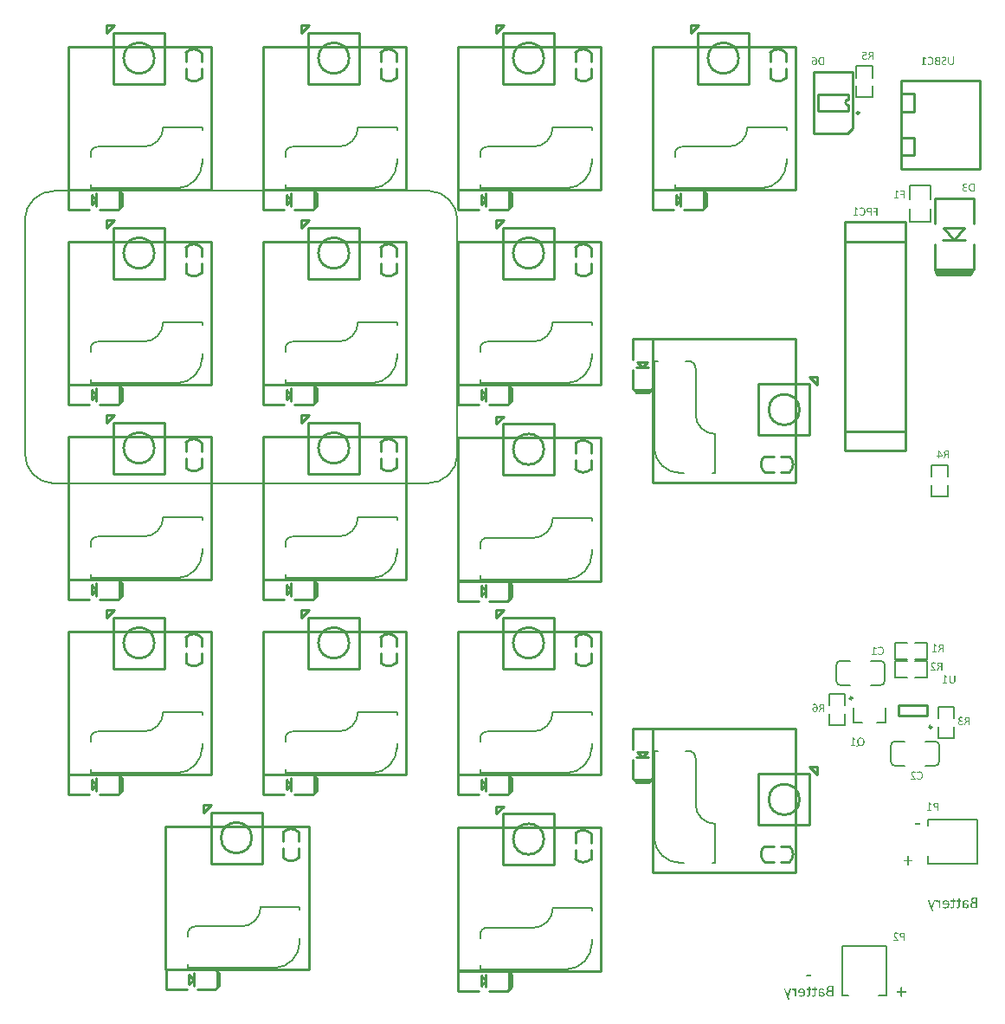
<source format=gbo>
G04*
G04 #@! TF.GenerationSoftware,Altium Limited,Altium Designer,19.1.2 (11)*
G04*
G04 Layer_Color=15461320*
%FSLAX25Y25*%
%MOIN*%
G70*
G01*
G75*
%ADD10C,0.01000*%
%ADD11C,0.00787*%
%ADD96C,0.00984*%
%ADD97C,0.00800*%
%ADD98C,0.00600*%
%ADD99C,0.01181*%
%ADD100C,0.01968*%
G36*
X308908Y12275D02*
X308945Y12257D01*
X308963Y12229D01*
X308972Y12220D01*
X308981Y12192D01*
X308991Y12165D01*
X309000Y12090D01*
Y12035D01*
Y12016D01*
Y12007D01*
X308991Y11915D01*
X308981Y11850D01*
X308972Y11804D01*
Y11795D01*
X308935Y11767D01*
X308898Y11748D01*
X308871Y11739D01*
X307196D01*
X307150Y11748D01*
X307113Y11767D01*
X307095Y11785D01*
X307085Y11795D01*
X307076Y11822D01*
X307067Y11850D01*
X307048Y11924D01*
Y11980D01*
Y11998D01*
Y12007D01*
Y12063D01*
X307057Y12100D01*
X307067Y12128D01*
Y12137D01*
X307076Y12174D01*
X307085Y12201D01*
X307095Y12211D01*
Y12220D01*
X307113Y12248D01*
X307122Y12257D01*
X307132Y12266D01*
X307141D01*
X307178Y12285D01*
X308861D01*
X308908Y12275D01*
D02*
G37*
G36*
X350907Y70776D02*
X350944Y70757D01*
X350963Y70729D01*
X350972Y70720D01*
X350981Y70692D01*
X350991Y70665D01*
X351000Y70591D01*
Y70535D01*
Y70517D01*
Y70507D01*
X350991Y70415D01*
X350981Y70350D01*
X350972Y70304D01*
Y70294D01*
X350935Y70267D01*
X350898Y70248D01*
X350870Y70239D01*
X349196D01*
X349150Y70248D01*
X349113Y70267D01*
X349095Y70285D01*
X349085Y70294D01*
X349076Y70322D01*
X349067Y70350D01*
X349048Y70424D01*
Y70480D01*
Y70498D01*
Y70507D01*
Y70563D01*
X349058Y70600D01*
X349067Y70627D01*
Y70637D01*
X349076Y70674D01*
X349085Y70701D01*
X349095Y70711D01*
Y70720D01*
X349113Y70748D01*
X349122Y70757D01*
X349131Y70766D01*
X349141D01*
X349178Y70785D01*
X350861D01*
X350907Y70776D01*
D02*
G37*
G36*
X343844Y7672D02*
X343872Y7662D01*
X343881D01*
X343918Y7653D01*
X343946Y7644D01*
X343965Y7635D01*
X343974D01*
X344011Y7607D01*
X344029Y7598D01*
Y7588D01*
X344039Y7552D01*
Y7542D01*
Y7533D01*
Y6090D01*
X345352D01*
X345398Y6081D01*
X345408Y6072D01*
X345417D01*
X345444Y6035D01*
X345454Y6025D01*
X345463Y6016D01*
X345481Y5960D01*
X345491Y5933D01*
Y5923D01*
X345500Y5886D01*
Y5850D01*
Y5813D01*
Y5803D01*
Y5748D01*
X345491Y5702D01*
Y5674D01*
Y5664D01*
X345472Y5609D01*
X345463Y5590D01*
Y5581D01*
X345426Y5544D01*
X345417Y5526D01*
X345371Y5517D01*
X344039D01*
Y4055D01*
X344029Y4018D01*
Y4009D01*
Y3999D01*
X343992Y3972D01*
X343983Y3963D01*
X343974D01*
X343909Y3953D01*
X343891Y3944D01*
X343881D01*
X343835Y3935D01*
X343687D01*
X343641Y3944D01*
X343604D01*
X343567Y3953D01*
X343539D01*
X343530Y3963D01*
X343520D01*
X343474Y3990D01*
X343465Y3999D01*
X343446Y4036D01*
Y4055D01*
Y5517D01*
X342133D01*
X342096Y5526D01*
X342077D01*
X342040Y5563D01*
X342031Y5572D01*
Y5581D01*
X342013Y5637D01*
X342003Y5655D01*
Y5664D01*
X341994Y5711D01*
X341985Y5757D01*
Y5794D01*
Y5803D01*
Y5850D01*
Y5896D01*
X341994Y5914D01*
Y5923D01*
X342003Y5960D01*
X342013Y5988D01*
X342022Y6007D01*
X342031Y6016D01*
X342059Y6062D01*
X342068Y6072D01*
X342077D01*
X342114Y6090D01*
X343446D01*
Y7533D01*
X343456Y7579D01*
X343465Y7588D01*
X343502Y7626D01*
X343511Y7635D01*
X343520D01*
X343548Y7644D01*
X343576Y7653D01*
X343595Y7662D01*
X343604D01*
X343650Y7672D01*
X343696Y7681D01*
X343798D01*
X343844Y7672D01*
D02*
G37*
G36*
X346344Y58172D02*
X346372Y58162D01*
X346381D01*
X346418Y58153D01*
X346446Y58144D01*
X346464Y58135D01*
X346474D01*
X346511Y58107D01*
X346529Y58098D01*
Y58088D01*
X346538Y58052D01*
Y58042D01*
Y58033D01*
Y56590D01*
X347852D01*
X347898Y56581D01*
X347907Y56572D01*
X347917D01*
X347944Y56534D01*
X347954Y56525D01*
X347963Y56516D01*
X347982Y56460D01*
X347991Y56433D01*
Y56423D01*
X348000Y56387D01*
Y56349D01*
Y56313D01*
Y56303D01*
Y56248D01*
X347991Y56201D01*
Y56174D01*
Y56164D01*
X347972Y56109D01*
X347963Y56090D01*
Y56081D01*
X347926Y56044D01*
X347917Y56026D01*
X347870Y56016D01*
X346538D01*
Y54555D01*
X346529Y54518D01*
Y54509D01*
Y54500D01*
X346492Y54472D01*
X346483Y54462D01*
X346474D01*
X346409Y54453D01*
X346391Y54444D01*
X346381D01*
X346335Y54435D01*
X346187D01*
X346141Y54444D01*
X346104D01*
X346067Y54453D01*
X346039D01*
X346030Y54462D01*
X346021D01*
X345974Y54490D01*
X345965Y54500D01*
X345947Y54536D01*
Y54555D01*
Y56016D01*
X344633D01*
X344596Y56026D01*
X344578D01*
X344541Y56063D01*
X344531Y56072D01*
Y56081D01*
X344513Y56137D01*
X344503Y56155D01*
Y56164D01*
X344494Y56211D01*
X344485Y56257D01*
Y56294D01*
Y56303D01*
Y56349D01*
Y56396D01*
X344494Y56414D01*
Y56423D01*
X344503Y56460D01*
X344513Y56488D01*
X344522Y56507D01*
X344531Y56516D01*
X344559Y56562D01*
X344568Y56572D01*
X344578D01*
X344615Y56590D01*
X345947D01*
Y58033D01*
X345956Y58079D01*
X345965Y58088D01*
X346002Y58126D01*
X346011Y58135D01*
X346021D01*
X346048Y58144D01*
X346076Y58153D01*
X346094Y58162D01*
X346104D01*
X346150Y58172D01*
X346196Y58181D01*
X346298D01*
X346344Y58172D01*
D02*
G37*
G36*
X313090Y7093D02*
X313149Y7086D01*
X313193D01*
X313238Y7078D01*
X313267Y7071D01*
X313289Y7064D01*
X313297D01*
X313415Y7041D01*
X313467Y7027D01*
X313511Y7019D01*
X313548Y7004D01*
X313578Y6997D01*
X313593Y6990D01*
X313600D01*
X313696Y6953D01*
X313770Y6923D01*
X313800Y6908D01*
X313822Y6893D01*
X313837Y6886D01*
X313844D01*
X313911Y6849D01*
X313955Y6819D01*
X313985Y6797D01*
X313992Y6790D01*
X314015Y6760D01*
X314029Y6731D01*
X314044Y6708D01*
Y6701D01*
X314052Y6664D01*
Y6620D01*
Y6590D01*
Y6583D01*
Y6575D01*
Y6546D01*
Y6516D01*
Y6494D01*
Y6486D01*
X314037Y6442D01*
X314029Y6427D01*
Y6420D01*
X314007Y6390D01*
X314000Y6383D01*
X313963Y6375D01*
X313948D01*
X313918Y6383D01*
X313881Y6398D01*
X313852Y6412D01*
X313837Y6420D01*
X313770Y6457D01*
X313704Y6486D01*
X313682Y6501D01*
X313659Y6509D01*
X313645Y6516D01*
X313637D01*
X313548Y6560D01*
X313460Y6590D01*
X313423Y6605D01*
X313393Y6612D01*
X313378Y6620D01*
X313371D01*
X313252Y6649D01*
X313134Y6664D01*
X313090Y6671D01*
X313016D01*
X312890Y6664D01*
X312838Y6657D01*
X312794Y6649D01*
X312764Y6642D01*
X312734Y6634D01*
X312720Y6627D01*
X312712D01*
X312631Y6590D01*
X312564Y6546D01*
X312527Y6509D01*
X312512Y6501D01*
Y6494D01*
X312461Y6427D01*
X312424Y6353D01*
X312409Y6324D01*
X312401Y6301D01*
X312394Y6287D01*
Y6279D01*
X312372Y6183D01*
X312364Y6087D01*
X312357Y6050D01*
Y6020D01*
Y5998D01*
Y5991D01*
Y5769D01*
X312875D01*
X312993Y5761D01*
X313097Y5754D01*
X313186Y5739D01*
X313260Y5732D01*
X313312Y5717D01*
X313349Y5709D01*
X313363D01*
X313460Y5687D01*
X313548Y5658D01*
X313622Y5628D01*
X313689Y5598D01*
X313741Y5576D01*
X313778Y5554D01*
X313807Y5539D01*
X313815Y5532D01*
X313881Y5487D01*
X313933Y5436D01*
X313985Y5384D01*
X314022Y5339D01*
X314059Y5295D01*
X314081Y5258D01*
X314089Y5236D01*
X314096Y5228D01*
X314126Y5162D01*
X314148Y5088D01*
X314170Y5021D01*
X314177Y4955D01*
X314185Y4895D01*
X314192Y4851D01*
Y4821D01*
Y4814D01*
X314185Y4666D01*
X314170Y4607D01*
X314155Y4555D01*
X314148Y4503D01*
X314133Y4474D01*
X314126Y4451D01*
Y4444D01*
X314066Y4333D01*
X314029Y4281D01*
X314000Y4244D01*
X313970Y4207D01*
X313948Y4185D01*
X313933Y4170D01*
X313926Y4163D01*
X313822Y4089D01*
X313719Y4037D01*
X313682Y4022D01*
X313645Y4007D01*
X313622Y4000D01*
X313615D01*
X313474Y3963D01*
X313400Y3956D01*
X313341Y3948D01*
X313282Y3941D01*
X313201D01*
X313104Y3948D01*
X313016Y3956D01*
X312934Y3970D01*
X312860Y3993D01*
X312801Y4015D01*
X312749Y4030D01*
X312720Y4037D01*
X312712Y4044D01*
X312623Y4089D01*
X312549Y4141D01*
X312475Y4192D01*
X312409Y4244D01*
X312364Y4289D01*
X312320Y4326D01*
X312298Y4348D01*
X312290Y4355D01*
Y4067D01*
X312283Y4044D01*
X312276Y4030D01*
X312268Y4015D01*
X312246Y4007D01*
X312224Y4000D01*
X312202Y3993D01*
X312194D01*
X312150Y3985D01*
X312105Y3978D01*
X312009D01*
X311965Y3985D01*
X311943Y3993D01*
X311935D01*
X311898Y4000D01*
X311876Y4007D01*
X311869Y4015D01*
X311861D01*
X311846Y4030D01*
X311832Y4044D01*
Y4059D01*
Y4067D01*
Y6013D01*
Y6109D01*
X311839Y6198D01*
X311854Y6279D01*
X311861Y6346D01*
X311876Y6405D01*
X311891Y6442D01*
X311898Y6472D01*
Y6479D01*
X311920Y6553D01*
X311950Y6620D01*
X311987Y6679D01*
X312017Y6731D01*
X312046Y6768D01*
X312068Y6797D01*
X312083Y6812D01*
X312091Y6819D01*
X312142Y6864D01*
X312202Y6908D01*
X312320Y6975D01*
X312372Y6997D01*
X312409Y7012D01*
X312438Y7027D01*
X312446D01*
X312527Y7049D01*
X312616Y7071D01*
X312705Y7086D01*
X312786Y7093D01*
X312860Y7101D01*
X312971D01*
X313090Y7093D01*
D02*
G37*
G36*
X301168Y7049D02*
X301205Y7041D01*
X301213D01*
X301250Y7034D01*
X301279Y7027D01*
X301294Y7019D01*
X301301Y7012D01*
X301316Y6997D01*
X301324Y6975D01*
Y6960D01*
Y6953D01*
X301316Y6923D01*
X301309Y6886D01*
X301301Y6864D01*
X301294Y6849D01*
X300273Y4096D01*
X300251Y4059D01*
X300236Y4044D01*
Y4037D01*
X300214Y4022D01*
X300199Y4007D01*
X300184Y4000D01*
X300576Y3001D01*
X300591Y2971D01*
X300598Y2949D01*
Y2934D01*
Y2927D01*
X300591Y2905D01*
X300576Y2897D01*
X300569Y2883D01*
X300561D01*
X300510Y2860D01*
X300495Y2853D01*
X300487D01*
X300443Y2846D01*
X300399Y2838D01*
X300295D01*
X300243Y2846D01*
X300206D01*
X300177Y2853D01*
X300132Y2860D01*
X300117Y2868D01*
X300066Y2890D01*
X300036Y2920D01*
X300021Y2942D01*
X300014Y2949D01*
X299629Y4000D01*
X298600Y6856D01*
X298586Y6893D01*
X298578Y6930D01*
Y6945D01*
Y6953D01*
X298586Y6975D01*
X298593Y6997D01*
X298600Y7004D01*
X298608Y7012D01*
X298630Y7027D01*
X298660Y7034D01*
X298682Y7041D01*
X298689D01*
X298734Y7049D01*
X298785Y7056D01*
X298904D01*
X298956Y7049D01*
X298985Y7041D01*
X299000D01*
X299037Y7034D01*
X299059Y7027D01*
X299074Y7019D01*
X299081D01*
X299096Y6997D01*
X299111Y6975D01*
X299118Y6945D01*
Y6938D01*
X299918Y4622D01*
X299925D01*
X300746Y6930D01*
X300769Y6975D01*
X300776Y6982D01*
Y6990D01*
X300791Y7012D01*
X300806Y7019D01*
X300820Y7027D01*
X300828D01*
X300850Y7034D01*
X300880Y7041D01*
X300902Y7049D01*
X300909D01*
X300954Y7056D01*
X301124D01*
X301168Y7049D01*
D02*
G37*
G36*
X310603Y7818D02*
X310611D01*
X310640Y7811D01*
X310662Y7804D01*
X310677Y7796D01*
X310685D01*
X310714Y7774D01*
X310729Y7767D01*
Y7759D01*
X310736Y7737D01*
Y7730D01*
Y7722D01*
Y7041D01*
X311143D01*
X311173Y7034D01*
X311180Y7027D01*
X311188D01*
X311217Y6997D01*
X311225Y6990D01*
Y6982D01*
X311232Y6960D01*
Y6938D01*
X311240Y6923D01*
Y6916D01*
X311247Y6886D01*
Y6856D01*
Y6827D01*
Y6819D01*
X311240Y6745D01*
X311232Y6694D01*
X311225Y6657D01*
Y6649D01*
X311203Y6627D01*
X311173Y6612D01*
X311151Y6605D01*
X310736D01*
Y4918D01*
Y4829D01*
X310729Y4747D01*
X310722Y4673D01*
X310714Y4614D01*
X310707Y4562D01*
X310699Y4518D01*
X310692Y4496D01*
Y4488D01*
X310648Y4363D01*
X310625Y4311D01*
X310603Y4266D01*
X310581Y4229D01*
X310559Y4200D01*
X310551Y4185D01*
X310544Y4178D01*
X310463Y4104D01*
X310374Y4044D01*
X310337Y4022D01*
X310307Y4015D01*
X310292Y4000D01*
X310285D01*
X310159Y3970D01*
X310093Y3963D01*
X310033Y3956D01*
X309982Y3948D01*
X309848D01*
X309797Y3956D01*
X309767Y3963D01*
X309752D01*
X309700Y3970D01*
X309656Y3978D01*
X309626Y3985D01*
X309619D01*
X309575Y4000D01*
X309538Y4007D01*
X309508Y4015D01*
X309501D01*
X309464Y4030D01*
X309441Y4044D01*
X309434Y4059D01*
X309427D01*
X309404Y4081D01*
X309390Y4111D01*
X309382Y4133D01*
Y4141D01*
X309375Y4192D01*
X309367Y4237D01*
Y4274D01*
Y4289D01*
Y4326D01*
Y4363D01*
X309375Y4377D01*
Y4385D01*
X309382Y4429D01*
X309390Y4437D01*
Y4444D01*
X309404Y4466D01*
X309412Y4474D01*
X309434Y4488D01*
X309441D01*
X309486Y4481D01*
X309501Y4474D01*
X309508D01*
X309552Y4451D01*
X309575Y4444D01*
X309582Y4437D01*
X309619Y4429D01*
X309649Y4414D01*
X309678Y4407D01*
X309686D01*
X309730Y4400D01*
X309811D01*
X309893Y4407D01*
X309959Y4422D01*
X310011Y4444D01*
X310056Y4474D01*
X310093Y4503D01*
X310115Y4525D01*
X310122Y4540D01*
X310130Y4548D01*
X310159Y4614D01*
X310174Y4681D01*
X310204Y4829D01*
Y4895D01*
X310211Y4947D01*
Y4984D01*
Y4999D01*
Y6605D01*
X309478D01*
X309441Y6612D01*
X309419Y6627D01*
X309404Y6642D01*
X309397Y6649D01*
X309382Y6701D01*
X309367Y6753D01*
Y6797D01*
Y6812D01*
Y6819D01*
Y6856D01*
Y6893D01*
X309375Y6908D01*
Y6916D01*
X309382Y6945D01*
X309390Y6967D01*
X309397Y6975D01*
Y6982D01*
X309419Y7019D01*
X309427Y7027D01*
X309434D01*
X309464Y7041D01*
X310211D01*
Y7722D01*
X310218Y7752D01*
X310226Y7759D01*
X310255Y7789D01*
X310263Y7796D01*
X310270D01*
X310292Y7804D01*
X310322Y7811D01*
X310344Y7818D01*
X310352D01*
X310389Y7826D01*
X310574D01*
X310603Y7818D01*
D02*
G37*
G36*
X308413D02*
X308420D01*
X308450Y7811D01*
X308472Y7804D01*
X308487Y7796D01*
X308494D01*
X308524Y7774D01*
X308539Y7767D01*
Y7759D01*
X308546Y7737D01*
Y7730D01*
Y7722D01*
Y7041D01*
X308953D01*
X308983Y7034D01*
X308990Y7027D01*
X308997D01*
X309027Y6997D01*
X309034Y6990D01*
Y6982D01*
X309042Y6960D01*
Y6938D01*
X309049Y6923D01*
Y6916D01*
X309057Y6886D01*
Y6856D01*
Y6827D01*
Y6819D01*
X309049Y6745D01*
X309042Y6694D01*
X309034Y6657D01*
Y6649D01*
X309012Y6627D01*
X308983Y6612D01*
X308960Y6605D01*
X308546D01*
Y4918D01*
Y4829D01*
X308539Y4747D01*
X308531Y4673D01*
X308524Y4614D01*
X308516Y4562D01*
X308509Y4518D01*
X308502Y4496D01*
Y4488D01*
X308457Y4363D01*
X308435Y4311D01*
X308413Y4266D01*
X308391Y4229D01*
X308368Y4200D01*
X308361Y4185D01*
X308354Y4178D01*
X308272Y4104D01*
X308183Y4044D01*
X308146Y4022D01*
X308117Y4015D01*
X308102Y4000D01*
X308095D01*
X307969Y3970D01*
X307902Y3963D01*
X307843Y3956D01*
X307791Y3948D01*
X307658D01*
X307606Y3956D01*
X307577Y3963D01*
X307562D01*
X307510Y3970D01*
X307466Y3978D01*
X307436Y3985D01*
X307429D01*
X307384Y4000D01*
X307347Y4007D01*
X307318Y4015D01*
X307310D01*
X307273Y4030D01*
X307251Y4044D01*
X307244Y4059D01*
X307236D01*
X307214Y4081D01*
X307199Y4111D01*
X307192Y4133D01*
Y4141D01*
X307184Y4192D01*
X307177Y4237D01*
Y4274D01*
Y4289D01*
Y4326D01*
Y4363D01*
X307184Y4377D01*
Y4385D01*
X307192Y4429D01*
X307199Y4437D01*
Y4444D01*
X307214Y4466D01*
X307221Y4474D01*
X307244Y4488D01*
X307251D01*
X307295Y4481D01*
X307310Y4474D01*
X307318D01*
X307362Y4451D01*
X307384Y4444D01*
X307392Y4437D01*
X307429Y4429D01*
X307458Y4414D01*
X307488Y4407D01*
X307495D01*
X307540Y4400D01*
X307621D01*
X307702Y4407D01*
X307769Y4422D01*
X307821Y4444D01*
X307865Y4474D01*
X307902Y4503D01*
X307924Y4525D01*
X307932Y4540D01*
X307939Y4548D01*
X307969Y4614D01*
X307984Y4681D01*
X308013Y4829D01*
Y4895D01*
X308021Y4947D01*
Y4984D01*
Y4999D01*
Y6605D01*
X307288D01*
X307251Y6612D01*
X307229Y6627D01*
X307214Y6642D01*
X307207Y6649D01*
X307192Y6701D01*
X307177Y6753D01*
Y6797D01*
Y6812D01*
Y6819D01*
Y6856D01*
Y6893D01*
X307184Y6908D01*
Y6916D01*
X307192Y6945D01*
X307199Y6967D01*
X307207Y6975D01*
Y6982D01*
X307229Y7019D01*
X307236Y7027D01*
X307244D01*
X307273Y7041D01*
X308021D01*
Y7722D01*
X308028Y7752D01*
X308035Y7759D01*
X308065Y7789D01*
X308072Y7796D01*
X308080D01*
X308102Y7804D01*
X308132Y7811D01*
X308154Y7818D01*
X308161D01*
X308198Y7826D01*
X308383D01*
X308413Y7818D01*
D02*
G37*
G36*
X305416Y7093D02*
X305519Y7086D01*
X305623Y7064D01*
X305704Y7049D01*
X305778Y7027D01*
X305830Y7004D01*
X305860Y6997D01*
X305875Y6990D01*
X305963Y6945D01*
X306052Y6893D01*
X306126Y6842D01*
X306185Y6790D01*
X306237Y6745D01*
X306282Y6708D01*
X306304Y6679D01*
X306311Y6671D01*
X306370Y6590D01*
X306430Y6509D01*
X306474Y6420D01*
X306511Y6346D01*
X306548Y6272D01*
X306570Y6220D01*
X306578Y6183D01*
X306585Y6168D01*
X306615Y6057D01*
X306637Y5939D01*
X306652Y5828D01*
X306659Y5724D01*
X306666Y5635D01*
X306674Y5561D01*
Y5517D01*
Y5510D01*
Y5502D01*
X306666Y5362D01*
X306659Y5228D01*
X306644Y5110D01*
X306629Y5014D01*
X306615Y4925D01*
X306600Y4866D01*
X306585Y4829D01*
Y4814D01*
X306548Y4710D01*
X306504Y4614D01*
X306459Y4533D01*
X306415Y4459D01*
X306370Y4407D01*
X306341Y4363D01*
X306319Y4333D01*
X306311Y4326D01*
X306237Y4259D01*
X306163Y4200D01*
X306089Y4148D01*
X306015Y4111D01*
X305956Y4081D01*
X305904Y4052D01*
X305875Y4044D01*
X305860Y4037D01*
X305756Y4007D01*
X305653Y3985D01*
X305549Y3963D01*
X305445Y3956D01*
X305364Y3948D01*
X305297Y3941D01*
X305238D01*
X305090Y3948D01*
X305024D01*
X304964Y3956D01*
X304920Y3963D01*
X304883D01*
X304861Y3970D01*
X304853D01*
X304728Y3993D01*
X304668Y4007D01*
X304624Y4015D01*
X304587Y4022D01*
X304557Y4030D01*
X304543Y4037D01*
X304535D01*
X304439Y4067D01*
X304365Y4089D01*
X304343Y4096D01*
X304321Y4104D01*
X304313Y4111D01*
X304306D01*
X304254Y4141D01*
X304217Y4155D01*
X304202Y4170D01*
X304187Y4192D01*
X304180Y4200D01*
X304165Y4229D01*
X304158Y4244D01*
X304150Y4289D01*
Y4296D01*
Y4303D01*
X304143Y4355D01*
Y4370D01*
Y4377D01*
Y4414D01*
Y4451D01*
X304150Y4466D01*
Y4474D01*
X304158Y4518D01*
X304165Y4525D01*
Y4533D01*
X304180Y4562D01*
X304187Y4570D01*
X304195D01*
X304217Y4585D01*
X304232D01*
X304269Y4577D01*
X304306Y4570D01*
X304335Y4555D01*
X304343Y4548D01*
X304350D01*
X304409Y4525D01*
X304476Y4503D01*
X304520Y4481D01*
X304535Y4474D01*
X304543D01*
X304639Y4444D01*
X304728Y4422D01*
X304765Y4414D01*
X304794Y4407D01*
X304816Y4400D01*
X304824D01*
X304942Y4385D01*
X305061Y4377D01*
X305112Y4370D01*
X305283D01*
X305364Y4377D01*
X305438Y4392D01*
X305505Y4407D01*
X305556Y4414D01*
X305601Y4429D01*
X305623Y4437D01*
X305630D01*
X305749Y4503D01*
X305801Y4533D01*
X305838Y4570D01*
X305875Y4599D01*
X305897Y4622D01*
X305912Y4636D01*
X305919Y4644D01*
X305993Y4755D01*
X306045Y4866D01*
X306060Y4910D01*
X306074Y4947D01*
X306082Y4969D01*
Y4977D01*
X306104Y5125D01*
X306119Y5199D01*
Y5265D01*
X306126Y5325D01*
Y5369D01*
Y5406D01*
Y5413D01*
X304232D01*
X304173Y5421D01*
X304128Y5443D01*
X304099Y5458D01*
X304091Y5465D01*
X304054Y5517D01*
X304032Y5576D01*
X304025Y5621D01*
Y5635D01*
Y5643D01*
Y5739D01*
Y5843D01*
X304039Y5939D01*
X304047Y6028D01*
X304062Y6109D01*
X304076Y6176D01*
X304084Y6220D01*
X304099Y6257D01*
Y6264D01*
X304128Y6353D01*
X304165Y6435D01*
X304202Y6509D01*
X304239Y6568D01*
X304276Y6620D01*
X304306Y6664D01*
X304321Y6686D01*
X304328Y6694D01*
X304387Y6760D01*
X304454Y6819D01*
X304520Y6871D01*
X304580Y6908D01*
X304631Y6945D01*
X304676Y6967D01*
X304713Y6982D01*
X304720Y6990D01*
X304816Y7027D01*
X304913Y7056D01*
X305009Y7071D01*
X305098Y7086D01*
X305179Y7093D01*
X305238Y7101D01*
X305297D01*
X305416Y7093D01*
D02*
G37*
G36*
X317352Y8129D02*
X317396Y8114D01*
X317426Y8092D01*
X317441Y8085D01*
X317478Y8033D01*
X317493Y7974D01*
X317500Y7929D01*
Y7915D01*
Y7907D01*
Y4222D01*
X317493Y4141D01*
X317470Y4089D01*
X317448Y4052D01*
X317441Y4044D01*
X317389Y4022D01*
X317345Y4007D01*
X317315Y4000D01*
X316131D01*
X316057Y4007D01*
X315983D01*
X315924Y4015D01*
X315872Y4022D01*
X315835D01*
X315813Y4030D01*
X315805D01*
X315672Y4059D01*
X315613Y4081D01*
X315569Y4096D01*
X315524Y4111D01*
X315495Y4126D01*
X315472Y4133D01*
X315465D01*
X315354Y4185D01*
X315302Y4215D01*
X315258Y4237D01*
X315228Y4259D01*
X315199Y4281D01*
X315184Y4289D01*
X315176Y4296D01*
X315088Y4370D01*
X315021Y4444D01*
X314999Y4481D01*
X314977Y4503D01*
X314969Y4518D01*
X314962Y4525D01*
X314903Y4629D01*
X314858Y4725D01*
X314843Y4762D01*
X314829Y4792D01*
X314821Y4814D01*
Y4821D01*
X314792Y4947D01*
X314784Y5006D01*
X314777Y5066D01*
X314769Y5110D01*
Y5147D01*
Y5177D01*
Y5184D01*
X314777Y5332D01*
X314792Y5391D01*
X314799Y5450D01*
X314814Y5495D01*
X314829Y5532D01*
X314836Y5554D01*
Y5561D01*
X314895Y5687D01*
X314925Y5739D01*
X314947Y5783D01*
X314977Y5820D01*
X314991Y5850D01*
X315006Y5865D01*
X315014Y5872D01*
X315095Y5961D01*
X315176Y6028D01*
X315213Y6057D01*
X315243Y6072D01*
X315258Y6087D01*
X315265D01*
X315376Y6146D01*
X315480Y6183D01*
X315524Y6190D01*
X315554Y6198D01*
X315576Y6205D01*
X315583D01*
X315487Y6257D01*
X315413Y6301D01*
X315384Y6324D01*
X315361Y6338D01*
X315354Y6353D01*
X315347D01*
X315273Y6420D01*
X315221Y6486D01*
X315191Y6538D01*
X315176Y6546D01*
Y6553D01*
X315125Y6642D01*
X315095Y6723D01*
X315080Y6753D01*
X315073Y6782D01*
X315065Y6797D01*
Y6805D01*
X315043Y6908D01*
X315036Y6997D01*
X315028Y7034D01*
Y7064D01*
Y7078D01*
Y7086D01*
Y7175D01*
X315043Y7256D01*
X315051Y7330D01*
X315065Y7397D01*
X315080Y7448D01*
X315095Y7485D01*
X315102Y7515D01*
X315110Y7522D01*
X315147Y7596D01*
X315184Y7656D01*
X315221Y7715D01*
X315265Y7767D01*
X315295Y7804D01*
X315324Y7833D01*
X315347Y7848D01*
X315354Y7855D01*
X315413Y7900D01*
X315480Y7944D01*
X315606Y8011D01*
X315665Y8033D01*
X315709Y8048D01*
X315739Y8063D01*
X315746D01*
X315842Y8085D01*
X315939Y8107D01*
X316042Y8122D01*
X316138Y8129D01*
X316220Y8137D01*
X317300D01*
X317352Y8129D01*
D02*
G37*
G36*
X302034Y7093D02*
X302093Y7086D01*
X302138Y7078D01*
X302145Y7071D01*
X302152D01*
X302219Y7049D01*
X302278Y7019D01*
X302323Y6990D01*
X302330Y6982D01*
X302337D01*
X302404Y6930D01*
X302463Y6879D01*
X302515Y6834D01*
X302522Y6819D01*
X302530Y6812D01*
X302611Y6723D01*
X302678Y6634D01*
X302707Y6590D01*
X302730Y6560D01*
X302744Y6538D01*
X302752Y6531D01*
Y6953D01*
X302759Y6990D01*
X302767Y6997D01*
X302774Y7012D01*
X302789Y7019D01*
X302796Y7027D01*
X302804D01*
X302826Y7034D01*
X302848Y7041D01*
X302870Y7049D01*
X302878D01*
X302915Y7056D01*
X303077D01*
X303100Y7049D01*
X303107D01*
X303137Y7041D01*
X303159Y7034D01*
X303174Y7027D01*
X303181D01*
X303196Y7019D01*
X303211Y7004D01*
X303218Y6997D01*
X303225Y6967D01*
Y6960D01*
Y6953D01*
Y4074D01*
X303218Y4044D01*
Y4030D01*
X303188Y4007D01*
X303181Y4000D01*
X303174D01*
X303122Y3993D01*
X303107Y3985D01*
X303100D01*
X303055Y3978D01*
X302915D01*
X302870Y3985D01*
X302841D01*
X302804Y3993D01*
X302781D01*
X302767Y4000D01*
X302759D01*
X302722Y4022D01*
X302715Y4030D01*
X302700Y4059D01*
Y4067D01*
Y4074D01*
Y5968D01*
X302619Y6087D01*
X302589Y6139D01*
X302559Y6183D01*
X302537Y6220D01*
X302515Y6242D01*
X302508Y6257D01*
X302500Y6264D01*
X302434Y6346D01*
X302374Y6412D01*
X302337Y6449D01*
X302323Y6464D01*
X302256Y6509D01*
X302204Y6546D01*
X302175Y6560D01*
X302160Y6568D01*
X302101Y6590D01*
X302056Y6597D01*
X302019Y6605D01*
X301960D01*
X301916Y6597D01*
X301886Y6590D01*
X301879D01*
X301834Y6583D01*
X301805Y6568D01*
X301782Y6560D01*
X301775D01*
X301745Y6553D01*
X301716Y6538D01*
X301701Y6531D01*
X301694D01*
X301649Y6516D01*
X301627D01*
X301597Y6523D01*
X301590Y6531D01*
X301575Y6560D01*
X301568Y6568D01*
Y6575D01*
X301553Y6627D01*
Y6642D01*
Y6649D01*
X301546Y6686D01*
Y6723D01*
Y6753D01*
Y6768D01*
Y6819D01*
Y6849D01*
X301553Y6871D01*
Y6879D01*
Y6908D01*
Y6930D01*
X301560Y6938D01*
Y6945D01*
Y6975D01*
X301568Y6982D01*
X301583Y7004D01*
X301590Y7012D01*
X301597D01*
X301612Y7027D01*
X301634Y7034D01*
X301657Y7041D01*
X301664D01*
X301701Y7056D01*
X301731Y7064D01*
X301760Y7071D01*
X301768D01*
X301805Y7078D01*
X301842Y7086D01*
X301864Y7093D01*
X301871D01*
X301908Y7101D01*
X301967D01*
X302034Y7093D01*
D02*
G37*
G36*
X368590Y41093D02*
X368649Y41086D01*
X368693D01*
X368738Y41078D01*
X368767Y41071D01*
X368789Y41064D01*
X368797D01*
X368915Y41041D01*
X368967Y41027D01*
X369011Y41019D01*
X369048Y41004D01*
X369078Y40997D01*
X369093Y40990D01*
X369100D01*
X369196Y40953D01*
X369270Y40923D01*
X369300Y40908D01*
X369322Y40893D01*
X369337Y40886D01*
X369344D01*
X369411Y40849D01*
X369455Y40819D01*
X369485Y40797D01*
X369492Y40790D01*
X369515Y40760D01*
X369529Y40731D01*
X369544Y40708D01*
Y40701D01*
X369552Y40664D01*
Y40620D01*
Y40590D01*
Y40583D01*
Y40575D01*
Y40546D01*
Y40516D01*
Y40494D01*
Y40486D01*
X369537Y40442D01*
X369529Y40427D01*
Y40420D01*
X369507Y40390D01*
X369500Y40383D01*
X369463Y40375D01*
X369448D01*
X369418Y40383D01*
X369381Y40398D01*
X369352Y40412D01*
X369337Y40420D01*
X369270Y40457D01*
X369204Y40486D01*
X369182Y40501D01*
X369159Y40509D01*
X369145Y40516D01*
X369137D01*
X369048Y40560D01*
X368960Y40590D01*
X368923Y40605D01*
X368893Y40612D01*
X368878Y40620D01*
X368871D01*
X368752Y40649D01*
X368634Y40664D01*
X368590Y40671D01*
X368516D01*
X368390Y40664D01*
X368338Y40657D01*
X368294Y40649D01*
X368264Y40642D01*
X368234Y40634D01*
X368220Y40627D01*
X368212D01*
X368131Y40590D01*
X368064Y40546D01*
X368027Y40509D01*
X368012Y40501D01*
Y40494D01*
X367961Y40427D01*
X367924Y40353D01*
X367909Y40324D01*
X367901Y40301D01*
X367894Y40287D01*
Y40279D01*
X367872Y40183D01*
X367864Y40087D01*
X367857Y40050D01*
Y40020D01*
Y39998D01*
Y39991D01*
Y39769D01*
X368375D01*
X368493Y39761D01*
X368597Y39754D01*
X368686Y39739D01*
X368760Y39732D01*
X368812Y39717D01*
X368849Y39709D01*
X368863D01*
X368960Y39687D01*
X369048Y39658D01*
X369122Y39628D01*
X369189Y39598D01*
X369241Y39576D01*
X369278Y39554D01*
X369307Y39539D01*
X369315Y39532D01*
X369381Y39487D01*
X369433Y39436D01*
X369485Y39384D01*
X369522Y39339D01*
X369559Y39295D01*
X369581Y39258D01*
X369589Y39236D01*
X369596Y39228D01*
X369626Y39162D01*
X369648Y39088D01*
X369670Y39021D01*
X369677Y38955D01*
X369685Y38895D01*
X369692Y38851D01*
Y38821D01*
Y38814D01*
X369685Y38666D01*
X369670Y38607D01*
X369655Y38555D01*
X369648Y38503D01*
X369633Y38474D01*
X369626Y38451D01*
Y38444D01*
X369566Y38333D01*
X369529Y38281D01*
X369500Y38244D01*
X369470Y38207D01*
X369448Y38185D01*
X369433Y38170D01*
X369426Y38163D01*
X369322Y38089D01*
X369219Y38037D01*
X369182Y38022D01*
X369145Y38007D01*
X369122Y38000D01*
X369115D01*
X368974Y37963D01*
X368900Y37956D01*
X368841Y37948D01*
X368782Y37941D01*
X368701D01*
X368604Y37948D01*
X368516Y37956D01*
X368434Y37970D01*
X368360Y37993D01*
X368301Y38015D01*
X368249Y38030D01*
X368220Y38037D01*
X368212Y38044D01*
X368123Y38089D01*
X368049Y38141D01*
X367975Y38192D01*
X367909Y38244D01*
X367864Y38289D01*
X367820Y38326D01*
X367798Y38348D01*
X367790Y38355D01*
Y38067D01*
X367783Y38044D01*
X367776Y38030D01*
X367768Y38015D01*
X367746Y38007D01*
X367724Y38000D01*
X367702Y37993D01*
X367694D01*
X367650Y37985D01*
X367605Y37978D01*
X367509D01*
X367465Y37985D01*
X367443Y37993D01*
X367435D01*
X367398Y38000D01*
X367376Y38007D01*
X367369Y38015D01*
X367361D01*
X367346Y38030D01*
X367332Y38044D01*
Y38059D01*
Y38067D01*
Y40013D01*
Y40109D01*
X367339Y40198D01*
X367354Y40279D01*
X367361Y40346D01*
X367376Y40405D01*
X367391Y40442D01*
X367398Y40472D01*
Y40479D01*
X367420Y40553D01*
X367450Y40620D01*
X367487Y40679D01*
X367517Y40731D01*
X367546Y40768D01*
X367568Y40797D01*
X367583Y40812D01*
X367591Y40819D01*
X367642Y40864D01*
X367702Y40908D01*
X367820Y40975D01*
X367872Y40997D01*
X367909Y41012D01*
X367938Y41027D01*
X367946D01*
X368027Y41049D01*
X368116Y41071D01*
X368205Y41086D01*
X368286Y41093D01*
X368360Y41101D01*
X368471D01*
X368590Y41093D01*
D02*
G37*
G36*
X356668Y41049D02*
X356705Y41041D01*
X356713D01*
X356750Y41034D01*
X356779Y41027D01*
X356794Y41019D01*
X356801Y41012D01*
X356816Y40997D01*
X356824Y40975D01*
Y40960D01*
Y40953D01*
X356816Y40923D01*
X356809Y40886D01*
X356801Y40864D01*
X356794Y40849D01*
X355773Y38096D01*
X355751Y38059D01*
X355736Y38044D01*
Y38037D01*
X355714Y38022D01*
X355699Y38007D01*
X355684Y38000D01*
X356076Y37001D01*
X356091Y36971D01*
X356098Y36949D01*
Y36934D01*
Y36927D01*
X356091Y36905D01*
X356076Y36897D01*
X356069Y36883D01*
X356061D01*
X356010Y36860D01*
X355995Y36853D01*
X355987D01*
X355943Y36846D01*
X355899Y36838D01*
X355795D01*
X355743Y36846D01*
X355706D01*
X355677Y36853D01*
X355632Y36860D01*
X355617Y36868D01*
X355566Y36890D01*
X355536Y36920D01*
X355521Y36942D01*
X355514Y36949D01*
X355129Y38000D01*
X354100Y40856D01*
X354086Y40893D01*
X354078Y40930D01*
Y40945D01*
Y40953D01*
X354086Y40975D01*
X354093Y40997D01*
X354100Y41004D01*
X354108Y41012D01*
X354130Y41027D01*
X354160Y41034D01*
X354182Y41041D01*
X354189D01*
X354234Y41049D01*
X354285Y41056D01*
X354404D01*
X354456Y41049D01*
X354485Y41041D01*
X354500D01*
X354537Y41034D01*
X354559Y41027D01*
X354574Y41019D01*
X354581D01*
X354596Y40997D01*
X354611Y40975D01*
X354618Y40945D01*
Y40938D01*
X355418Y38622D01*
X355425D01*
X356246Y40930D01*
X356269Y40975D01*
X356276Y40982D01*
Y40990D01*
X356291Y41012D01*
X356306Y41019D01*
X356320Y41027D01*
X356328D01*
X356350Y41034D01*
X356380Y41041D01*
X356402Y41049D01*
X356409D01*
X356454Y41056D01*
X356624D01*
X356668Y41049D01*
D02*
G37*
G36*
X366103Y41818D02*
X366111D01*
X366140Y41811D01*
X366162Y41804D01*
X366177Y41796D01*
X366185D01*
X366214Y41774D01*
X366229Y41767D01*
Y41759D01*
X366236Y41737D01*
Y41730D01*
Y41722D01*
Y41041D01*
X366643D01*
X366673Y41034D01*
X366680Y41027D01*
X366688D01*
X366717Y40997D01*
X366725Y40990D01*
Y40982D01*
X366732Y40960D01*
Y40938D01*
X366740Y40923D01*
Y40916D01*
X366747Y40886D01*
Y40856D01*
Y40827D01*
Y40819D01*
X366740Y40745D01*
X366732Y40694D01*
X366725Y40657D01*
Y40649D01*
X366703Y40627D01*
X366673Y40612D01*
X366651Y40605D01*
X366236D01*
Y38918D01*
Y38829D01*
X366229Y38747D01*
X366222Y38673D01*
X366214Y38614D01*
X366207Y38562D01*
X366199Y38518D01*
X366192Y38496D01*
Y38488D01*
X366148Y38363D01*
X366125Y38311D01*
X366103Y38266D01*
X366081Y38229D01*
X366059Y38200D01*
X366051Y38185D01*
X366044Y38178D01*
X365963Y38104D01*
X365874Y38044D01*
X365837Y38022D01*
X365807Y38015D01*
X365792Y38000D01*
X365785D01*
X365659Y37970D01*
X365593Y37963D01*
X365533Y37956D01*
X365482Y37948D01*
X365348D01*
X365297Y37956D01*
X365267Y37963D01*
X365252D01*
X365200Y37970D01*
X365156Y37978D01*
X365126Y37985D01*
X365119D01*
X365075Y38000D01*
X365038Y38007D01*
X365008Y38015D01*
X365001D01*
X364964Y38030D01*
X364941Y38044D01*
X364934Y38059D01*
X364927D01*
X364904Y38081D01*
X364890Y38111D01*
X364882Y38133D01*
Y38141D01*
X364875Y38192D01*
X364867Y38237D01*
Y38274D01*
Y38289D01*
Y38326D01*
Y38363D01*
X364875Y38377D01*
Y38385D01*
X364882Y38429D01*
X364890Y38437D01*
Y38444D01*
X364904Y38466D01*
X364912Y38474D01*
X364934Y38488D01*
X364941D01*
X364986Y38481D01*
X365001Y38474D01*
X365008D01*
X365052Y38451D01*
X365075Y38444D01*
X365082Y38437D01*
X365119Y38429D01*
X365149Y38414D01*
X365178Y38407D01*
X365186D01*
X365230Y38400D01*
X365311D01*
X365393Y38407D01*
X365459Y38422D01*
X365511Y38444D01*
X365556Y38474D01*
X365593Y38503D01*
X365615Y38525D01*
X365622Y38540D01*
X365630Y38548D01*
X365659Y38614D01*
X365674Y38681D01*
X365704Y38829D01*
Y38895D01*
X365711Y38947D01*
Y38984D01*
Y38999D01*
Y40605D01*
X364978D01*
X364941Y40612D01*
X364919Y40627D01*
X364904Y40642D01*
X364897Y40649D01*
X364882Y40701D01*
X364867Y40753D01*
Y40797D01*
Y40812D01*
Y40819D01*
Y40856D01*
Y40893D01*
X364875Y40908D01*
Y40916D01*
X364882Y40945D01*
X364890Y40967D01*
X364897Y40975D01*
Y40982D01*
X364919Y41019D01*
X364927Y41027D01*
X364934D01*
X364964Y41041D01*
X365711D01*
Y41722D01*
X365718Y41752D01*
X365726Y41759D01*
X365755Y41789D01*
X365763Y41796D01*
X365770D01*
X365792Y41804D01*
X365822Y41811D01*
X365844Y41818D01*
X365852D01*
X365889Y41826D01*
X366074D01*
X366103Y41818D01*
D02*
G37*
G36*
X363913D02*
X363920D01*
X363950Y41811D01*
X363972Y41804D01*
X363987Y41796D01*
X363994D01*
X364024Y41774D01*
X364039Y41767D01*
Y41759D01*
X364046Y41737D01*
Y41730D01*
Y41722D01*
Y41041D01*
X364453D01*
X364483Y41034D01*
X364490Y41027D01*
X364497D01*
X364527Y40997D01*
X364534Y40990D01*
Y40982D01*
X364542Y40960D01*
Y40938D01*
X364549Y40923D01*
Y40916D01*
X364557Y40886D01*
Y40856D01*
Y40827D01*
Y40819D01*
X364549Y40745D01*
X364542Y40694D01*
X364534Y40657D01*
Y40649D01*
X364512Y40627D01*
X364483Y40612D01*
X364460Y40605D01*
X364046D01*
Y38918D01*
Y38829D01*
X364039Y38747D01*
X364031Y38673D01*
X364024Y38614D01*
X364016Y38562D01*
X364009Y38518D01*
X364002Y38496D01*
Y38488D01*
X363957Y38363D01*
X363935Y38311D01*
X363913Y38266D01*
X363891Y38229D01*
X363868Y38200D01*
X363861Y38185D01*
X363854Y38178D01*
X363772Y38104D01*
X363683Y38044D01*
X363646Y38022D01*
X363617Y38015D01*
X363602Y38000D01*
X363595D01*
X363469Y37970D01*
X363402Y37963D01*
X363343Y37956D01*
X363291Y37948D01*
X363158D01*
X363106Y37956D01*
X363077Y37963D01*
X363062D01*
X363010Y37970D01*
X362966Y37978D01*
X362936Y37985D01*
X362929D01*
X362884Y38000D01*
X362847Y38007D01*
X362818Y38015D01*
X362810D01*
X362773Y38030D01*
X362751Y38044D01*
X362744Y38059D01*
X362736D01*
X362714Y38081D01*
X362699Y38111D01*
X362692Y38133D01*
Y38141D01*
X362684Y38192D01*
X362677Y38237D01*
Y38274D01*
Y38289D01*
Y38326D01*
Y38363D01*
X362684Y38377D01*
Y38385D01*
X362692Y38429D01*
X362699Y38437D01*
Y38444D01*
X362714Y38466D01*
X362721Y38474D01*
X362744Y38488D01*
X362751D01*
X362795Y38481D01*
X362810Y38474D01*
X362818D01*
X362862Y38451D01*
X362884Y38444D01*
X362892Y38437D01*
X362929Y38429D01*
X362958Y38414D01*
X362988Y38407D01*
X362995D01*
X363040Y38400D01*
X363121D01*
X363202Y38407D01*
X363269Y38422D01*
X363321Y38444D01*
X363365Y38474D01*
X363402Y38503D01*
X363424Y38525D01*
X363432Y38540D01*
X363439Y38548D01*
X363469Y38614D01*
X363484Y38681D01*
X363513Y38829D01*
Y38895D01*
X363521Y38947D01*
Y38984D01*
Y38999D01*
Y40605D01*
X362788D01*
X362751Y40612D01*
X362729Y40627D01*
X362714Y40642D01*
X362707Y40649D01*
X362692Y40701D01*
X362677Y40753D01*
Y40797D01*
Y40812D01*
Y40819D01*
Y40856D01*
Y40893D01*
X362684Y40908D01*
Y40916D01*
X362692Y40945D01*
X362699Y40967D01*
X362707Y40975D01*
Y40982D01*
X362729Y41019D01*
X362736Y41027D01*
X362744D01*
X362773Y41041D01*
X363521D01*
Y41722D01*
X363528Y41752D01*
X363535Y41759D01*
X363565Y41789D01*
X363572Y41796D01*
X363580D01*
X363602Y41804D01*
X363632Y41811D01*
X363654Y41818D01*
X363661D01*
X363698Y41826D01*
X363883D01*
X363913Y41818D01*
D02*
G37*
G36*
X360916Y41093D02*
X361019Y41086D01*
X361123Y41064D01*
X361204Y41049D01*
X361278Y41027D01*
X361330Y41004D01*
X361360Y40997D01*
X361375Y40990D01*
X361463Y40945D01*
X361552Y40893D01*
X361626Y40842D01*
X361685Y40790D01*
X361737Y40745D01*
X361782Y40708D01*
X361804Y40679D01*
X361811Y40671D01*
X361870Y40590D01*
X361930Y40509D01*
X361974Y40420D01*
X362011Y40346D01*
X362048Y40272D01*
X362070Y40220D01*
X362078Y40183D01*
X362085Y40168D01*
X362115Y40057D01*
X362137Y39939D01*
X362152Y39828D01*
X362159Y39724D01*
X362166Y39635D01*
X362174Y39561D01*
Y39517D01*
Y39510D01*
Y39502D01*
X362166Y39362D01*
X362159Y39228D01*
X362144Y39110D01*
X362129Y39014D01*
X362115Y38925D01*
X362100Y38866D01*
X362085Y38829D01*
Y38814D01*
X362048Y38710D01*
X362004Y38614D01*
X361959Y38533D01*
X361915Y38459D01*
X361870Y38407D01*
X361841Y38363D01*
X361819Y38333D01*
X361811Y38326D01*
X361737Y38259D01*
X361663Y38200D01*
X361589Y38148D01*
X361515Y38111D01*
X361456Y38081D01*
X361404Y38052D01*
X361375Y38044D01*
X361360Y38037D01*
X361256Y38007D01*
X361153Y37985D01*
X361049Y37963D01*
X360945Y37956D01*
X360864Y37948D01*
X360797Y37941D01*
X360738D01*
X360590Y37948D01*
X360524D01*
X360464Y37956D01*
X360420Y37963D01*
X360383D01*
X360361Y37970D01*
X360353D01*
X360228Y37993D01*
X360168Y38007D01*
X360124Y38015D01*
X360087Y38022D01*
X360057Y38030D01*
X360043Y38037D01*
X360035D01*
X359939Y38067D01*
X359865Y38089D01*
X359843Y38096D01*
X359821Y38104D01*
X359813Y38111D01*
X359806D01*
X359754Y38141D01*
X359717Y38155D01*
X359702Y38170D01*
X359687Y38192D01*
X359680Y38200D01*
X359665Y38229D01*
X359658Y38244D01*
X359650Y38289D01*
Y38296D01*
Y38303D01*
X359643Y38355D01*
Y38370D01*
Y38377D01*
Y38414D01*
Y38451D01*
X359650Y38466D01*
Y38474D01*
X359658Y38518D01*
X359665Y38525D01*
Y38533D01*
X359680Y38562D01*
X359687Y38570D01*
X359695D01*
X359717Y38585D01*
X359732D01*
X359769Y38577D01*
X359806Y38570D01*
X359835Y38555D01*
X359843Y38548D01*
X359850D01*
X359909Y38525D01*
X359976Y38503D01*
X360020Y38481D01*
X360035Y38474D01*
X360043D01*
X360139Y38444D01*
X360228Y38422D01*
X360265Y38414D01*
X360294Y38407D01*
X360316Y38400D01*
X360324D01*
X360442Y38385D01*
X360561Y38377D01*
X360612Y38370D01*
X360783D01*
X360864Y38377D01*
X360938Y38392D01*
X361005Y38407D01*
X361056Y38414D01*
X361101Y38429D01*
X361123Y38437D01*
X361130D01*
X361249Y38503D01*
X361301Y38533D01*
X361338Y38570D01*
X361375Y38599D01*
X361397Y38622D01*
X361412Y38636D01*
X361419Y38644D01*
X361493Y38755D01*
X361545Y38866D01*
X361560Y38910D01*
X361574Y38947D01*
X361582Y38969D01*
Y38977D01*
X361604Y39125D01*
X361619Y39199D01*
Y39265D01*
X361626Y39325D01*
Y39369D01*
Y39406D01*
Y39413D01*
X359732D01*
X359673Y39421D01*
X359628Y39443D01*
X359599Y39458D01*
X359591Y39465D01*
X359554Y39517D01*
X359532Y39576D01*
X359525Y39621D01*
Y39635D01*
Y39643D01*
Y39739D01*
Y39843D01*
X359539Y39939D01*
X359547Y40028D01*
X359562Y40109D01*
X359576Y40176D01*
X359584Y40220D01*
X359599Y40257D01*
Y40264D01*
X359628Y40353D01*
X359665Y40435D01*
X359702Y40509D01*
X359739Y40568D01*
X359776Y40620D01*
X359806Y40664D01*
X359821Y40686D01*
X359828Y40694D01*
X359887Y40760D01*
X359954Y40819D01*
X360020Y40871D01*
X360080Y40908D01*
X360131Y40945D01*
X360176Y40967D01*
X360213Y40982D01*
X360220Y40990D01*
X360316Y41027D01*
X360413Y41056D01*
X360509Y41071D01*
X360598Y41086D01*
X360679Y41093D01*
X360738Y41101D01*
X360797D01*
X360916Y41093D01*
D02*
G37*
G36*
X372852Y42129D02*
X372896Y42114D01*
X372926Y42092D01*
X372941Y42085D01*
X372978Y42033D01*
X372993Y41974D01*
X373000Y41929D01*
Y41915D01*
Y41907D01*
Y38222D01*
X372993Y38141D01*
X372970Y38089D01*
X372948Y38052D01*
X372941Y38044D01*
X372889Y38022D01*
X372845Y38007D01*
X372815Y38000D01*
X371631D01*
X371557Y38007D01*
X371483D01*
X371424Y38015D01*
X371372Y38022D01*
X371335D01*
X371313Y38030D01*
X371305D01*
X371172Y38059D01*
X371113Y38081D01*
X371069Y38096D01*
X371024Y38111D01*
X370995Y38126D01*
X370972Y38133D01*
X370965D01*
X370854Y38185D01*
X370802Y38215D01*
X370758Y38237D01*
X370728Y38259D01*
X370699Y38281D01*
X370684Y38289D01*
X370676Y38296D01*
X370588Y38370D01*
X370521Y38444D01*
X370499Y38481D01*
X370477Y38503D01*
X370469Y38518D01*
X370462Y38525D01*
X370403Y38629D01*
X370358Y38725D01*
X370343Y38762D01*
X370329Y38792D01*
X370321Y38814D01*
Y38821D01*
X370292Y38947D01*
X370284Y39006D01*
X370277Y39066D01*
X370269Y39110D01*
Y39147D01*
Y39177D01*
Y39184D01*
X370277Y39332D01*
X370292Y39391D01*
X370299Y39450D01*
X370314Y39495D01*
X370329Y39532D01*
X370336Y39554D01*
Y39561D01*
X370395Y39687D01*
X370425Y39739D01*
X370447Y39783D01*
X370477Y39820D01*
X370491Y39850D01*
X370506Y39865D01*
X370514Y39872D01*
X370595Y39961D01*
X370676Y40028D01*
X370713Y40057D01*
X370743Y40072D01*
X370758Y40087D01*
X370765D01*
X370876Y40146D01*
X370980Y40183D01*
X371024Y40190D01*
X371054Y40198D01*
X371076Y40205D01*
X371083D01*
X370987Y40257D01*
X370913Y40301D01*
X370884Y40324D01*
X370861Y40338D01*
X370854Y40353D01*
X370847D01*
X370773Y40420D01*
X370721Y40486D01*
X370691Y40538D01*
X370676Y40546D01*
Y40553D01*
X370625Y40642D01*
X370595Y40723D01*
X370580Y40753D01*
X370573Y40782D01*
X370565Y40797D01*
Y40805D01*
X370543Y40908D01*
X370536Y40997D01*
X370528Y41034D01*
Y41064D01*
Y41078D01*
Y41086D01*
Y41175D01*
X370543Y41256D01*
X370551Y41330D01*
X370565Y41397D01*
X370580Y41448D01*
X370595Y41485D01*
X370602Y41515D01*
X370610Y41522D01*
X370647Y41596D01*
X370684Y41656D01*
X370721Y41715D01*
X370765Y41767D01*
X370795Y41804D01*
X370824Y41833D01*
X370847Y41848D01*
X370854Y41855D01*
X370913Y41900D01*
X370980Y41944D01*
X371106Y42011D01*
X371165Y42033D01*
X371209Y42048D01*
X371239Y42063D01*
X371246D01*
X371342Y42085D01*
X371439Y42107D01*
X371542Y42122D01*
X371638Y42129D01*
X371720Y42137D01*
X372800D01*
X372852Y42129D01*
D02*
G37*
G36*
X357534Y41093D02*
X357593Y41086D01*
X357638Y41078D01*
X357645Y41071D01*
X357652D01*
X357719Y41049D01*
X357778Y41019D01*
X357823Y40990D01*
X357830Y40982D01*
X357837D01*
X357904Y40930D01*
X357963Y40879D01*
X358015Y40834D01*
X358022Y40819D01*
X358030Y40812D01*
X358111Y40723D01*
X358178Y40634D01*
X358207Y40590D01*
X358230Y40560D01*
X358244Y40538D01*
X358252Y40531D01*
Y40953D01*
X358259Y40990D01*
X358267Y40997D01*
X358274Y41012D01*
X358289Y41019D01*
X358296Y41027D01*
X358304D01*
X358326Y41034D01*
X358348Y41041D01*
X358370Y41049D01*
X358378D01*
X358415Y41056D01*
X358577D01*
X358600Y41049D01*
X358607D01*
X358637Y41041D01*
X358659Y41034D01*
X358674Y41027D01*
X358681D01*
X358696Y41019D01*
X358711Y41004D01*
X358718Y40997D01*
X358725Y40967D01*
Y40960D01*
Y40953D01*
Y38074D01*
X358718Y38044D01*
Y38030D01*
X358688Y38007D01*
X358681Y38000D01*
X358674D01*
X358622Y37993D01*
X358607Y37985D01*
X358600D01*
X358555Y37978D01*
X358415D01*
X358370Y37985D01*
X358341D01*
X358304Y37993D01*
X358281D01*
X358267Y38000D01*
X358259D01*
X358222Y38022D01*
X358215Y38030D01*
X358200Y38059D01*
Y38067D01*
Y38074D01*
Y39968D01*
X358119Y40087D01*
X358089Y40139D01*
X358059Y40183D01*
X358037Y40220D01*
X358015Y40242D01*
X358008Y40257D01*
X358000Y40264D01*
X357934Y40346D01*
X357874Y40412D01*
X357837Y40449D01*
X357823Y40464D01*
X357756Y40509D01*
X357704Y40546D01*
X357675Y40560D01*
X357660Y40568D01*
X357601Y40590D01*
X357556Y40597D01*
X357519Y40605D01*
X357460D01*
X357416Y40597D01*
X357386Y40590D01*
X357379D01*
X357334Y40583D01*
X357305Y40568D01*
X357282Y40560D01*
X357275D01*
X357245Y40553D01*
X357216Y40538D01*
X357201Y40531D01*
X357194D01*
X357149Y40516D01*
X357127D01*
X357097Y40523D01*
X357090Y40531D01*
X357075Y40560D01*
X357068Y40568D01*
Y40575D01*
X357053Y40627D01*
Y40642D01*
Y40649D01*
X357046Y40686D01*
Y40723D01*
Y40753D01*
Y40768D01*
Y40819D01*
Y40849D01*
X357053Y40871D01*
Y40879D01*
Y40908D01*
Y40930D01*
X357060Y40938D01*
Y40945D01*
Y40975D01*
X357068Y40982D01*
X357083Y41004D01*
X357090Y41012D01*
X357097D01*
X357112Y41027D01*
X357134Y41034D01*
X357157Y41041D01*
X357164D01*
X357201Y41056D01*
X357231Y41064D01*
X357260Y41071D01*
X357268D01*
X357305Y41078D01*
X357342Y41086D01*
X357364Y41093D01*
X357371D01*
X357408Y41101D01*
X357467D01*
X357534Y41093D01*
D02*
G37*
G36*
X341803Y28641D02*
X341848Y28636D01*
X341886Y28630D01*
X341920Y28625D01*
X341948Y28619D01*
X341964Y28613D01*
X341970D01*
X342058Y28591D01*
X342103Y28580D01*
X342136Y28569D01*
X342164Y28558D01*
X342186Y28547D01*
X342203Y28541D01*
X342208D01*
X342281Y28514D01*
X342336Y28486D01*
X342358Y28475D01*
X342375Y28464D01*
X342380Y28458D01*
X342386D01*
X342430Y28430D01*
X342464Y28408D01*
X342480Y28392D01*
X342486Y28386D01*
X342502Y28369D01*
X342514Y28358D01*
X342525Y28353D01*
Y28347D01*
X342536Y28319D01*
X342541Y28314D01*
Y28308D01*
X342547Y28280D01*
Y28269D01*
Y28264D01*
Y28225D01*
Y28208D01*
Y28203D01*
Y28170D01*
Y28142D01*
Y28120D01*
Y28114D01*
X342541Y28092D01*
Y28075D01*
X342536Y28064D01*
Y28059D01*
X342519Y28036D01*
X342514Y28025D01*
X342491Y28020D01*
X342480D01*
X342453Y28025D01*
X342419Y28042D01*
X342397Y28053D01*
X342386Y28059D01*
X342336Y28086D01*
X342286Y28120D01*
X342269Y28131D01*
X342253Y28142D01*
X342242Y28147D01*
X342236D01*
X342164Y28181D01*
X342097Y28208D01*
X342070Y28220D01*
X342047Y28231D01*
X342031Y28236D01*
X342025D01*
X341931Y28264D01*
X341886Y28269D01*
X341842Y28275D01*
X341809Y28280D01*
X341753D01*
X341664Y28275D01*
X341626Y28269D01*
X341592Y28258D01*
X341565Y28253D01*
X341542Y28242D01*
X341531Y28236D01*
X341526D01*
X341459Y28203D01*
X341404Y28164D01*
X341370Y28136D01*
X341365Y28131D01*
X341359Y28125D01*
X341315Y28070D01*
X341282Y28020D01*
X341270Y27997D01*
X341265Y27981D01*
X341259Y27970D01*
Y27964D01*
X341237Y27898D01*
X341226Y27836D01*
X341220Y27809D01*
Y27787D01*
Y27775D01*
Y27770D01*
X341226Y27692D01*
X341232Y27620D01*
X341237Y27592D01*
X341243Y27570D01*
X341248Y27553D01*
Y27548D01*
X341270Y27459D01*
X341304Y27376D01*
X341320Y27337D01*
X341331Y27309D01*
X341337Y27293D01*
X341342Y27287D01*
X341370Y27232D01*
X341404Y27176D01*
X341437Y27121D01*
X341465Y27071D01*
X341498Y27032D01*
X341520Y26993D01*
X341537Y26971D01*
X341542Y26965D01*
X341592Y26899D01*
X341648Y26832D01*
X341709Y26765D01*
X341764Y26704D01*
X341809Y26654D01*
X341853Y26616D01*
X341875Y26588D01*
X341886Y26577D01*
X342508Y25938D01*
X342525Y25916D01*
X342541Y25894D01*
X342552Y25883D01*
X342558Y25877D01*
X342580Y25839D01*
X342586Y25827D01*
Y25822D01*
X342597Y25783D01*
X342602Y25766D01*
Y25761D01*
Y25733D01*
Y25705D01*
Y25689D01*
Y25678D01*
Y25639D01*
X342597Y25611D01*
Y25589D01*
Y25583D01*
X342586Y25561D01*
X342580Y25544D01*
X342569Y25539D01*
Y25533D01*
X342541Y25511D01*
X342536Y25506D01*
X342530D01*
X342491Y25500D01*
X340754D01*
X340726Y25506D01*
X340715D01*
X340693Y25528D01*
X340688Y25533D01*
Y25539D01*
X340676Y25578D01*
X340671Y25594D01*
Y25600D01*
X340666Y25628D01*
X340660Y25650D01*
Y25666D01*
Y25672D01*
Y25705D01*
X340666Y25728D01*
X340671Y25744D01*
Y25750D01*
X340676Y25772D01*
X340682Y25789D01*
X340688Y25800D01*
Y25805D01*
X340710Y25833D01*
X340715Y25839D01*
X340721D01*
X340743Y25850D01*
X342103D01*
X341615Y26360D01*
X341520Y26460D01*
X341437Y26549D01*
X341365Y26632D01*
X341298Y26704D01*
X341254Y26760D01*
X341215Y26804D01*
X341193Y26832D01*
X341187Y26843D01*
X341132Y26921D01*
X341082Y26993D01*
X341037Y27054D01*
X341004Y27110D01*
X340976Y27159D01*
X340960Y27193D01*
X340949Y27215D01*
X340943Y27220D01*
X340910Y27281D01*
X340887Y27343D01*
X340865Y27398D01*
X340849Y27448D01*
X340838Y27487D01*
X340832Y27515D01*
X340826Y27537D01*
Y27542D01*
X340810Y27653D01*
X340804Y27703D01*
Y27748D01*
X340799Y27781D01*
Y27814D01*
Y27831D01*
Y27836D01*
X340810Y27953D01*
X340815Y28009D01*
X340826Y28053D01*
X340838Y28092D01*
X340843Y28125D01*
X340854Y28142D01*
Y28147D01*
X340876Y28203D01*
X340904Y28253D01*
X340932Y28297D01*
X340960Y28336D01*
X340987Y28364D01*
X341009Y28386D01*
X341021Y28403D01*
X341026Y28408D01*
X341071Y28447D01*
X341115Y28480D01*
X341209Y28536D01*
X341248Y28552D01*
X341282Y28569D01*
X341304Y28580D01*
X341309D01*
X341376Y28602D01*
X341442Y28619D01*
X341509Y28630D01*
X341570Y28641D01*
X341620D01*
X341664Y28647D01*
X341703D01*
X341803Y28641D01*
D02*
G37*
G36*
X344883Y28597D02*
X344917Y28580D01*
X344939Y28564D01*
X344950Y28558D01*
X344978Y28519D01*
X344994Y28475D01*
X345000Y28442D01*
Y28430D01*
Y28425D01*
Y25556D01*
X344994Y25533D01*
Y25528D01*
Y25522D01*
X344972Y25511D01*
X344967Y25506D01*
X344961D01*
X344917Y25500D01*
X344900Y25495D01*
X344895D01*
X344861Y25489D01*
X344828Y25483D01*
X344756D01*
X344728Y25489D01*
X344706Y25495D01*
X344700D01*
X344673Y25500D01*
X344656D01*
X344645Y25506D01*
X344639D01*
X344623Y25511D01*
X344612Y25517D01*
X344600Y25522D01*
X344589Y25544D01*
Y25556D01*
Y26677D01*
X344240D01*
X344134Y26682D01*
X344040Y26688D01*
X343957Y26699D01*
X343884Y26710D01*
X343823Y26721D01*
X343784Y26732D01*
X343757Y26743D01*
X343746D01*
X343668Y26771D01*
X343601Y26804D01*
X343540Y26838D01*
X343490Y26871D01*
X343446Y26904D01*
X343418Y26926D01*
X343396Y26943D01*
X343390Y26949D01*
X343340Y26998D01*
X343296Y27054D01*
X343257Y27110D01*
X343224Y27159D01*
X343202Y27204D01*
X343185Y27237D01*
X343174Y27265D01*
X343168Y27270D01*
X343141Y27343D01*
X343124Y27415D01*
X343108Y27487D01*
X343102Y27553D01*
X343096Y27609D01*
X343091Y27653D01*
Y27681D01*
Y27692D01*
X343096Y27814D01*
X343108Y27870D01*
X343113Y27914D01*
X343124Y27953D01*
X343135Y27981D01*
X343141Y28003D01*
Y28009D01*
X343185Y28109D01*
X343207Y28153D01*
X343230Y28192D01*
X343252Y28220D01*
X343268Y28247D01*
X343280Y28258D01*
X343285Y28264D01*
X343357Y28342D01*
X343429Y28403D01*
X343463Y28425D01*
X343485Y28442D01*
X343501Y28447D01*
X343507Y28453D01*
X343601Y28503D01*
X343646Y28519D01*
X343685Y28530D01*
X343712Y28541D01*
X343740Y28547D01*
X343757Y28552D01*
X343762D01*
X343851Y28569D01*
X343890Y28575D01*
X343923Y28580D01*
X343946Y28586D01*
X343968Y28591D01*
X343984D01*
X344051Y28597D01*
X344112Y28602D01*
X344839D01*
X344883Y28597D01*
D02*
G37*
G36*
X341837Y314119D02*
X341875D01*
X341886Y314113D01*
X341892D01*
X341920Y314108D01*
X341925Y314102D01*
X341931D01*
X341948Y314097D01*
X341953Y314091D01*
X342664Y313636D01*
X342691Y313620D01*
X342697Y313614D01*
X342702Y313609D01*
X342713Y313586D01*
X342719Y313581D01*
Y313575D01*
X342724Y313559D01*
Y313542D01*
X342730Y313531D01*
Y313525D01*
Y313481D01*
Y313464D01*
Y313459D01*
Y313420D01*
X342724Y313392D01*
Y313370D01*
Y313364D01*
X342719Y313342D01*
X342713Y313326D01*
X342702Y313320D01*
Y313314D01*
X342686Y313303D01*
X342658D01*
X342636Y313309D01*
X342614Y313320D01*
X342591Y313331D01*
X342586Y313336D01*
X341986Y313692D01*
Y311333D01*
X342636D01*
X342658Y311327D01*
X342664Y311322D01*
X342669D01*
X342691Y311300D01*
X342697Y311294D01*
Y311289D01*
X342708Y311255D01*
X342713Y311239D01*
Y311233D01*
X342719Y311211D01*
Y311189D01*
Y311167D01*
Y311161D01*
Y311128D01*
X342713Y311105D01*
Y311089D01*
Y311083D01*
X342702Y311050D01*
X342697Y311039D01*
Y311033D01*
X342674Y311011D01*
X342669Y311005D01*
X342647Y311000D01*
X341015D01*
X340993Y311005D01*
X340982D01*
X340960Y311022D01*
X340954Y311033D01*
X340943Y311067D01*
X340937Y311078D01*
Y311083D01*
X340932Y311111D01*
X340926Y311133D01*
Y311155D01*
Y311161D01*
Y311189D01*
X340932Y311216D01*
X340937Y311228D01*
Y311233D01*
X340943Y311255D01*
X340949Y311272D01*
X340954Y311283D01*
Y311289D01*
X340971Y311316D01*
X340976Y311322D01*
X340982D01*
X341004Y311333D01*
X341576D01*
Y314053D01*
X341581Y314075D01*
X341587Y314080D01*
X341592Y314091D01*
X341603Y314097D01*
X341609Y314102D01*
X341615D01*
X341631Y314108D01*
X341653Y314113D01*
X341670Y314119D01*
X341676D01*
X341709Y314125D01*
X341820D01*
X341837Y314119D01*
D02*
G37*
G36*
X344889Y314097D02*
X344922Y314086D01*
X344945Y314069D01*
X344956Y314064D01*
X344983Y314025D01*
X344994Y313980D01*
X345000Y313947D01*
Y313936D01*
Y313930D01*
Y311055D01*
X344994Y311033D01*
Y311028D01*
Y311022D01*
X344972Y311011D01*
X344967Y311005D01*
X344961D01*
X344917Y311000D01*
X344900Y310995D01*
X344895D01*
X344861Y310989D01*
X344828Y310983D01*
X344756D01*
X344723Y310989D01*
X344706Y310995D01*
X344700D01*
X344673Y311000D01*
X344656D01*
X344645Y311005D01*
X344639D01*
X344623Y311011D01*
X344612Y311017D01*
X344600Y311022D01*
X344589Y311044D01*
Y311055D01*
Y312354D01*
X343513D01*
X343490Y312360D01*
X343485D01*
X343463Y312382D01*
X343457Y312387D01*
Y312393D01*
X343446Y312410D01*
X343441Y312426D01*
Y312437D01*
Y312443D01*
X343435Y312471D01*
Y312498D01*
Y312521D01*
Y312526D01*
Y312560D01*
Y312587D01*
X343441Y312604D01*
Y312610D01*
Y312632D01*
X343446Y312648D01*
X343451Y312654D01*
X343457Y312660D01*
X343474Y312682D01*
X343479Y312687D01*
X343485D01*
X343501Y312698D01*
X344589D01*
Y313753D01*
X343451D01*
X343429Y313758D01*
X343424D01*
X343402Y313775D01*
X343396Y313786D01*
X343379Y313825D01*
X343374Y313836D01*
Y313842D01*
X343368Y313869D01*
Y313897D01*
Y313919D01*
Y313925D01*
Y313958D01*
Y313980D01*
X343374Y313997D01*
Y314003D01*
X343379Y314025D01*
X343385Y314041D01*
X343390Y314053D01*
X343396Y314058D01*
X343413Y314086D01*
X343418Y314091D01*
X343424D01*
X343441Y314102D01*
X344850D01*
X344889Y314097D01*
D02*
G37*
G36*
X310043Y365541D02*
X310132Y365536D01*
X310215Y365525D01*
X310282Y365513D01*
X310337Y365497D01*
X310382Y365486D01*
X310404Y365480D01*
X310415Y365475D01*
X310487Y365447D01*
X310548Y365414D01*
X310609Y365380D01*
X310659Y365347D01*
X310698Y365319D01*
X310726Y365297D01*
X310748Y365281D01*
X310753Y365275D01*
X310803Y365225D01*
X310853Y365180D01*
X310892Y365131D01*
X310925Y365086D01*
X310953Y365047D01*
X310975Y365014D01*
X310986Y364992D01*
X310992Y364986D01*
X311053Y364859D01*
X311081Y364803D01*
X311103Y364748D01*
X311120Y364698D01*
X311131Y364664D01*
X311142Y364642D01*
Y364631D01*
X311175Y364492D01*
X311192Y364426D01*
X311203Y364365D01*
X311208Y364315D01*
X311214Y364270D01*
X311220Y364248D01*
Y364237D01*
X311231Y364087D01*
Y364021D01*
X311236Y363960D01*
Y363904D01*
Y363865D01*
Y363843D01*
Y363832D01*
Y363749D01*
X311231Y363671D01*
Y363599D01*
X311225Y363538D01*
Y363488D01*
X311220Y363443D01*
Y363421D01*
Y363410D01*
X311214Y363338D01*
X311203Y363271D01*
X311192Y363210D01*
X311181Y363155D01*
X311175Y363110D01*
X311164Y363077D01*
X311158Y363055D01*
Y363049D01*
X311142Y362988D01*
X311120Y362933D01*
X311103Y362883D01*
X311081Y362839D01*
X311070Y362805D01*
X311053Y362777D01*
X311048Y362761D01*
X311042Y362755D01*
X310981Y362666D01*
X310948Y362633D01*
X310920Y362600D01*
X310898Y362572D01*
X310876Y362555D01*
X310864Y362544D01*
X310859Y362539D01*
X310770Y362478D01*
X310687Y362439D01*
X310653Y362422D01*
X310620Y362411D01*
X310603Y362400D01*
X310598D01*
X310481Y362372D01*
X310420Y362367D01*
X310370Y362361D01*
X310320Y362356D01*
X310254D01*
X310154Y362361D01*
X310065Y362367D01*
X309987Y362383D01*
X309921Y362400D01*
X309865Y362411D01*
X309821Y362428D01*
X309799Y362433D01*
X309788Y362439D01*
X309716Y362472D01*
X309654Y362511D01*
X309593Y362550D01*
X309549Y362589D01*
X309510Y362622D01*
X309482Y362650D01*
X309466Y362666D01*
X309460Y362672D01*
X309416Y362727D01*
X309371Y362783D01*
X309338Y362839D01*
X309310Y362894D01*
X309294Y362938D01*
X309277Y362972D01*
X309266Y362999D01*
Y363005D01*
X309244Y363077D01*
X309227Y363149D01*
X309216Y363216D01*
X309205Y363277D01*
Y363327D01*
X309199Y363371D01*
Y363393D01*
Y363405D01*
Y363477D01*
X309205Y363538D01*
X309216Y363599D01*
X309222Y363649D01*
X309233Y363693D01*
X309244Y363726D01*
X309249Y363749D01*
Y363754D01*
X309266Y363815D01*
X309294Y363871D01*
X309316Y363921D01*
X309338Y363960D01*
X309366Y363993D01*
X309383Y364021D01*
X309394Y364037D01*
X309399Y364043D01*
X309444Y364087D01*
X309488Y364126D01*
X309532Y364154D01*
X309582Y364182D01*
X309621Y364204D01*
X309654Y364220D01*
X309677Y364226D01*
X309682Y364231D01*
X309749Y364254D01*
X309821Y364276D01*
X309893Y364287D01*
X309960Y364293D01*
X310015Y364298D01*
X310060Y364304D01*
X310104D01*
X310187Y364298D01*
X310259Y364293D01*
X310287Y364287D01*
X310309D01*
X310320Y364281D01*
X310326D01*
X310398Y364270D01*
X310459Y364254D01*
X310487Y364248D01*
X310504Y364243D01*
X310515Y364237D01*
X310520D01*
X310587Y364215D01*
X310637Y364193D01*
X310659Y364187D01*
X310676Y364176D01*
X310687Y364170D01*
X310692D01*
X310748Y364143D01*
X310792Y364121D01*
X310820Y364104D01*
X310825Y364098D01*
X310831D01*
X310825Y364182D01*
X310820Y364259D01*
X310809Y364331D01*
X310798Y364392D01*
X310792Y364448D01*
X310781Y364487D01*
X310776Y364509D01*
Y364520D01*
X310753Y364592D01*
X310731Y364664D01*
X310703Y364725D01*
X310681Y364775D01*
X310659Y364820D01*
X310642Y364853D01*
X310631Y364875D01*
X310626Y364881D01*
X310581Y364936D01*
X310537Y364986D01*
X310492Y365025D01*
X310454Y365064D01*
X310415Y365086D01*
X310387Y365108D01*
X310365Y365120D01*
X310359Y365125D01*
X310298Y365158D01*
X310232Y365180D01*
X310165Y365197D01*
X310109Y365208D01*
X310054Y365214D01*
X310015Y365219D01*
X309976D01*
X309893Y365214D01*
X309854D01*
X309826Y365208D01*
X309799Y365203D01*
X309782D01*
X309771Y365197D01*
X309766D01*
X309699Y365186D01*
X309654Y365170D01*
X309621Y365164D01*
X309610Y365158D01*
X309566Y365147D01*
X309527Y365136D01*
X309505Y365131D01*
X309499Y365125D01*
X309466Y365114D01*
X309444Y365108D01*
X309427D01*
X309399Y365114D01*
X309394Y365120D01*
X309377Y365136D01*
X309371Y365147D01*
X309366Y365164D01*
X309360Y365180D01*
Y365192D01*
Y365197D01*
X309355Y365225D01*
Y365247D01*
Y365264D01*
Y365269D01*
Y365292D01*
Y365308D01*
X309360Y365319D01*
Y365325D01*
Y365358D01*
X309366Y365364D01*
Y365369D01*
X309377Y365391D01*
X309383Y365403D01*
X309394Y365425D01*
X309399Y365430D01*
X309405D01*
X309421Y365441D01*
X309449Y365453D01*
X309466Y365458D01*
X309477Y365464D01*
X309516Y365480D01*
X309560Y365491D01*
X309593Y365502D01*
X309605D01*
X309665Y365519D01*
X309716Y365530D01*
X309738D01*
X309754Y365536D01*
X309771D01*
X309838Y365541D01*
X309893Y365547D01*
X309949D01*
X310043Y365541D01*
D02*
G37*
G36*
X313989Y365497D02*
X314022Y365486D01*
X314044Y365469D01*
X314056Y365464D01*
X314083Y365425D01*
X314094Y365380D01*
X314100Y365347D01*
Y365336D01*
Y365330D01*
Y362566D01*
X314094Y362506D01*
X314078Y362467D01*
X314061Y362439D01*
X314056Y362433D01*
X314017Y362417D01*
X313983Y362405D01*
X313961Y362400D01*
X313290D01*
X313145Y362405D01*
X313018Y362417D01*
X312901Y362428D01*
X312801Y362450D01*
X312718Y362467D01*
X312685Y362472D01*
X312657Y362478D01*
X312635Y362483D01*
X312618Y362489D01*
X312613Y362494D01*
X312607D01*
X312502Y362533D01*
X312407Y362583D01*
X312330Y362633D01*
X312257Y362678D01*
X312202Y362722D01*
X312158Y362755D01*
X312135Y362777D01*
X312124Y362789D01*
X312052Y362866D01*
X311991Y362949D01*
X311941Y363033D01*
X311897Y363116D01*
X311863Y363182D01*
X311836Y363238D01*
X311830Y363260D01*
X311824Y363277D01*
X311819Y363282D01*
Y363288D01*
X311786Y363405D01*
X311758Y363527D01*
X311741Y363643D01*
X311725Y363754D01*
X311719Y363848D01*
Y363893D01*
X311714Y363926D01*
Y363954D01*
Y363976D01*
Y363987D01*
Y363993D01*
X311719Y364121D01*
X311730Y364237D01*
X311747Y364342D01*
X311764Y364437D01*
X311780Y364515D01*
X311797Y364570D01*
X311802Y364592D01*
X311808Y364609D01*
X311813Y364614D01*
Y364620D01*
X311852Y364720D01*
X311897Y364814D01*
X311947Y364897D01*
X311991Y364964D01*
X312030Y365020D01*
X312063Y365064D01*
X312085Y365086D01*
X312097Y365097D01*
X312169Y365164D01*
X312252Y365225D01*
X312330Y365275D01*
X312402Y365319D01*
X312468Y365353D01*
X312518Y365380D01*
X312557Y365391D01*
X312563Y365397D01*
X312568D01*
X312679Y365430D01*
X312790Y365458D01*
X312907Y365475D01*
X313012Y365491D01*
X313107Y365497D01*
X313145D01*
X313179Y365502D01*
X313950D01*
X313989Y365497D01*
D02*
G37*
G36*
X352389Y365619D02*
X352428D01*
X352439Y365614D01*
X352445D01*
X352473Y365608D01*
X352478Y365602D01*
X352484D01*
X352500Y365597D01*
X352506Y365591D01*
X353216Y365136D01*
X353244Y365120D01*
X353250Y365114D01*
X353255Y365108D01*
X353266Y365086D01*
X353272Y365081D01*
Y365075D01*
X353277Y365059D01*
Y365042D01*
X353283Y365031D01*
Y365025D01*
Y364981D01*
Y364964D01*
Y364959D01*
Y364920D01*
X353277Y364892D01*
Y364870D01*
Y364864D01*
X353272Y364842D01*
X353266Y364826D01*
X353255Y364820D01*
Y364814D01*
X353239Y364803D01*
X353211D01*
X353189Y364809D01*
X353166Y364820D01*
X353144Y364831D01*
X353139Y364837D01*
X352539Y365192D01*
Y362833D01*
X353189D01*
X353211Y362827D01*
X353216Y362822D01*
X353222D01*
X353244Y362800D01*
X353250Y362794D01*
Y362789D01*
X353261Y362755D01*
X353266Y362739D01*
Y362733D01*
X353272Y362711D01*
Y362689D01*
Y362667D01*
Y362661D01*
Y362628D01*
X353266Y362606D01*
Y362589D01*
Y362583D01*
X353255Y362550D01*
X353250Y362539D01*
Y362533D01*
X353227Y362511D01*
X353222Y362506D01*
X353200Y362500D01*
X351568D01*
X351546Y362506D01*
X351535D01*
X351513Y362522D01*
X351507Y362533D01*
X351496Y362567D01*
X351490Y362578D01*
Y362583D01*
X351485Y362611D01*
X351479Y362633D01*
Y362655D01*
Y362661D01*
Y362689D01*
X351485Y362716D01*
X351490Y362728D01*
Y362733D01*
X351496Y362755D01*
X351501Y362772D01*
X351507Y362783D01*
Y362789D01*
X351524Y362816D01*
X351529Y362822D01*
X351535D01*
X351557Y362833D01*
X352129D01*
Y365552D01*
X352134Y365575D01*
X352140Y365580D01*
X352145Y365591D01*
X352156Y365597D01*
X352162Y365602D01*
X352167D01*
X352184Y365608D01*
X352206Y365614D01*
X352223Y365619D01*
X352228D01*
X352262Y365625D01*
X352373D01*
X352389Y365619D01*
D02*
G37*
G36*
X354837Y365636D02*
X354942Y365625D01*
X355037Y365608D01*
X355120Y365586D01*
X355192Y365564D01*
X355242Y365547D01*
X355275Y365536D01*
X355281Y365530D01*
X355287D01*
X355375Y365486D01*
X355459Y365436D01*
X355531Y365381D01*
X355597Y365331D01*
X355647Y365281D01*
X355686Y365242D01*
X355708Y365219D01*
X355719Y365208D01*
X355781Y365125D01*
X355836Y365036D01*
X355886Y364953D01*
X355925Y364870D01*
X355958Y364798D01*
X355980Y364742D01*
X355986Y364720D01*
X355991Y364703D01*
X355997Y364698D01*
Y364692D01*
X356030Y364576D01*
X356052Y364459D01*
X356069Y364343D01*
X356080Y364237D01*
X356086Y364148D01*
Y364109D01*
X356091Y364076D01*
Y364049D01*
Y364026D01*
Y364015D01*
Y364010D01*
X356086Y363871D01*
X356075Y363749D01*
X356064Y363632D01*
X356047Y363538D01*
X356030Y363455D01*
X356025Y363421D01*
X356013Y363394D01*
X356008Y363371D01*
Y363355D01*
X356002Y363349D01*
Y363344D01*
X355964Y363238D01*
X355919Y363144D01*
X355875Y363061D01*
X355836Y362994D01*
X355797Y362933D01*
X355764Y362889D01*
X355742Y362866D01*
X355736Y362855D01*
X355669Y362789D01*
X355597Y362728D01*
X355531Y362678D01*
X355464Y362633D01*
X355409Y362606D01*
X355364Y362578D01*
X355336Y362567D01*
X355325Y362561D01*
X355231Y362528D01*
X355137Y362506D01*
X355042Y362483D01*
X354959Y362472D01*
X354887Y362467D01*
X354826Y362461D01*
X354776D01*
X354654Y362467D01*
X354598Y362472D01*
X354548Y362478D01*
X354509Y362483D01*
X354482Y362489D01*
X354460Y362494D01*
X354454D01*
X354348Y362517D01*
X354304Y362528D01*
X354265Y362539D01*
X354238Y362550D01*
X354215Y362561D01*
X354199Y362567D01*
X354193D01*
X354116Y362606D01*
X354054Y362633D01*
X354032Y362650D01*
X354015Y362655D01*
X354010Y362667D01*
X354004D01*
X353955Y362700D01*
X353927Y362722D01*
X353910Y362733D01*
X353905Y362739D01*
X353888Y362755D01*
X353877Y362772D01*
X353871Y362777D01*
Y362783D01*
X353860Y362805D01*
X353855Y362816D01*
X353843Y362850D01*
Y362861D01*
Y362866D01*
X353838Y362894D01*
Y362916D01*
Y362933D01*
Y362938D01*
Y362977D01*
Y363005D01*
X353843Y363022D01*
Y363027D01*
X353849Y363055D01*
Y363072D01*
X353855Y363077D01*
Y363083D01*
X353860Y363099D01*
X353866Y363105D01*
X353871Y363110D01*
X353877D01*
X353893Y363122D01*
X353905D01*
X353932Y363116D01*
X353966Y363099D01*
X353993Y363077D01*
X353999Y363072D01*
X354004D01*
X354054Y363038D01*
X354110Y363005D01*
X354132Y362994D01*
X354149Y362983D01*
X354160Y362972D01*
X354165D01*
X354243Y362933D01*
X354315Y362900D01*
X354348Y362889D01*
X354376Y362877D01*
X354393Y362872D01*
X354398D01*
X354509Y362844D01*
X354559Y362839D01*
X354609Y362833D01*
X354654Y362827D01*
X354720D01*
X354804Y362833D01*
X354876Y362839D01*
X354942Y362850D01*
X354998Y362866D01*
X355048Y362883D01*
X355081Y362894D01*
X355109Y362900D01*
X355114Y362905D01*
X355175Y362938D01*
X355231Y362972D01*
X355281Y363011D01*
X355325Y363049D01*
X355359Y363083D01*
X355386Y363110D01*
X355403Y363127D01*
X355409Y363133D01*
X355447Y363194D01*
X355486Y363255D01*
X355520Y363316D01*
X355542Y363377D01*
X355564Y363432D01*
X355581Y363471D01*
X355586Y363499D01*
X355592Y363510D01*
X355614Y363599D01*
X355625Y363688D01*
X355636Y363776D01*
X355647Y363854D01*
Y363926D01*
X355653Y363982D01*
Y364004D01*
Y364021D01*
Y364026D01*
Y364032D01*
X355647Y364143D01*
X355642Y364243D01*
X355631Y364332D01*
X355620Y364409D01*
X355608Y364470D01*
X355603Y364520D01*
X355592Y364548D01*
Y364559D01*
X355564Y364642D01*
X355536Y364720D01*
X355503Y364787D01*
X355470Y364842D01*
X355447Y364892D01*
X355425Y364925D01*
X355409Y364948D01*
X355403Y364953D01*
X355353Y365009D01*
X355309Y365059D01*
X355259Y365103D01*
X355214Y365136D01*
X355175Y365164D01*
X355142Y365181D01*
X355120Y365192D01*
X355114Y365197D01*
X355048Y365225D01*
X354981Y365247D01*
X354920Y365258D01*
X354859Y365269D01*
X354809Y365275D01*
X354770Y365281D01*
X354665D01*
X354604Y365275D01*
X354548Y365264D01*
X354498Y365258D01*
X354460Y365247D01*
X354432Y365236D01*
X354415Y365231D01*
X354410D01*
X354315Y365197D01*
X354276Y365181D01*
X354243Y365164D01*
X354215Y365147D01*
X354193Y365136D01*
X354182Y365131D01*
X354176Y365125D01*
X354110Y365086D01*
X354065Y365053D01*
X354032Y365031D01*
X354021Y365025D01*
X353982Y364998D01*
X353949Y364986D01*
X353932Y364981D01*
X353927D01*
X353899Y364986D01*
X353893D01*
X353877Y365009D01*
X353871Y365014D01*
Y365020D01*
X353860Y365059D01*
X353855Y365075D01*
Y365081D01*
X353849Y365108D01*
Y365131D01*
Y365153D01*
Y365158D01*
Y365186D01*
Y365214D01*
X353855Y365225D01*
Y365231D01*
X353860Y365253D01*
Y365269D01*
X353866Y365281D01*
Y365286D01*
X353877Y365314D01*
X353882Y365325D01*
X353888Y365342D01*
X353905Y365358D01*
X353916Y365369D01*
X353921Y365375D01*
X353955Y365403D01*
X353993Y365430D01*
X354027Y365453D01*
X354032Y365458D01*
X354038D01*
X354104Y365491D01*
X354165Y365519D01*
X354193Y365530D01*
X354215Y365541D01*
X354226Y365547D01*
X354232D01*
X354315Y365575D01*
X354387Y365597D01*
X354421Y365602D01*
X354443Y365608D01*
X354460Y365614D01*
X354465D01*
X354559Y365630D01*
X354604Y365636D01*
X354643D01*
X354676Y365641D01*
X354726D01*
X354837Y365636D01*
D02*
G37*
G36*
X363872Y365614D02*
X363895Y365608D01*
X363900D01*
X363922Y365602D01*
X363945Y365597D01*
X363956Y365591D01*
X363961D01*
X363983Y365580D01*
X363995Y365575D01*
Y365569D01*
X364000Y365552D01*
Y365547D01*
Y365541D01*
Y363615D01*
X363995Y363510D01*
X363989Y363416D01*
X363978Y363327D01*
X363961Y363255D01*
X363945Y363194D01*
X363933Y363149D01*
X363928Y363122D01*
X363922Y363110D01*
X363889Y363033D01*
X363850Y362961D01*
X363811Y362900D01*
X363772Y362844D01*
X363739Y362805D01*
X363711Y362772D01*
X363695Y362750D01*
X363689Y362744D01*
X363628Y362694D01*
X363567Y362650D01*
X363512Y362611D01*
X363451Y362583D01*
X363401Y362561D01*
X363362Y362539D01*
X363340Y362533D01*
X363329Y362528D01*
X363245Y362506D01*
X363168Y362489D01*
X363090Y362472D01*
X363018Y362467D01*
X362957Y362461D01*
X362907Y362456D01*
X362862D01*
X362757Y362461D01*
X362662Y362467D01*
X362579Y362478D01*
X362507Y362494D01*
X362446Y362511D01*
X362402Y362522D01*
X362374Y362528D01*
X362363Y362533D01*
X362285Y362567D01*
X362207Y362600D01*
X362146Y362639D01*
X362091Y362678D01*
X362046Y362711D01*
X362013Y362739D01*
X361991Y362755D01*
X361985Y362761D01*
X361930Y362822D01*
X361880Y362883D01*
X361841Y362949D01*
X361808Y363011D01*
X361780Y363061D01*
X361763Y363099D01*
X361752Y363127D01*
X361747Y363138D01*
X361719Y363222D01*
X361697Y363310D01*
X361686Y363394D01*
X361674Y363477D01*
X361669Y363543D01*
X361664Y363593D01*
Y363615D01*
Y363632D01*
Y363638D01*
Y363643D01*
Y365541D01*
X361669Y365564D01*
X361674Y365569D01*
X361686Y365580D01*
X361697Y365586D01*
X361708Y365591D01*
X361713D01*
X361730Y365597D01*
X361752Y365602D01*
X361769Y365608D01*
X361774D01*
X361808Y365614D01*
X361836Y365619D01*
X361908D01*
X361941Y365614D01*
X361963Y365608D01*
X361969D01*
X361997Y365602D01*
X362019Y365597D01*
X362030Y365591D01*
X362035D01*
X362057Y365580D01*
X362069Y365575D01*
Y365569D01*
X362074Y365552D01*
Y365547D01*
Y365541D01*
Y363643D01*
Y363571D01*
X362085Y363499D01*
X362091Y363438D01*
X362102Y363383D01*
X362113Y363338D01*
X362119Y363305D01*
X362130Y363282D01*
Y363277D01*
X362152Y363222D01*
X362174Y363172D01*
X362196Y363127D01*
X362224Y363088D01*
X362246Y363061D01*
X362263Y363033D01*
X362274Y363022D01*
X362280Y363016D01*
X362357Y362949D01*
X362429Y362900D01*
X362463Y362883D01*
X362490Y362872D01*
X362507Y362861D01*
X362513D01*
X362624Y362833D01*
X362673Y362822D01*
X362723Y362816D01*
X362768D01*
X362801Y362811D01*
X362835D01*
X362957Y362816D01*
X363012Y362827D01*
X363056Y362839D01*
X363095Y362844D01*
X363123Y362855D01*
X363145Y362861D01*
X363151D01*
X363245Y362911D01*
X363290Y362938D01*
X363323Y362961D01*
X363351Y362983D01*
X363373Y363005D01*
X363384Y363016D01*
X363389Y363022D01*
X363456Y363110D01*
X363500Y363194D01*
X363517Y363233D01*
X363528Y363260D01*
X363539Y363282D01*
Y363288D01*
X363567Y363416D01*
X363578Y363477D01*
X363584Y363538D01*
Y363588D01*
X363589Y363627D01*
Y363654D01*
Y363666D01*
Y365541D01*
X363595Y365564D01*
X363600Y365569D01*
X363623Y365586D01*
X363628Y365591D01*
X363634D01*
X363656Y365597D01*
X363673Y365602D01*
X363695Y365608D01*
X363700D01*
X363734Y365614D01*
X363761Y365619D01*
X363839D01*
X363872Y365614D01*
D02*
G37*
G36*
X358472Y365597D02*
X358506Y365586D01*
X358528Y365569D01*
X358539Y365564D01*
X358567Y365525D01*
X358578Y365480D01*
X358583Y365447D01*
Y365436D01*
Y365430D01*
Y362667D01*
X358578Y362606D01*
X358561Y362567D01*
X358544Y362539D01*
X358539Y362533D01*
X358500Y362517D01*
X358467Y362506D01*
X358444Y362500D01*
X357556D01*
X357501Y362506D01*
X357445D01*
X357401Y362511D01*
X357362Y362517D01*
X357334D01*
X357318Y362522D01*
X357312D01*
X357212Y362544D01*
X357168Y362561D01*
X357135Y362572D01*
X357101Y362583D01*
X357079Y362594D01*
X357063Y362600D01*
X357057D01*
X356974Y362639D01*
X356935Y362661D01*
X356902Y362678D01*
X356879Y362694D01*
X356857Y362711D01*
X356846Y362716D01*
X356840Y362722D01*
X356774Y362777D01*
X356724Y362833D01*
X356707Y362861D01*
X356691Y362877D01*
X356685Y362889D01*
X356680Y362894D01*
X356635Y362972D01*
X356602Y363044D01*
X356591Y363072D01*
X356580Y363094D01*
X356574Y363110D01*
Y363116D01*
X356552Y363210D01*
X356546Y363255D01*
X356541Y363299D01*
X356535Y363333D01*
Y363360D01*
Y363383D01*
Y363388D01*
X356541Y363499D01*
X356552Y363543D01*
X356557Y363588D01*
X356569Y363621D01*
X356580Y363649D01*
X356585Y363666D01*
Y363671D01*
X356630Y363765D01*
X356652Y363804D01*
X356668Y363838D01*
X356691Y363865D01*
X356702Y363888D01*
X356713Y363899D01*
X356718Y363904D01*
X356779Y363971D01*
X356840Y364021D01*
X356868Y364043D01*
X356891Y364054D01*
X356902Y364065D01*
X356907D01*
X356990Y364109D01*
X357068Y364137D01*
X357101Y364143D01*
X357123Y364148D01*
X357140Y364154D01*
X357146D01*
X357074Y364193D01*
X357018Y364226D01*
X356996Y364243D01*
X356979Y364254D01*
X356974Y364265D01*
X356968D01*
X356913Y364315D01*
X356874Y364365D01*
X356852Y364404D01*
X356840Y364409D01*
Y364415D01*
X356802Y364481D01*
X356779Y364542D01*
X356768Y364565D01*
X356763Y364587D01*
X356757Y364598D01*
Y364603D01*
X356741Y364681D01*
X356735Y364748D01*
X356730Y364775D01*
Y364798D01*
Y364809D01*
Y364814D01*
Y364881D01*
X356741Y364942D01*
X356746Y364998D01*
X356757Y365047D01*
X356768Y365086D01*
X356779Y365114D01*
X356785Y365136D01*
X356790Y365142D01*
X356818Y365197D01*
X356846Y365242D01*
X356874Y365286D01*
X356907Y365325D01*
X356929Y365353D01*
X356951Y365375D01*
X356968Y365386D01*
X356974Y365392D01*
X357018Y365425D01*
X357068Y365458D01*
X357162Y365508D01*
X357207Y365525D01*
X357240Y365536D01*
X357262Y365547D01*
X357268D01*
X357340Y365564D01*
X357412Y365580D01*
X357490Y365591D01*
X357562Y365597D01*
X357623Y365602D01*
X358433D01*
X358472Y365597D01*
D02*
G37*
G36*
X360209Y365636D02*
X360270Y365630D01*
X360326Y365619D01*
X360376Y365608D01*
X360409Y365602D01*
X360437Y365591D01*
X360442D01*
X360504Y365569D01*
X360559Y365541D01*
X360614Y365514D01*
X360659Y365491D01*
X360692Y365469D01*
X360720Y365447D01*
X360737Y365436D01*
X360742Y365430D01*
X360825Y365347D01*
X360859Y365308D01*
X360887Y365264D01*
X360909Y365231D01*
X360925Y365203D01*
X360931Y365181D01*
X360936Y365175D01*
X360959Y365120D01*
X360975Y365059D01*
X360986Y365003D01*
X360992Y364948D01*
X360997Y364903D01*
X361003Y364864D01*
Y364842D01*
Y364831D01*
X360997Y364764D01*
X360992Y364698D01*
X360981Y364642D01*
X360970Y364598D01*
X360959Y364559D01*
X360953Y364526D01*
X360942Y364509D01*
Y364504D01*
X360892Y364409D01*
X360864Y364370D01*
X360842Y364337D01*
X360820Y364309D01*
X360803Y364287D01*
X360792Y364276D01*
X360787Y364270D01*
X360709Y364198D01*
X360637Y364143D01*
X360609Y364121D01*
X360587Y364109D01*
X360570Y364098D01*
X360565Y364093D01*
X360470Y364043D01*
X360426Y364021D01*
X360387Y363999D01*
X360354Y363982D01*
X360331Y363971D01*
X360315Y363965D01*
X360309Y363960D01*
X360209Y363915D01*
X360171Y363893D01*
X360126Y363876D01*
X360098Y363860D01*
X360071Y363849D01*
X360054Y363843D01*
X360048Y363838D01*
X359960Y363793D01*
X359921Y363771D01*
X359887Y363754D01*
X359865Y363738D01*
X359843Y363721D01*
X359832Y363716D01*
X359826Y363710D01*
X359760Y363654D01*
X359710Y363604D01*
X359688Y363582D01*
X359677Y363566D01*
X359665Y363555D01*
Y363549D01*
X359643Y363510D01*
X359632Y363471D01*
X359610Y363399D01*
Y363371D01*
X359604Y363344D01*
Y363327D01*
Y363321D01*
X359610Y363238D01*
X359615Y363199D01*
X359627Y363166D01*
X359632Y363144D01*
X359643Y363122D01*
X359649Y363110D01*
Y363105D01*
X359688Y363038D01*
X359727Y362988D01*
X359760Y362955D01*
X359771Y362949D01*
X359776Y362944D01*
X359838Y362900D01*
X359898Y362872D01*
X359926Y362861D01*
X359948Y362850D01*
X359960Y362844D01*
X359965D01*
X360048Y362827D01*
X360126Y362816D01*
X360159Y362811D01*
X360276D01*
X360331Y362816D01*
X360387Y362822D01*
X360431Y362833D01*
X360470Y362839D01*
X360504Y362844D01*
X360520Y362850D01*
X360526D01*
X360620Y362883D01*
X360659Y362900D01*
X360692Y362911D01*
X360720Y362922D01*
X360742Y362933D01*
X360753Y362938D01*
X360759D01*
X360825Y362972D01*
X360870Y363000D01*
X360903Y363022D01*
X360909Y363027D01*
X360914D01*
X360953Y363055D01*
X360986Y363066D01*
X361003Y363072D01*
X361009D01*
X361031Y363066D01*
X361036Y363061D01*
X361042D01*
X361058Y363038D01*
X361064Y363033D01*
Y363027D01*
X361070Y363011D01*
X361075Y362994D01*
X361081Y362977D01*
Y362972D01*
Y362944D01*
Y362916D01*
Y362900D01*
Y362889D01*
Y362839D01*
X361075Y362800D01*
X361070Y362777D01*
Y362766D01*
X361058Y362739D01*
X361047Y362716D01*
X361036Y362700D01*
X361031Y362694D01*
X361003Y362672D01*
X360970Y362650D01*
X360942Y362628D01*
X360936Y362622D01*
X360931D01*
X360875Y362594D01*
X360820Y362567D01*
X360792Y362561D01*
X360775Y362550D01*
X360764Y362544D01*
X360759D01*
X360676Y362517D01*
X360598Y362500D01*
X360570Y362494D01*
X360542Y362489D01*
X360526Y362483D01*
X360520D01*
X360420Y362467D01*
X360370Y362461D01*
X360326D01*
X360287Y362456D01*
X360148D01*
X360071Y362467D01*
X359998Y362472D01*
X359937Y362483D01*
X359887Y362494D01*
X359849Y362500D01*
X359826Y362511D01*
X359815D01*
X359743Y362539D01*
X359682Y362567D01*
X359621Y362594D01*
X359571Y362622D01*
X359532Y362650D01*
X359505Y362672D01*
X359482Y362683D01*
X359477Y362689D01*
X359427Y362739D01*
X359382Y362783D01*
X359344Y362833D01*
X359310Y362877D01*
X359288Y362916D01*
X359271Y362949D01*
X359260Y362972D01*
X359255Y362977D01*
X359227Y363044D01*
X359205Y363110D01*
X359194Y363177D01*
X359183Y363238D01*
X359177Y363288D01*
X359172Y363327D01*
Y363355D01*
Y363366D01*
Y363432D01*
X359183Y363493D01*
X359188Y363549D01*
X359199Y363599D01*
X359210Y363638D01*
X359222Y363666D01*
X359227Y363682D01*
X359232Y363688D01*
X359282Y363782D01*
X359310Y363821D01*
X359338Y363854D01*
X359360Y363882D01*
X359377Y363904D01*
X359388Y363915D01*
X359394Y363921D01*
X359471Y363987D01*
X359543Y364043D01*
X359577Y364065D01*
X359599Y364082D01*
X359615Y364087D01*
X359621Y364093D01*
X359715Y364148D01*
X359760Y364171D01*
X359799Y364193D01*
X359832Y364209D01*
X359860Y364220D01*
X359876Y364232D01*
X359882D01*
X359976Y364276D01*
X360021Y364298D01*
X360059Y364315D01*
X360087Y364326D01*
X360115Y364337D01*
X360132Y364348D01*
X360137D01*
X360226Y364392D01*
X360265Y364415D01*
X360298Y364437D01*
X360326Y364454D01*
X360348Y364470D01*
X360359Y364476D01*
X360365Y364481D01*
X360431Y364537D01*
X360481Y364592D01*
X360504Y364615D01*
X360515Y364631D01*
X360520Y364642D01*
X360526Y364648D01*
X360559Y364720D01*
X360576Y364792D01*
Y364826D01*
X360581Y364848D01*
Y364864D01*
Y364870D01*
X360576Y364931D01*
X360565Y364986D01*
Y365009D01*
X360559Y365025D01*
X360554Y365031D01*
Y365036D01*
X360526Y365092D01*
X360492Y365131D01*
X360470Y365158D01*
X360459Y365170D01*
X360409Y365208D01*
X360359Y365242D01*
X360337Y365253D01*
X360320Y365258D01*
X360309Y365264D01*
X360304D01*
X360226Y365286D01*
X360154Y365297D01*
X360121Y365303D01*
X360076D01*
X359976Y365297D01*
X359937Y365292D01*
X359898Y365286D01*
X359871Y365275D01*
X359843Y365269D01*
X359832Y365264D01*
X359826D01*
X359749Y365236D01*
X359688Y365214D01*
X359665Y365203D01*
X359649Y365192D01*
X359643Y365186D01*
X359638D01*
X359582Y365158D01*
X359538Y365136D01*
X359510Y365120D01*
X359499Y365114D01*
X359460Y365097D01*
X359438Y365086D01*
X359421Y365081D01*
X359416D01*
X359394Y365086D01*
X359388D01*
X359371Y365108D01*
X359366Y365114D01*
Y365120D01*
X359360Y365158D01*
X359355Y365175D01*
Y365181D01*
X359349Y365208D01*
Y365231D01*
Y365253D01*
Y365258D01*
Y365286D01*
Y365314D01*
X359355Y365325D01*
Y365331D01*
Y365364D01*
X359360Y365375D01*
Y365381D01*
X359371Y365408D01*
X359377Y365414D01*
X359382Y365425D01*
X359394Y365441D01*
X359399Y365447D01*
X359405Y365453D01*
X359427Y365469D01*
X359460Y365491D01*
X359488Y365503D01*
X359493Y365508D01*
X359499D01*
X359554Y365536D01*
X359610Y365558D01*
X359632Y365564D01*
X359649Y365569D01*
X359660Y365575D01*
X359665D01*
X359732Y365597D01*
X359793Y365614D01*
X359821Y365619D01*
X359843D01*
X359854Y365625D01*
X359860D01*
X359932Y365636D01*
X359998Y365647D01*
X360137D01*
X360209Y365636D01*
D02*
G37*
G36*
X360437Y127619D02*
X360476D01*
X360487Y127614D01*
X360493D01*
X360521Y127608D01*
X360526Y127602D01*
X360532D01*
X360548Y127597D01*
X360554Y127591D01*
X361264Y127136D01*
X361292Y127120D01*
X361298Y127114D01*
X361303Y127109D01*
X361314Y127086D01*
X361320Y127081D01*
Y127075D01*
X361325Y127058D01*
Y127042D01*
X361331Y127031D01*
Y127025D01*
Y126981D01*
Y126964D01*
Y126959D01*
Y126920D01*
X361325Y126892D01*
Y126870D01*
Y126864D01*
X361320Y126842D01*
X361314Y126825D01*
X361303Y126820D01*
Y126814D01*
X361286Y126803D01*
X361259D01*
X361237Y126809D01*
X361214Y126820D01*
X361192Y126831D01*
X361187Y126837D01*
X360587Y127192D01*
Y124833D01*
X361237D01*
X361259Y124827D01*
X361264Y124822D01*
X361270D01*
X361292Y124800D01*
X361298Y124794D01*
Y124789D01*
X361309Y124755D01*
X361314Y124739D01*
Y124733D01*
X361320Y124711D01*
Y124689D01*
Y124667D01*
Y124661D01*
Y124628D01*
X361314Y124605D01*
Y124589D01*
Y124583D01*
X361303Y124550D01*
X361298Y124539D01*
Y124533D01*
X361276Y124511D01*
X361270Y124505D01*
X361248Y124500D01*
X359616D01*
X359594Y124505D01*
X359583D01*
X359560Y124522D01*
X359555Y124533D01*
X359544Y124567D01*
X359538Y124578D01*
Y124583D01*
X359533Y124611D01*
X359527Y124633D01*
Y124655D01*
Y124661D01*
Y124689D01*
X359533Y124716D01*
X359538Y124727D01*
Y124733D01*
X359544Y124755D01*
X359549Y124772D01*
X359555Y124783D01*
Y124789D01*
X359572Y124816D01*
X359577Y124822D01*
X359583D01*
X359605Y124833D01*
X360176D01*
Y127552D01*
X360182Y127575D01*
X360188Y127580D01*
X360193Y127591D01*
X360204Y127597D01*
X360210Y127602D01*
X360215D01*
X360232Y127608D01*
X360254Y127614D01*
X360271Y127619D01*
X360277D01*
X360310Y127625D01*
X360421D01*
X360437Y127619D01*
D02*
G37*
G36*
X364372Y127614D02*
X364394Y127608D01*
X364400D01*
X364422Y127602D01*
X364444Y127597D01*
X364456Y127591D01*
X364461D01*
X364483Y127580D01*
X364494Y127575D01*
Y127569D01*
X364500Y127552D01*
Y127547D01*
Y127541D01*
Y125616D01*
X364494Y125510D01*
X364489Y125416D01*
X364478Y125327D01*
X364461Y125255D01*
X364444Y125194D01*
X364433Y125149D01*
X364428Y125122D01*
X364422Y125110D01*
X364389Y125033D01*
X364350Y124961D01*
X364311Y124900D01*
X364272Y124844D01*
X364239Y124805D01*
X364211Y124772D01*
X364195Y124750D01*
X364189Y124744D01*
X364128Y124694D01*
X364067Y124650D01*
X364012Y124611D01*
X363951Y124583D01*
X363901Y124561D01*
X363862Y124539D01*
X363840Y124533D01*
X363828Y124528D01*
X363745Y124505D01*
X363667Y124489D01*
X363590Y124472D01*
X363518Y124467D01*
X363457Y124461D01*
X363407Y124456D01*
X363362D01*
X363257Y124461D01*
X363162Y124467D01*
X363079Y124478D01*
X363007Y124495D01*
X362946Y124511D01*
X362902Y124522D01*
X362874Y124528D01*
X362863Y124533D01*
X362785Y124567D01*
X362707Y124600D01*
X362646Y124639D01*
X362591Y124678D01*
X362546Y124711D01*
X362513Y124739D01*
X362491Y124755D01*
X362485Y124761D01*
X362430Y124822D01*
X362380Y124883D01*
X362341Y124950D01*
X362308Y125011D01*
X362280Y125060D01*
X362263Y125099D01*
X362252Y125127D01*
X362247Y125138D01*
X362219Y125222D01*
X362197Y125310D01*
X362186Y125394D01*
X362175Y125477D01*
X362169Y125543D01*
X362163Y125593D01*
Y125616D01*
Y125632D01*
Y125638D01*
Y125643D01*
Y127541D01*
X362169Y127564D01*
X362175Y127569D01*
X362186Y127580D01*
X362197Y127586D01*
X362208Y127591D01*
X362213D01*
X362230Y127597D01*
X362252Y127602D01*
X362269Y127608D01*
X362274D01*
X362308Y127614D01*
X362335Y127619D01*
X362408D01*
X362441Y127614D01*
X362463Y127608D01*
X362469D01*
X362496Y127602D01*
X362519Y127597D01*
X362530Y127591D01*
X362535D01*
X362558Y127580D01*
X362569Y127575D01*
Y127569D01*
X362574Y127552D01*
Y127547D01*
Y127541D01*
Y125643D01*
Y125571D01*
X362585Y125499D01*
X362591Y125438D01*
X362602Y125382D01*
X362613Y125338D01*
X362619Y125305D01*
X362630Y125283D01*
Y125277D01*
X362652Y125222D01*
X362674Y125172D01*
X362696Y125127D01*
X362724Y125088D01*
X362746Y125060D01*
X362763Y125033D01*
X362774Y125022D01*
X362779Y125016D01*
X362857Y124950D01*
X362929Y124900D01*
X362963Y124883D01*
X362990Y124872D01*
X363007Y124861D01*
X363013D01*
X363124Y124833D01*
X363174Y124822D01*
X363224Y124816D01*
X363268D01*
X363301Y124811D01*
X363334D01*
X363457Y124816D01*
X363512Y124827D01*
X363557Y124839D01*
X363595Y124844D01*
X363623Y124855D01*
X363645Y124861D01*
X363651D01*
X363745Y124911D01*
X363790Y124938D01*
X363823Y124961D01*
X363851Y124983D01*
X363873Y125005D01*
X363884Y125016D01*
X363890Y125022D01*
X363956Y125110D01*
X364001Y125194D01*
X364017Y125233D01*
X364028Y125260D01*
X364039Y125283D01*
Y125288D01*
X364067Y125416D01*
X364078Y125477D01*
X364084Y125538D01*
Y125588D01*
X364089Y125627D01*
Y125654D01*
Y125665D01*
Y127541D01*
X364095Y127564D01*
X364100Y127569D01*
X364123Y127586D01*
X364128Y127591D01*
X364134D01*
X364156Y127597D01*
X364173Y127602D01*
X364195Y127608D01*
X364200D01*
X364234Y127614D01*
X364261Y127619D01*
X364339D01*
X364372Y127614D01*
D02*
G37*
G36*
X310293Y116641D02*
X310381Y116636D01*
X310465Y116625D01*
X310531Y116614D01*
X310587Y116597D01*
X310631Y116586D01*
X310653Y116580D01*
X310664Y116575D01*
X310737Y116547D01*
X310798Y116514D01*
X310859Y116480D01*
X310909Y116447D01*
X310947Y116419D01*
X310975Y116397D01*
X310997Y116380D01*
X311003Y116375D01*
X311053Y116325D01*
X311103Y116280D01*
X311142Y116231D01*
X311175Y116186D01*
X311203Y116147D01*
X311225Y116114D01*
X311236Y116092D01*
X311242Y116086D01*
X311303Y115959D01*
X311331Y115903D01*
X311353Y115848D01*
X311369Y115798D01*
X311380Y115764D01*
X311391Y115742D01*
Y115731D01*
X311425Y115592D01*
X311441Y115526D01*
X311453Y115465D01*
X311458Y115415D01*
X311464Y115370D01*
X311469Y115348D01*
Y115337D01*
X311480Y115187D01*
Y115121D01*
X311486Y115059D01*
Y115004D01*
Y114965D01*
Y114943D01*
Y114932D01*
Y114849D01*
X311480Y114771D01*
Y114699D01*
X311475Y114638D01*
Y114588D01*
X311469Y114543D01*
Y114521D01*
Y114510D01*
X311464Y114438D01*
X311453Y114371D01*
X311441Y114310D01*
X311430Y114255D01*
X311425Y114210D01*
X311414Y114177D01*
X311408Y114155D01*
Y114149D01*
X311391Y114088D01*
X311369Y114033D01*
X311353Y113983D01*
X311331Y113938D01*
X311319Y113905D01*
X311303Y113877D01*
X311297Y113861D01*
X311292Y113855D01*
X311230Y113766D01*
X311197Y113733D01*
X311170Y113700D01*
X311147Y113672D01*
X311125Y113655D01*
X311114Y113644D01*
X311108Y113639D01*
X311020Y113578D01*
X310936Y113539D01*
X310903Y113522D01*
X310870Y113511D01*
X310853Y113500D01*
X310848D01*
X310731Y113472D01*
X310670Y113467D01*
X310620Y113461D01*
X310570Y113456D01*
X310504D01*
X310404Y113461D01*
X310315Y113467D01*
X310237Y113483D01*
X310171Y113500D01*
X310115Y113511D01*
X310071Y113528D01*
X310048Y113533D01*
X310037Y113539D01*
X309965Y113572D01*
X309904Y113611D01*
X309843Y113650D01*
X309799Y113689D01*
X309760Y113722D01*
X309732Y113750D01*
X309715Y113766D01*
X309710Y113772D01*
X309665Y113827D01*
X309621Y113883D01*
X309588Y113938D01*
X309560Y113994D01*
X309543Y114038D01*
X309527Y114072D01*
X309516Y114099D01*
Y114105D01*
X309493Y114177D01*
X309477Y114249D01*
X309466Y114316D01*
X309455Y114377D01*
Y114427D01*
X309449Y114471D01*
Y114494D01*
Y114505D01*
Y114577D01*
X309455Y114638D01*
X309466Y114699D01*
X309471Y114749D01*
X309482Y114793D01*
X309493Y114826D01*
X309499Y114849D01*
Y114854D01*
X309516Y114915D01*
X309543Y114971D01*
X309565Y115021D01*
X309588Y115059D01*
X309615Y115093D01*
X309632Y115121D01*
X309643Y115137D01*
X309649Y115143D01*
X309693Y115187D01*
X309738Y115226D01*
X309782Y115254D01*
X309832Y115281D01*
X309871Y115304D01*
X309904Y115320D01*
X309926Y115326D01*
X309932Y115331D01*
X309998Y115354D01*
X310071Y115376D01*
X310143Y115387D01*
X310209Y115393D01*
X310265Y115398D01*
X310309Y115404D01*
X310354D01*
X310437Y115398D01*
X310509Y115393D01*
X310537Y115387D01*
X310559D01*
X310570Y115381D01*
X310576D01*
X310648Y115370D01*
X310709Y115354D01*
X310737Y115348D01*
X310753Y115343D01*
X310764Y115337D01*
X310770D01*
X310837Y115315D01*
X310887Y115293D01*
X310909Y115287D01*
X310925Y115276D01*
X310936Y115270D01*
X310942D01*
X310997Y115243D01*
X311042Y115220D01*
X311070Y115204D01*
X311075Y115198D01*
X311081D01*
X311075Y115281D01*
X311070Y115359D01*
X311058Y115431D01*
X311047Y115492D01*
X311042Y115548D01*
X311031Y115587D01*
X311025Y115609D01*
Y115620D01*
X311003Y115692D01*
X310981Y115764D01*
X310953Y115825D01*
X310931Y115875D01*
X310909Y115920D01*
X310892Y115953D01*
X310881Y115975D01*
X310875Y115981D01*
X310831Y116036D01*
X310787Y116086D01*
X310742Y116125D01*
X310703Y116164D01*
X310664Y116186D01*
X310637Y116208D01*
X310614Y116219D01*
X310609Y116225D01*
X310548Y116258D01*
X310481Y116280D01*
X310415Y116297D01*
X310359Y116308D01*
X310304Y116314D01*
X310265Y116319D01*
X310226D01*
X310143Y116314D01*
X310104D01*
X310076Y116308D01*
X310048Y116303D01*
X310032D01*
X310021Y116297D01*
X310015D01*
X309948Y116286D01*
X309904Y116270D01*
X309871Y116264D01*
X309860Y116258D01*
X309815Y116247D01*
X309776Y116236D01*
X309754Y116231D01*
X309749Y116225D01*
X309715Y116214D01*
X309693Y116208D01*
X309677D01*
X309649Y116214D01*
X309643Y116219D01*
X309627Y116236D01*
X309621Y116247D01*
X309615Y116264D01*
X309610Y116280D01*
Y116292D01*
Y116297D01*
X309604Y116325D01*
Y116347D01*
Y116364D01*
Y116369D01*
Y116392D01*
Y116408D01*
X309610Y116419D01*
Y116425D01*
Y116458D01*
X309615Y116464D01*
Y116469D01*
X309627Y116491D01*
X309632Y116502D01*
X309643Y116525D01*
X309649Y116530D01*
X309654D01*
X309671Y116541D01*
X309699Y116552D01*
X309715Y116558D01*
X309727Y116564D01*
X309765Y116580D01*
X309810Y116591D01*
X309843Y116602D01*
X309854D01*
X309915Y116619D01*
X309965Y116630D01*
X309987D01*
X310004Y116636D01*
X310021D01*
X310087Y116641D01*
X310143Y116647D01*
X310198D01*
X310293Y116641D01*
D02*
G37*
G36*
X313889Y116597D02*
X313922Y116586D01*
X313945Y116569D01*
X313956Y116564D01*
X313983Y116525D01*
X313995Y116480D01*
X314000Y116447D01*
Y116436D01*
Y116430D01*
Y113556D01*
X313995Y113533D01*
Y113528D01*
Y113522D01*
X313972Y113511D01*
X313967Y113505D01*
X313961D01*
X313917Y113500D01*
X313900Y113495D01*
X313895D01*
X313861Y113489D01*
X313828Y113483D01*
X313756D01*
X313728Y113489D01*
X313706Y113495D01*
X313700D01*
X313673Y113500D01*
X313656D01*
X313645Y113505D01*
X313639D01*
X313623Y113511D01*
X313612Y113517D01*
X313600Y113522D01*
X313589Y113544D01*
Y113556D01*
Y114882D01*
X313317D01*
X313217Y114876D01*
X313179Y114871D01*
X313140Y114860D01*
X313112Y114854D01*
X313090Y114843D01*
X313079Y114838D01*
X313073D01*
X313007Y114799D01*
X312951Y114760D01*
X312929Y114743D01*
X312912Y114726D01*
X312907Y114721D01*
X312901Y114716D01*
X312846Y114660D01*
X312807Y114599D01*
X312790Y114577D01*
X312779Y114555D01*
X312768Y114543D01*
Y114538D01*
X312729Y114460D01*
X312696Y114388D01*
X312679Y114355D01*
X312673Y114332D01*
X312662Y114316D01*
Y114310D01*
X312379Y113578D01*
X312363Y113544D01*
X312357Y113533D01*
Y113528D01*
X312329Y113505D01*
X312324Y113500D01*
X312318D01*
X312302Y113495D01*
X312280D01*
X312263Y113489D01*
X312257D01*
X312224Y113483D01*
X312102D01*
X312069Y113489D01*
X312041D01*
X312013Y113495D01*
X311991D01*
X311980Y113500D01*
X311974D01*
X311958Y113511D01*
X311947Y113517D01*
X311941Y113522D01*
X311935Y113544D01*
Y113556D01*
X311941Y113594D01*
X311947Y113605D01*
Y113611D01*
X311952Y113644D01*
X311969Y113683D01*
X311980Y113716D01*
X311985Y113727D01*
Y113733D01*
X312263Y114416D01*
X312302Y114499D01*
X312329Y114566D01*
X312346Y114593D01*
X312352Y114610D01*
X312363Y114621D01*
Y114627D01*
X312396Y114693D01*
X312429Y114743D01*
X312440Y114765D01*
X312452Y114782D01*
X312463Y114788D01*
Y114793D01*
X312502Y114843D01*
X312540Y114882D01*
X312568Y114904D01*
X312574Y114915D01*
X312579D01*
X312629Y114949D01*
X312673Y114976D01*
X312707Y114998D01*
X312712Y115004D01*
X312718D01*
X312618Y115043D01*
X312579Y115059D01*
X312540Y115076D01*
X312513Y115093D01*
X312485Y115104D01*
X312474Y115115D01*
X312468D01*
X312390Y115171D01*
X312329Y115226D01*
X312307Y115248D01*
X312291Y115265D01*
X312285Y115276D01*
X312280Y115281D01*
X312230Y115354D01*
X312191Y115426D01*
X312174Y115454D01*
X312163Y115476D01*
X312157Y115492D01*
Y115498D01*
X312130Y115598D01*
X312124Y115642D01*
X312119Y115687D01*
X312113Y115726D01*
Y115753D01*
Y115776D01*
Y115781D01*
X312119Y115898D01*
X312130Y115948D01*
X312135Y115986D01*
X312146Y116025D01*
X312157Y116053D01*
X312163Y116070D01*
Y116075D01*
X312202Y116170D01*
X312224Y116208D01*
X312246Y116242D01*
X312268Y116270D01*
X312285Y116292D01*
X312296Y116303D01*
X312302Y116308D01*
X312379Y116380D01*
X312452Y116436D01*
X312485Y116453D01*
X312513Y116469D01*
X312529Y116475D01*
X312535Y116480D01*
X312640Y116525D01*
X312696Y116541D01*
X312746Y116558D01*
X312790Y116569D01*
X312823Y116575D01*
X312846Y116580D01*
X312851D01*
X312901Y116586D01*
X312946D01*
X312984Y116591D01*
X312995D01*
X313056Y116597D01*
X313123Y116602D01*
X313850D01*
X313889Y116597D01*
D02*
G37*
G36*
X330242Y367597D02*
X330275Y367586D01*
X330297Y367569D01*
X330303Y367564D01*
X330319Y367530D01*
X330330Y367486D01*
X330336Y367453D01*
Y367447D01*
Y367442D01*
Y366182D01*
X330330Y366126D01*
X330319Y366087D01*
X330314Y366065D01*
X330308Y366059D01*
X330280Y366043D01*
X330253Y366032D01*
X330225Y366026D01*
X330214D01*
X330147Y366032D01*
X330081Y366037D01*
X330059D01*
X330036Y366043D01*
X330020D01*
X329936Y366054D01*
X329853Y366059D01*
X329698D01*
X329626Y366054D01*
X329565Y366049D01*
X329515Y366043D01*
X329470Y366032D01*
X329443Y366026D01*
X329420Y366021D01*
X329415D01*
X329359Y366004D01*
X329315Y365987D01*
X329270Y365965D01*
X329237Y365949D01*
X329209Y365932D01*
X329187Y365915D01*
X329176Y365910D01*
X329170Y365904D01*
X329104Y365843D01*
X329060Y365782D01*
X329043Y365754D01*
X329032Y365738D01*
X329026Y365721D01*
Y365716D01*
X328998Y365627D01*
X328982Y365543D01*
X328976Y365510D01*
Y365482D01*
Y365460D01*
Y365455D01*
Y365394D01*
X328987Y365333D01*
X328993Y365283D01*
X329004Y365238D01*
X329015Y365205D01*
X329021Y365177D01*
X329032Y365160D01*
Y365155D01*
X329082Y365072D01*
X329104Y365038D01*
X329132Y365005D01*
X329154Y364983D01*
X329170Y364966D01*
X329182Y364955D01*
X329187Y364949D01*
X329265Y364894D01*
X329337Y364855D01*
X329370Y364844D01*
X329398Y364833D01*
X329415Y364827D01*
X329420D01*
X329520Y364811D01*
X329570Y364800D01*
X329614D01*
X329659Y364794D01*
X329776D01*
X329831Y364800D01*
X329887Y364805D01*
X329931Y364811D01*
X329964D01*
X329992Y364816D01*
X330009Y364822D01*
X330014D01*
X330097Y364844D01*
X330136Y364855D01*
X330164Y364866D01*
X330192Y364877D01*
X330208Y364883D01*
X330220Y364889D01*
X330225D01*
X330280Y364916D01*
X330325Y364938D01*
X330347Y364949D01*
X330358Y364955D01*
X330392Y364977D01*
X330414Y364983D01*
X330425Y364988D01*
X330430D01*
X330453Y364983D01*
X330458Y364977D01*
X330464D01*
X330480Y364955D01*
X330486Y364949D01*
Y364944D01*
X330491Y364927D01*
Y364911D01*
X330497Y364900D01*
Y364894D01*
Y364866D01*
Y364844D01*
Y364827D01*
Y364822D01*
Y364789D01*
Y364766D01*
Y364750D01*
Y364744D01*
X330491Y364711D01*
Y364700D01*
Y364694D01*
X330480Y364667D01*
X330475Y364661D01*
Y364655D01*
X330464Y364639D01*
X330453Y364633D01*
Y364628D01*
X330430Y364617D01*
X330403Y364600D01*
X330380Y364589D01*
X330369Y364583D01*
X330314Y364561D01*
X330258Y364544D01*
X330236Y364539D01*
X330220Y364533D01*
X330208Y364528D01*
X330203D01*
X330125Y364511D01*
X330053Y364494D01*
X330020Y364489D01*
X329997Y364483D01*
X329981Y364478D01*
X329975D01*
X329875Y364467D01*
X329831Y364461D01*
X329786D01*
X329748Y364456D01*
X329698D01*
X329603Y364461D01*
X329515Y364467D01*
X329437Y364478D01*
X329370Y364489D01*
X329309Y364500D01*
X329270Y364511D01*
X329243Y364522D01*
X329232D01*
X329154Y364550D01*
X329082Y364583D01*
X329021Y364617D01*
X328965Y364650D01*
X328926Y364678D01*
X328893Y364700D01*
X328871Y364716D01*
X328865Y364722D01*
X328810Y364772D01*
X328760Y364827D01*
X328721Y364883D01*
X328688Y364938D01*
X328660Y364983D01*
X328643Y365016D01*
X328632Y365038D01*
X328627Y365049D01*
X328599Y365127D01*
X328577Y365199D01*
X328560Y365277D01*
X328549Y365344D01*
X328543Y365405D01*
X328538Y365449D01*
Y365482D01*
Y365493D01*
Y365566D01*
X328549Y365638D01*
X328560Y365699D01*
X328571Y365754D01*
X328582Y365799D01*
X328593Y365832D01*
X328599Y365854D01*
X328604Y365860D01*
X328632Y365921D01*
X328660Y365976D01*
X328693Y366021D01*
X328727Y366065D01*
X328754Y366098D01*
X328777Y366121D01*
X328793Y366137D01*
X328799Y366143D01*
X328849Y366182D01*
X328904Y366220D01*
X328954Y366248D01*
X329010Y366276D01*
X329054Y366293D01*
X329087Y366309D01*
X329110Y366320D01*
X329121D01*
X329193Y366343D01*
X329270Y366359D01*
X329348Y366370D01*
X329415Y366381D01*
X329476D01*
X329526Y366387D01*
X329709D01*
X329731Y366381D01*
X329825D01*
X329875Y366376D01*
X329898Y366370D01*
X329914D01*
X329920Y366365D01*
X329925D01*
Y367242D01*
X328821D01*
X328793Y367247D01*
X328777Y367264D01*
X328765Y367281D01*
X328760Y367286D01*
X328743Y367331D01*
X328738Y367369D01*
X328732Y367408D01*
Y367414D01*
Y367419D01*
Y367453D01*
X328738Y367480D01*
X328743Y367497D01*
Y367503D01*
X328749Y367525D01*
X328754Y367541D01*
X328760Y367552D01*
Y367558D01*
X328777Y367586D01*
X328782Y367591D01*
X328788D01*
X328815Y367602D01*
X330197D01*
X330242Y367597D01*
D02*
G37*
G36*
X332889D02*
X332922Y367586D01*
X332944Y367569D01*
X332956Y367564D01*
X332983Y367525D01*
X332995Y367480D01*
X333000Y367447D01*
Y367436D01*
Y367430D01*
Y364556D01*
X332995Y364533D01*
Y364528D01*
Y364522D01*
X332972Y364511D01*
X332967Y364506D01*
X332961D01*
X332917Y364500D01*
X332900Y364494D01*
X332894D01*
X332861Y364489D01*
X332828Y364483D01*
X332756D01*
X332728Y364489D01*
X332706Y364494D01*
X332700D01*
X332673Y364500D01*
X332656D01*
X332645Y364506D01*
X332639D01*
X332623Y364511D01*
X332611Y364517D01*
X332600Y364522D01*
X332589Y364544D01*
Y364556D01*
Y365882D01*
X332317D01*
X332218Y365876D01*
X332179Y365871D01*
X332140Y365860D01*
X332112Y365854D01*
X332090Y365843D01*
X332079Y365838D01*
X332073D01*
X332007Y365799D01*
X331951Y365760D01*
X331929Y365743D01*
X331912Y365726D01*
X331907Y365721D01*
X331901Y365716D01*
X331846Y365660D01*
X331807Y365599D01*
X331790Y365577D01*
X331779Y365554D01*
X331768Y365543D01*
Y365538D01*
X331729Y365460D01*
X331696Y365388D01*
X331679Y365355D01*
X331674Y365333D01*
X331662Y365316D01*
Y365310D01*
X331379Y364578D01*
X331363Y364544D01*
X331357Y364533D01*
Y364528D01*
X331329Y364506D01*
X331324Y364500D01*
X331318D01*
X331302Y364494D01*
X331279D01*
X331263Y364489D01*
X331257D01*
X331224Y364483D01*
X331102D01*
X331069Y364489D01*
X331041D01*
X331013Y364494D01*
X330991D01*
X330980Y364500D01*
X330974D01*
X330958Y364511D01*
X330946Y364517D01*
X330941Y364522D01*
X330935Y364544D01*
Y364556D01*
X330941Y364594D01*
X330946Y364605D01*
Y364611D01*
X330952Y364644D01*
X330969Y364683D01*
X330980Y364716D01*
X330985Y364728D01*
Y364733D01*
X331263Y365416D01*
X331302Y365499D01*
X331329Y365566D01*
X331346Y365593D01*
X331352Y365610D01*
X331363Y365621D01*
Y365627D01*
X331396Y365693D01*
X331429Y365743D01*
X331440Y365765D01*
X331452Y365782D01*
X331463Y365788D01*
Y365793D01*
X331502Y365843D01*
X331540Y365882D01*
X331568Y365904D01*
X331574Y365915D01*
X331579D01*
X331629Y365949D01*
X331674Y365976D01*
X331707Y365999D01*
X331712Y366004D01*
X331718D01*
X331618Y366043D01*
X331579Y366059D01*
X331540Y366076D01*
X331513Y366093D01*
X331485Y366104D01*
X331474Y366115D01*
X331468D01*
X331391Y366171D01*
X331329Y366226D01*
X331307Y366248D01*
X331291Y366265D01*
X331285Y366276D01*
X331279Y366282D01*
X331230Y366354D01*
X331191Y366426D01*
X331174Y366454D01*
X331163Y366476D01*
X331157Y366493D01*
Y366498D01*
X331130Y366598D01*
X331124Y366642D01*
X331119Y366687D01*
X331113Y366726D01*
Y366753D01*
Y366775D01*
Y366781D01*
X331119Y366898D01*
X331130Y366948D01*
X331135Y366986D01*
X331146Y367025D01*
X331157Y367053D01*
X331163Y367070D01*
Y367075D01*
X331202Y367169D01*
X331224Y367208D01*
X331246Y367242D01*
X331268Y367269D01*
X331285Y367292D01*
X331296Y367303D01*
X331302Y367308D01*
X331379Y367380D01*
X331452Y367436D01*
X331485Y367453D01*
X331513Y367469D01*
X331529Y367475D01*
X331535Y367480D01*
X331640Y367525D01*
X331696Y367541D01*
X331746Y367558D01*
X331790Y367569D01*
X331823Y367575D01*
X331846Y367580D01*
X331851D01*
X331901Y367586D01*
X331945D01*
X331984Y367591D01*
X331995D01*
X332056Y367597D01*
X332123Y367602D01*
X332850D01*
X332889Y367597D01*
D02*
G37*
G36*
X361889Y214097D02*
X361922Y214086D01*
X361945Y214069D01*
X361956Y214064D01*
X361983Y214025D01*
X361995Y213980D01*
X362000Y213947D01*
Y213936D01*
Y213930D01*
Y211055D01*
X361995Y211033D01*
Y211028D01*
Y211022D01*
X361972Y211011D01*
X361967Y211005D01*
X361961D01*
X361917Y211000D01*
X361900Y210995D01*
X361894D01*
X361861Y210989D01*
X361828Y210983D01*
X361756D01*
X361728Y210989D01*
X361706Y210995D01*
X361700D01*
X361673Y211000D01*
X361656D01*
X361645Y211005D01*
X361639D01*
X361623Y211011D01*
X361612Y211017D01*
X361600Y211022D01*
X361589Y211044D01*
Y211055D01*
Y212382D01*
X361317D01*
X361217Y212376D01*
X361179Y212371D01*
X361140Y212360D01*
X361112Y212354D01*
X361090Y212343D01*
X361079Y212338D01*
X361073D01*
X361007Y212299D01*
X360951Y212260D01*
X360929Y212243D01*
X360912Y212227D01*
X360907Y212221D01*
X360901Y212215D01*
X360846Y212160D01*
X360807Y212099D01*
X360790Y212077D01*
X360779Y212054D01*
X360768Y212043D01*
Y212038D01*
X360729Y211960D01*
X360696Y211888D01*
X360679Y211855D01*
X360673Y211832D01*
X360662Y211816D01*
Y211810D01*
X360379Y211078D01*
X360363Y211044D01*
X360357Y211033D01*
Y211028D01*
X360329Y211005D01*
X360324Y211000D01*
X360318D01*
X360302Y210995D01*
X360279D01*
X360263Y210989D01*
X360257D01*
X360224Y210983D01*
X360102D01*
X360069Y210989D01*
X360041D01*
X360013Y210995D01*
X359991D01*
X359980Y211000D01*
X359974D01*
X359958Y211011D01*
X359946Y211017D01*
X359941Y211022D01*
X359935Y211044D01*
Y211055D01*
X359941Y211094D01*
X359946Y211105D01*
Y211111D01*
X359952Y211144D01*
X359969Y211183D01*
X359980Y211216D01*
X359985Y211228D01*
Y211233D01*
X360263Y211916D01*
X360302Y211999D01*
X360329Y212066D01*
X360346Y212093D01*
X360352Y212110D01*
X360363Y212121D01*
Y212127D01*
X360396Y212193D01*
X360429Y212243D01*
X360440Y212265D01*
X360452Y212282D01*
X360463Y212288D01*
Y212293D01*
X360502Y212343D01*
X360540Y212382D01*
X360568Y212404D01*
X360574Y212415D01*
X360579D01*
X360629Y212449D01*
X360673Y212476D01*
X360707Y212498D01*
X360712Y212504D01*
X360718D01*
X360618Y212543D01*
X360579Y212560D01*
X360540Y212576D01*
X360513Y212593D01*
X360485Y212604D01*
X360474Y212615D01*
X360468D01*
X360390Y212671D01*
X360329Y212726D01*
X360307Y212748D01*
X360291Y212765D01*
X360285Y212776D01*
X360279Y212782D01*
X360230Y212854D01*
X360191Y212926D01*
X360174Y212954D01*
X360163Y212976D01*
X360157Y212993D01*
Y212998D01*
X360130Y213098D01*
X360124Y213142D01*
X360119Y213187D01*
X360113Y213226D01*
Y213253D01*
Y213276D01*
Y213281D01*
X360119Y213398D01*
X360130Y213448D01*
X360135Y213486D01*
X360146Y213525D01*
X360157Y213553D01*
X360163Y213570D01*
Y213575D01*
X360202Y213669D01*
X360224Y213708D01*
X360246Y213742D01*
X360268Y213770D01*
X360285Y213792D01*
X360296Y213803D01*
X360302Y213808D01*
X360379Y213880D01*
X360452Y213936D01*
X360485Y213953D01*
X360513Y213969D01*
X360529Y213975D01*
X360535Y213980D01*
X360640Y214025D01*
X360696Y214041D01*
X360746Y214058D01*
X360790Y214069D01*
X360823Y214075D01*
X360846Y214080D01*
X360851D01*
X360901Y214086D01*
X360946D01*
X360984Y214091D01*
X360995D01*
X361056Y214097D01*
X361123Y214102D01*
X361850D01*
X361889Y214097D01*
D02*
G37*
G36*
X358265Y214113D02*
X358276D01*
X358309Y214108D01*
X358337Y214102D01*
X358359Y214097D01*
X358365D01*
X358387Y214091D01*
X358409Y214086D01*
X358420Y214080D01*
X358426Y214075D01*
X358448Y214053D01*
X358459Y214047D01*
Y214041D01*
X359569Y212154D01*
X359580Y212132D01*
X359591Y212110D01*
X359597Y212099D01*
Y212093D01*
X359613Y212054D01*
X359619Y212038D01*
Y212032D01*
X359625Y211988D01*
Y211971D01*
Y211966D01*
Y211938D01*
Y211916D01*
Y211894D01*
Y211888D01*
Y211849D01*
X359619Y211821D01*
Y211799D01*
Y211794D01*
X359613Y211771D01*
X359608Y211755D01*
X359602Y211744D01*
Y211738D01*
X359580Y211721D01*
X359569Y211716D01*
X359536Y211710D01*
X358243D01*
Y211055D01*
X358237Y211033D01*
Y211022D01*
X358215Y211005D01*
X358209Y211000D01*
X358204D01*
X358187Y210995D01*
X358165D01*
X358148Y210989D01*
X358143D01*
X358109Y210983D01*
X358004D01*
X357971Y210989D01*
X357943D01*
X357915Y210995D01*
X357898D01*
X357887Y211000D01*
X357882D01*
X357865Y211011D01*
X357854Y211017D01*
X357843Y211022D01*
X357832Y211044D01*
Y211050D01*
Y211055D01*
Y211710D01*
X357482D01*
X357455Y211716D01*
X357438Y211733D01*
X357427Y211749D01*
X357421Y211755D01*
X357405Y211794D01*
X357399Y211832D01*
X357394Y211866D01*
Y211871D01*
Y211877D01*
X357399Y211932D01*
X357405Y211971D01*
X357416Y211999D01*
X357421Y212005D01*
X357438Y212032D01*
X357460Y212043D01*
X357477Y212049D01*
X357832D01*
Y214030D01*
X357838Y214047D01*
X357843Y214058D01*
X357849Y214069D01*
X357854D01*
X357871Y214080D01*
X357893Y214086D01*
X357910Y214091D01*
X357915D01*
X357943Y214097D01*
X357976Y214102D01*
X357998Y214108D01*
X358010D01*
X358054Y214113D01*
X358098Y214119D01*
X358237D01*
X358265Y214113D01*
D02*
G37*
G36*
X366670Y111641D02*
X366720Y111636D01*
X366759Y111630D01*
X366798Y111625D01*
X366825Y111619D01*
X366842Y111614D01*
X366848D01*
X366942Y111591D01*
X366981Y111580D01*
X367014Y111569D01*
X367042Y111558D01*
X367064Y111547D01*
X367075Y111541D01*
X367081D01*
X367147Y111514D01*
X367203Y111486D01*
X367225Y111475D01*
X367242Y111464D01*
X367247Y111458D01*
X367253D01*
X367297Y111430D01*
X367325Y111408D01*
X367342Y111397D01*
X367347Y111392D01*
X367369Y111364D01*
X367380Y111358D01*
Y111353D01*
X367391Y111325D01*
X367397Y111319D01*
Y111314D01*
X367403Y111286D01*
Y111275D01*
Y111269D01*
Y111225D01*
Y111208D01*
Y111203D01*
Y111170D01*
Y111142D01*
Y111125D01*
Y111120D01*
X367397Y111097D01*
Y111081D01*
X367391Y111075D01*
Y111070D01*
X367375Y111053D01*
X367369Y111047D01*
X367347Y111042D01*
X367336D01*
X367314Y111047D01*
X367286Y111064D01*
X367269Y111075D01*
X367258Y111081D01*
X367208Y111114D01*
X367158Y111142D01*
X367142Y111153D01*
X367125Y111164D01*
X367114Y111170D01*
X367108D01*
X367036Y111203D01*
X366970Y111236D01*
X366942Y111247D01*
X366920Y111258D01*
X366903Y111264D01*
X366898D01*
X366809Y111292D01*
X366731Y111303D01*
X366698Y111308D01*
X366648D01*
X366559Y111303D01*
X366520Y111297D01*
X366487Y111292D01*
X366465Y111281D01*
X366442Y111275D01*
X366431Y111269D01*
X366426D01*
X366359Y111236D01*
X366309Y111203D01*
X366276Y111175D01*
X366265Y111170D01*
Y111164D01*
X366226Y111114D01*
X366193Y111064D01*
X366182Y111047D01*
X366176Y111031D01*
X366171Y111020D01*
Y111014D01*
X366148Y110948D01*
X366143Y110892D01*
X366137Y110864D01*
Y110848D01*
Y110837D01*
Y110831D01*
X366143Y110737D01*
X366154Y110698D01*
X366159Y110664D01*
X366171Y110631D01*
X366182Y110609D01*
X366187Y110598D01*
Y110592D01*
X366226Y110520D01*
X366270Y110459D01*
X366287Y110437D01*
X366304Y110426D01*
X366315Y110415D01*
X366320Y110409D01*
X366392Y110359D01*
X366459Y110320D01*
X366492Y110309D01*
X366515Y110298D01*
X366531Y110293D01*
X366537D01*
X366631Y110271D01*
X366676Y110265D01*
X366720Y110259D01*
X366759Y110254D01*
X367081D01*
X367108Y110248D01*
X367114Y110243D01*
X367120D01*
X367142Y110226D01*
X367147Y110221D01*
X367153Y110215D01*
X367158Y110198D01*
X367164Y110182D01*
X367169Y110171D01*
Y110165D01*
X367175Y110143D01*
Y110121D01*
Y110098D01*
Y110093D01*
Y110059D01*
X367169Y110032D01*
Y110015D01*
Y110010D01*
X367158Y109987D01*
X367153Y109971D01*
X367147Y109965D01*
Y109960D01*
X367125Y109937D01*
X367114Y109932D01*
X367086Y109926D01*
X366703D01*
X366642Y109921D01*
X366581Y109915D01*
X366531Y109904D01*
X366492Y109899D01*
X366465Y109888D01*
X366442Y109882D01*
X366437D01*
X366381Y109865D01*
X366337Y109849D01*
X366293Y109826D01*
X366254Y109810D01*
X366226Y109793D01*
X366204Y109776D01*
X366193Y109771D01*
X366187Y109765D01*
X366115Y109704D01*
X366065Y109643D01*
X366048Y109621D01*
X366037Y109599D01*
X366026Y109588D01*
Y109582D01*
X365993Y109499D01*
X365976Y109421D01*
X365971Y109394D01*
Y109366D01*
Y109349D01*
Y109344D01*
X365976Y109260D01*
X365993Y109188D01*
X365999Y109160D01*
X366009Y109138D01*
X366015Y109127D01*
Y109122D01*
X366054Y109049D01*
X366093Y108994D01*
X366115Y108972D01*
X366126Y108961D01*
X366137Y108949D01*
X366143Y108944D01*
X366209Y108894D01*
X366276Y108861D01*
X366304Y108850D01*
X366326Y108839D01*
X366342Y108833D01*
X366348D01*
X366442Y108811D01*
X366492Y108805D01*
X366537Y108800D01*
X366576Y108794D01*
X366631D01*
X366748Y108800D01*
X366803Y108805D01*
X366848Y108811D01*
X366881Y108816D01*
X366914Y108822D01*
X366931Y108827D01*
X366936D01*
X367031Y108855D01*
X367070Y108872D01*
X367103Y108883D01*
X367136Y108894D01*
X367158Y108905D01*
X367169Y108911D01*
X367175D01*
X367242Y108944D01*
X367297Y108972D01*
X367331Y108994D01*
X367336Y109000D01*
X367342D01*
X367386Y109022D01*
X367408Y109033D01*
X367425Y109038D01*
X367430D01*
X367447Y109033D01*
X367464Y109022D01*
X367469Y109005D01*
X367475Y109000D01*
X367486Y108966D01*
X367491Y108927D01*
Y108894D01*
Y108888D01*
Y108883D01*
Y108850D01*
Y108822D01*
Y108800D01*
Y108794D01*
X367486Y108772D01*
Y108755D01*
X367480Y108744D01*
Y108739D01*
X367469Y108711D01*
X367464Y108705D01*
Y108700D01*
X367447Y108678D01*
X367436Y108672D01*
Y108667D01*
X367414Y108650D01*
X367386Y108633D01*
X367364Y108617D01*
X367353Y108611D01*
X367292Y108583D01*
X367236Y108561D01*
X367214Y108550D01*
X367192Y108544D01*
X367181Y108539D01*
X367175D01*
X367092Y108517D01*
X367014Y108500D01*
X366986Y108494D01*
X366959Y108489D01*
X366942Y108483D01*
X366936D01*
X366831Y108467D01*
X366781Y108461D01*
X366737D01*
X366698Y108456D01*
X366642D01*
X366548Y108461D01*
X366465Y108467D01*
X366381Y108478D01*
X366315Y108489D01*
X366259Y108500D01*
X366215Y108505D01*
X366193Y108517D01*
X366182D01*
X366109Y108544D01*
X366043Y108572D01*
X365982Y108605D01*
X365932Y108639D01*
X365893Y108661D01*
X365860Y108683D01*
X365843Y108700D01*
X365838Y108705D01*
X365788Y108755D01*
X365743Y108805D01*
X365710Y108850D01*
X365682Y108900D01*
X365654Y108938D01*
X365638Y108972D01*
X365632Y108994D01*
X365627Y109000D01*
X365599Y109066D01*
X365582Y109133D01*
X365565Y109199D01*
X365560Y109260D01*
X365554Y109310D01*
X365549Y109349D01*
Y109377D01*
Y109388D01*
X365560Y109494D01*
X365565Y109538D01*
X365577Y109577D01*
X365588Y109610D01*
X365593Y109638D01*
X365604Y109654D01*
Y109660D01*
X365649Y109749D01*
X365676Y109788D01*
X365699Y109821D01*
X365721Y109843D01*
X365738Y109865D01*
X365749Y109876D01*
X365754Y109882D01*
X365832Y109949D01*
X365904Y109999D01*
X365932Y110021D01*
X365960Y110032D01*
X365976Y110043D01*
X365982D01*
X366082Y110082D01*
X366132Y110098D01*
X366176Y110109D01*
X366220Y110115D01*
X366248Y110121D01*
X366270Y110126D01*
X366276D01*
X366182Y110154D01*
X366137Y110171D01*
X366104Y110182D01*
X366071Y110198D01*
X366048Y110209D01*
X366037Y110221D01*
X366032D01*
X365954Y110276D01*
X365898Y110331D01*
X365876Y110354D01*
X365860Y110370D01*
X365854Y110381D01*
X365849Y110387D01*
X365799Y110465D01*
X365760Y110537D01*
X365749Y110565D01*
X365738Y110587D01*
X365732Y110603D01*
Y110609D01*
X365710Y110703D01*
X365704Y110753D01*
X365699Y110792D01*
X365693Y110831D01*
Y110859D01*
Y110875D01*
Y110881D01*
Y110942D01*
X365704Y111003D01*
X365710Y111053D01*
X365721Y111103D01*
X365732Y111136D01*
X365738Y111170D01*
X365749Y111186D01*
Y111192D01*
X365799Y111286D01*
X365826Y111330D01*
X365854Y111364D01*
X365876Y111392D01*
X365898Y111414D01*
X365910Y111425D01*
X365915Y111430D01*
X365960Y111469D01*
X366004Y111503D01*
X366093Y111553D01*
X366126Y111569D01*
X366159Y111580D01*
X366182Y111591D01*
X366187D01*
X366315Y111625D01*
X366376Y111636D01*
X366431Y111641D01*
X366481Y111647D01*
X366559D01*
X366670Y111641D01*
D02*
G37*
G36*
X369889Y111597D02*
X369922Y111586D01*
X369945Y111569D01*
X369956Y111564D01*
X369983Y111525D01*
X369994Y111480D01*
X370000Y111447D01*
Y111436D01*
Y111430D01*
Y108555D01*
X369994Y108533D01*
Y108528D01*
Y108522D01*
X369972Y108511D01*
X369967Y108505D01*
X369961D01*
X369917Y108500D01*
X369900Y108494D01*
X369895D01*
X369861Y108489D01*
X369828Y108483D01*
X369756D01*
X369728Y108489D01*
X369706Y108494D01*
X369700D01*
X369673Y108500D01*
X369656D01*
X369645Y108505D01*
X369639D01*
X369623Y108511D01*
X369612Y108517D01*
X369600Y108522D01*
X369589Y108544D01*
Y108555D01*
Y109882D01*
X369317D01*
X369217Y109876D01*
X369179Y109871D01*
X369140Y109860D01*
X369112Y109854D01*
X369090Y109843D01*
X369079Y109838D01*
X369073D01*
X369007Y109799D01*
X368951Y109760D01*
X368929Y109743D01*
X368912Y109727D01*
X368907Y109721D01*
X368901Y109715D01*
X368846Y109660D01*
X368807Y109599D01*
X368790Y109577D01*
X368779Y109555D01*
X368768Y109543D01*
Y109538D01*
X368729Y109460D01*
X368696Y109388D01*
X368679Y109355D01*
X368673Y109333D01*
X368662Y109316D01*
Y109310D01*
X368379Y108578D01*
X368363Y108544D01*
X368357Y108533D01*
Y108528D01*
X368329Y108505D01*
X368324Y108500D01*
X368318D01*
X368302Y108494D01*
X368280D01*
X368263Y108489D01*
X368257D01*
X368224Y108483D01*
X368102D01*
X368069Y108489D01*
X368041D01*
X368013Y108494D01*
X367991D01*
X367980Y108500D01*
X367974D01*
X367958Y108511D01*
X367947Y108517D01*
X367941Y108522D01*
X367935Y108544D01*
Y108555D01*
X367941Y108594D01*
X367947Y108605D01*
Y108611D01*
X367952Y108644D01*
X367969Y108683D01*
X367980Y108716D01*
X367985Y108728D01*
Y108733D01*
X368263Y109416D01*
X368302Y109499D01*
X368329Y109566D01*
X368346Y109593D01*
X368352Y109610D01*
X368363Y109621D01*
Y109627D01*
X368396Y109693D01*
X368429Y109743D01*
X368441Y109765D01*
X368451Y109782D01*
X368463Y109788D01*
Y109793D01*
X368501Y109843D01*
X368540Y109882D01*
X368568Y109904D01*
X368574Y109915D01*
X368579D01*
X368629Y109949D01*
X368673Y109976D01*
X368707Y109999D01*
X368712Y110004D01*
X368718D01*
X368618Y110043D01*
X368579Y110059D01*
X368540Y110076D01*
X368513Y110093D01*
X368485Y110104D01*
X368474Y110115D01*
X368468D01*
X368390Y110171D01*
X368329Y110226D01*
X368307Y110248D01*
X368291Y110265D01*
X368285Y110276D01*
X368280Y110282D01*
X368230Y110354D01*
X368191Y110426D01*
X368174Y110454D01*
X368163Y110476D01*
X368157Y110493D01*
Y110498D01*
X368130Y110598D01*
X368124Y110642D01*
X368119Y110687D01*
X368113Y110725D01*
Y110753D01*
Y110775D01*
Y110781D01*
X368119Y110898D01*
X368130Y110948D01*
X368135Y110986D01*
X368146Y111025D01*
X368157Y111053D01*
X368163Y111070D01*
Y111075D01*
X368202Y111170D01*
X368224Y111208D01*
X368246Y111242D01*
X368268Y111269D01*
X368285Y111292D01*
X368296Y111303D01*
X368302Y111308D01*
X368379Y111380D01*
X368451Y111436D01*
X368485Y111453D01*
X368513Y111469D01*
X368529Y111475D01*
X368535Y111480D01*
X368640Y111525D01*
X368696Y111541D01*
X368746Y111558D01*
X368790Y111569D01*
X368823Y111575D01*
X368846Y111580D01*
X368851D01*
X368901Y111586D01*
X368946D01*
X368984Y111591D01*
X368995D01*
X369057Y111597D01*
X369123Y111602D01*
X369850D01*
X369889Y111597D01*
D02*
G37*
G36*
X356170Y132641D02*
X356214Y132636D01*
X356253Y132630D01*
X356287Y132625D01*
X356314Y132619D01*
X356331Y132614D01*
X356336D01*
X356425Y132591D01*
X356470Y132580D01*
X356503Y132569D01*
X356531Y132558D01*
X356553Y132547D01*
X356570Y132541D01*
X356575D01*
X356647Y132514D01*
X356703Y132486D01*
X356725Y132475D01*
X356742Y132464D01*
X356747Y132458D01*
X356753D01*
X356797Y132430D01*
X356831Y132408D01*
X356847Y132392D01*
X356853Y132386D01*
X356869Y132369D01*
X356880Y132358D01*
X356891Y132353D01*
Y132347D01*
X356903Y132319D01*
X356908Y132314D01*
Y132308D01*
X356914Y132281D01*
Y132270D01*
Y132264D01*
Y132225D01*
Y132208D01*
Y132203D01*
Y132170D01*
Y132142D01*
Y132120D01*
Y132114D01*
X356908Y132092D01*
Y132075D01*
X356903Y132064D01*
Y132059D01*
X356886Y132036D01*
X356880Y132025D01*
X356858Y132020D01*
X356847D01*
X356819Y132025D01*
X356786Y132042D01*
X356764Y132053D01*
X356753Y132059D01*
X356703Y132086D01*
X356653Y132120D01*
X356636Y132131D01*
X356620Y132142D01*
X356608Y132147D01*
X356603D01*
X356531Y132181D01*
X356464Y132208D01*
X356436Y132220D01*
X356414Y132231D01*
X356398Y132236D01*
X356392D01*
X356298Y132264D01*
X356253Y132270D01*
X356209Y132275D01*
X356176Y132281D01*
X356120D01*
X356031Y132275D01*
X355992Y132270D01*
X355959Y132258D01*
X355931Y132253D01*
X355909Y132242D01*
X355898Y132236D01*
X355892D01*
X355826Y132203D01*
X355770Y132164D01*
X355737Y132136D01*
X355732Y132131D01*
X355726Y132125D01*
X355682Y132070D01*
X355648Y132020D01*
X355637Y131998D01*
X355632Y131981D01*
X355626Y131970D01*
Y131964D01*
X355604Y131898D01*
X355593Y131837D01*
X355587Y131809D01*
Y131787D01*
Y131775D01*
Y131770D01*
X355593Y131692D01*
X355598Y131620D01*
X355604Y131592D01*
X355609Y131570D01*
X355615Y131553D01*
Y131548D01*
X355637Y131459D01*
X355670Y131376D01*
X355687Y131337D01*
X355698Y131309D01*
X355704Y131293D01*
X355709Y131287D01*
X355737Y131232D01*
X355770Y131176D01*
X355804Y131121D01*
X355831Y131071D01*
X355865Y131032D01*
X355887Y130993D01*
X355904Y130971D01*
X355909Y130965D01*
X355959Y130899D01*
X356015Y130832D01*
X356076Y130765D01*
X356131Y130704D01*
X356176Y130654D01*
X356220Y130616D01*
X356242Y130588D01*
X356253Y130577D01*
X356875Y129938D01*
X356891Y129916D01*
X356908Y129894D01*
X356919Y129883D01*
X356925Y129877D01*
X356947Y129839D01*
X356953Y129827D01*
Y129822D01*
X356964Y129783D01*
X356969Y129766D01*
Y129761D01*
Y129733D01*
Y129705D01*
Y129689D01*
Y129678D01*
Y129639D01*
X356964Y129611D01*
Y129589D01*
Y129583D01*
X356953Y129561D01*
X356947Y129544D01*
X356936Y129539D01*
Y129533D01*
X356908Y129511D01*
X356903Y129506D01*
X356897D01*
X356858Y129500D01*
X355121D01*
X355093Y129506D01*
X355082D01*
X355060Y129528D01*
X355054Y129533D01*
Y129539D01*
X355043Y129578D01*
X355038Y129594D01*
Y129600D01*
X355032Y129628D01*
X355027Y129650D01*
Y129666D01*
Y129672D01*
Y129705D01*
X355032Y129727D01*
X355038Y129744D01*
Y129750D01*
X355043Y129772D01*
X355049Y129789D01*
X355054Y129800D01*
Y129805D01*
X355077Y129833D01*
X355082Y129839D01*
X355088D01*
X355110Y129850D01*
X356470D01*
X355981Y130360D01*
X355887Y130460D01*
X355804Y130549D01*
X355732Y130632D01*
X355665Y130704D01*
X355621Y130760D01*
X355582Y130804D01*
X355559Y130832D01*
X355554Y130843D01*
X355499Y130921D01*
X355449Y130993D01*
X355404Y131054D01*
X355371Y131109D01*
X355343Y131159D01*
X355326Y131193D01*
X355315Y131215D01*
X355310Y131220D01*
X355276Y131281D01*
X355254Y131343D01*
X355232Y131398D01*
X355215Y131448D01*
X355204Y131487D01*
X355199Y131515D01*
X355193Y131537D01*
Y131542D01*
X355176Y131653D01*
X355171Y131703D01*
Y131748D01*
X355166Y131781D01*
Y131814D01*
Y131831D01*
Y131837D01*
X355176Y131953D01*
X355182Y132009D01*
X355193Y132053D01*
X355204Y132092D01*
X355210Y132125D01*
X355221Y132142D01*
Y132147D01*
X355243Y132203D01*
X355271Y132253D01*
X355299Y132297D01*
X355326Y132336D01*
X355354Y132364D01*
X355376Y132386D01*
X355387Y132403D01*
X355393Y132408D01*
X355437Y132447D01*
X355482Y132480D01*
X355576Y132536D01*
X355615Y132553D01*
X355648Y132569D01*
X355670Y132580D01*
X355676D01*
X355743Y132602D01*
X355809Y132619D01*
X355876Y132630D01*
X355937Y132641D01*
X355987D01*
X356031Y132647D01*
X356070D01*
X356170Y132641D01*
D02*
G37*
G36*
X359389Y132597D02*
X359422Y132586D01*
X359444Y132569D01*
X359456Y132564D01*
X359483Y132525D01*
X359494Y132480D01*
X359500Y132447D01*
Y132436D01*
Y132430D01*
Y129555D01*
X359494Y129533D01*
Y129528D01*
Y129522D01*
X359472Y129511D01*
X359467Y129506D01*
X359461D01*
X359417Y129500D01*
X359400Y129495D01*
X359395D01*
X359361Y129489D01*
X359328Y129483D01*
X359256D01*
X359228Y129489D01*
X359206Y129495D01*
X359200D01*
X359173Y129500D01*
X359156D01*
X359145Y129506D01*
X359139D01*
X359123Y129511D01*
X359111Y129517D01*
X359100Y129522D01*
X359089Y129544D01*
Y129555D01*
Y130882D01*
X358817D01*
X358717Y130876D01*
X358679Y130871D01*
X358640Y130860D01*
X358612Y130854D01*
X358590Y130843D01*
X358579Y130838D01*
X358573D01*
X358507Y130799D01*
X358451Y130760D01*
X358429Y130743D01*
X358412Y130727D01*
X358407Y130721D01*
X358401Y130716D01*
X358346Y130660D01*
X358307Y130599D01*
X358290Y130577D01*
X358279Y130554D01*
X358268Y130543D01*
Y130538D01*
X358229Y130460D01*
X358196Y130388D01*
X358179Y130355D01*
X358173Y130333D01*
X358162Y130316D01*
Y130310D01*
X357879Y129578D01*
X357863Y129544D01*
X357857Y129533D01*
Y129528D01*
X357829Y129506D01*
X357824Y129500D01*
X357818D01*
X357802Y129495D01*
X357780D01*
X357763Y129489D01*
X357757D01*
X357724Y129483D01*
X357602D01*
X357569Y129489D01*
X357541D01*
X357513Y129495D01*
X357491D01*
X357480Y129500D01*
X357474D01*
X357458Y129511D01*
X357447Y129517D01*
X357441Y129522D01*
X357435Y129544D01*
Y129555D01*
X357441Y129594D01*
X357447Y129605D01*
Y129611D01*
X357452Y129644D01*
X357469Y129683D01*
X357480Y129717D01*
X357485Y129727D01*
Y129733D01*
X357763Y130416D01*
X357802Y130499D01*
X357829Y130566D01*
X357846Y130593D01*
X357852Y130610D01*
X357863Y130621D01*
Y130627D01*
X357896Y130693D01*
X357929Y130743D01*
X357941Y130765D01*
X357951Y130782D01*
X357963Y130788D01*
Y130793D01*
X358001Y130843D01*
X358040Y130882D01*
X358068Y130904D01*
X358074Y130915D01*
X358079D01*
X358129Y130949D01*
X358173Y130976D01*
X358207Y130999D01*
X358212Y131004D01*
X358218D01*
X358118Y131043D01*
X358079Y131060D01*
X358040Y131076D01*
X358013Y131093D01*
X357985Y131104D01*
X357974Y131115D01*
X357968D01*
X357891Y131171D01*
X357829Y131226D01*
X357807Y131248D01*
X357791Y131265D01*
X357785Y131276D01*
X357780Y131281D01*
X357730Y131354D01*
X357691Y131426D01*
X357674Y131454D01*
X357663Y131476D01*
X357657Y131492D01*
Y131498D01*
X357630Y131598D01*
X357624Y131642D01*
X357619Y131687D01*
X357613Y131726D01*
Y131753D01*
Y131775D01*
Y131781D01*
X357619Y131898D01*
X357630Y131948D01*
X357635Y131986D01*
X357646Y132025D01*
X357657Y132053D01*
X357663Y132070D01*
Y132075D01*
X357702Y132170D01*
X357724Y132208D01*
X357746Y132242D01*
X357768Y132270D01*
X357785Y132292D01*
X357796Y132303D01*
X357802Y132308D01*
X357879Y132380D01*
X357951Y132436D01*
X357985Y132453D01*
X358013Y132469D01*
X358029Y132475D01*
X358035Y132480D01*
X358140Y132525D01*
X358196Y132541D01*
X358246Y132558D01*
X358290Y132569D01*
X358323Y132575D01*
X358346Y132580D01*
X358351D01*
X358401Y132586D01*
X358446D01*
X358484Y132591D01*
X358495D01*
X358557Y132597D01*
X358623Y132602D01*
X359350D01*
X359389Y132597D01*
D02*
G37*
G36*
X356426Y139619D02*
X356465D01*
X356476Y139614D01*
X356481D01*
X356509Y139608D01*
X356515Y139602D01*
X356520D01*
X356537Y139597D01*
X356542Y139591D01*
X357253Y139136D01*
X357280Y139120D01*
X357286Y139114D01*
X357292Y139109D01*
X357303Y139086D01*
X357308Y139081D01*
Y139075D01*
X357314Y139058D01*
Y139042D01*
X357319Y139031D01*
Y139025D01*
Y138981D01*
Y138964D01*
Y138959D01*
Y138920D01*
X357314Y138892D01*
Y138870D01*
Y138864D01*
X357308Y138842D01*
X357303Y138826D01*
X357292Y138820D01*
Y138814D01*
X357275Y138803D01*
X357247D01*
X357225Y138809D01*
X357203Y138820D01*
X357181Y138831D01*
X357175Y138837D01*
X356576Y139192D01*
Y136833D01*
X357225D01*
X357247Y136827D01*
X357253Y136822D01*
X357258D01*
X357280Y136800D01*
X357286Y136794D01*
Y136789D01*
X357297Y136755D01*
X357303Y136739D01*
Y136733D01*
X357308Y136711D01*
Y136689D01*
Y136667D01*
Y136661D01*
Y136628D01*
X357303Y136605D01*
Y136589D01*
Y136583D01*
X357292Y136550D01*
X357286Y136539D01*
Y136533D01*
X357264Y136511D01*
X357258Y136505D01*
X357236Y136500D01*
X355604D01*
X355582Y136505D01*
X355571D01*
X355549Y136522D01*
X355543Y136533D01*
X355532Y136567D01*
X355527Y136578D01*
Y136583D01*
X355521Y136611D01*
X355516Y136633D01*
Y136655D01*
Y136661D01*
Y136689D01*
X355521Y136716D01*
X355527Y136727D01*
Y136733D01*
X355532Y136755D01*
X355538Y136772D01*
X355543Y136783D01*
Y136789D01*
X355560Y136816D01*
X355566Y136822D01*
X355571D01*
X355593Y136833D01*
X356165D01*
Y139552D01*
X356171Y139575D01*
X356176Y139580D01*
X356182Y139591D01*
X356193Y139597D01*
X356198Y139602D01*
X356204D01*
X356220Y139608D01*
X356243Y139614D01*
X356259Y139619D01*
X356265D01*
X356298Y139625D01*
X356409D01*
X356426Y139619D01*
D02*
G37*
G36*
X359889Y139597D02*
X359922Y139586D01*
X359945Y139569D01*
X359956Y139564D01*
X359983Y139525D01*
X359995Y139480D01*
X360000Y139447D01*
Y139436D01*
Y139430D01*
Y136556D01*
X359995Y136533D01*
Y136528D01*
Y136522D01*
X359972Y136511D01*
X359967Y136505D01*
X359961D01*
X359917Y136500D01*
X359900Y136495D01*
X359894D01*
X359861Y136489D01*
X359828Y136483D01*
X359756D01*
X359728Y136489D01*
X359706Y136495D01*
X359700D01*
X359673Y136500D01*
X359656D01*
X359645Y136505D01*
X359639D01*
X359623Y136511D01*
X359612Y136517D01*
X359600Y136522D01*
X359589Y136544D01*
Y136556D01*
Y137882D01*
X359317D01*
X359218Y137876D01*
X359179Y137871D01*
X359140Y137860D01*
X359112Y137854D01*
X359090Y137843D01*
X359079Y137838D01*
X359073D01*
X359007Y137799D01*
X358951Y137760D01*
X358929Y137743D01*
X358912Y137726D01*
X358907Y137721D01*
X358901Y137715D01*
X358846Y137660D01*
X358807Y137599D01*
X358790Y137577D01*
X358779Y137555D01*
X358768Y137543D01*
Y137538D01*
X358729Y137460D01*
X358696Y137388D01*
X358679Y137355D01*
X358674Y137332D01*
X358662Y137316D01*
Y137310D01*
X358379Y136578D01*
X358363Y136544D01*
X358357Y136533D01*
Y136528D01*
X358329Y136505D01*
X358324Y136500D01*
X358318D01*
X358302Y136495D01*
X358279D01*
X358263Y136489D01*
X358257D01*
X358224Y136483D01*
X358102D01*
X358069Y136489D01*
X358041D01*
X358013Y136495D01*
X357991D01*
X357980Y136500D01*
X357974D01*
X357958Y136511D01*
X357946Y136517D01*
X357941Y136522D01*
X357935Y136544D01*
Y136556D01*
X357941Y136594D01*
X357946Y136605D01*
Y136611D01*
X357952Y136644D01*
X357969Y136683D01*
X357980Y136716D01*
X357985Y136727D01*
Y136733D01*
X358263Y137416D01*
X358302Y137499D01*
X358329Y137566D01*
X358346Y137593D01*
X358352Y137610D01*
X358363Y137621D01*
Y137627D01*
X358396Y137693D01*
X358429Y137743D01*
X358440Y137765D01*
X358452Y137782D01*
X358463Y137788D01*
Y137793D01*
X358502Y137843D01*
X358540Y137882D01*
X358568Y137904D01*
X358574Y137915D01*
X358579D01*
X358629Y137949D01*
X358674Y137976D01*
X358707Y137998D01*
X358712Y138004D01*
X358718D01*
X358618Y138043D01*
X358579Y138059D01*
X358540Y138076D01*
X358513Y138093D01*
X358485Y138104D01*
X358474Y138115D01*
X358468D01*
X358390Y138171D01*
X358329Y138226D01*
X358307Y138248D01*
X358291Y138265D01*
X358285Y138276D01*
X358279Y138282D01*
X358230Y138354D01*
X358191Y138426D01*
X358174Y138454D01*
X358163Y138476D01*
X358157Y138493D01*
Y138498D01*
X358130Y138598D01*
X358124Y138642D01*
X358119Y138687D01*
X358113Y138725D01*
Y138753D01*
Y138776D01*
Y138781D01*
X358119Y138898D01*
X358130Y138948D01*
X358135Y138986D01*
X358146Y139025D01*
X358157Y139053D01*
X358163Y139070D01*
Y139075D01*
X358202Y139170D01*
X358224Y139208D01*
X358246Y139242D01*
X358268Y139269D01*
X358285Y139292D01*
X358296Y139303D01*
X358302Y139308D01*
X358379Y139380D01*
X358452Y139436D01*
X358485Y139453D01*
X358513Y139469D01*
X358529Y139475D01*
X358535Y139480D01*
X358640Y139525D01*
X358696Y139541D01*
X358746Y139558D01*
X358790Y139569D01*
X358823Y139575D01*
X358846Y139580D01*
X358851D01*
X358901Y139586D01*
X358945D01*
X358984Y139591D01*
X358995D01*
X359056Y139597D01*
X359123Y139602D01*
X359850D01*
X359889Y139597D01*
D02*
G37*
G36*
X325121Y103619D02*
X325160D01*
X325171Y103614D01*
X325177D01*
X325204Y103608D01*
X325210Y103602D01*
X325215D01*
X325232Y103597D01*
X325238Y103591D01*
X325948Y103136D01*
X325976Y103120D01*
X325981Y103114D01*
X325987Y103109D01*
X325998Y103086D01*
X326004Y103081D01*
Y103075D01*
X326009Y103059D01*
Y103042D01*
X326015Y103031D01*
Y103025D01*
Y102981D01*
Y102964D01*
Y102959D01*
Y102920D01*
X326009Y102892D01*
Y102870D01*
Y102864D01*
X326004Y102842D01*
X325998Y102825D01*
X325987Y102820D01*
Y102814D01*
X325970Y102803D01*
X325942D01*
X325920Y102809D01*
X325898Y102820D01*
X325876Y102831D01*
X325870Y102837D01*
X325271Y103192D01*
Y100833D01*
X325920D01*
X325942Y100827D01*
X325948Y100822D01*
X325954D01*
X325976Y100800D01*
X325981Y100794D01*
Y100789D01*
X325992Y100755D01*
X325998Y100739D01*
Y100733D01*
X326004Y100711D01*
Y100689D01*
Y100666D01*
Y100661D01*
Y100628D01*
X325998Y100605D01*
Y100589D01*
Y100583D01*
X325987Y100550D01*
X325981Y100539D01*
Y100533D01*
X325959Y100511D01*
X325954Y100506D01*
X325931Y100500D01*
X324300D01*
X324277Y100506D01*
X324266D01*
X324244Y100522D01*
X324239Y100533D01*
X324227Y100567D01*
X324222Y100578D01*
Y100583D01*
X324216Y100611D01*
X324211Y100633D01*
Y100655D01*
Y100661D01*
Y100689D01*
X324216Y100716D01*
X324222Y100727D01*
Y100733D01*
X324227Y100755D01*
X324233Y100772D01*
X324239Y100783D01*
Y100789D01*
X324255Y100816D01*
X324261Y100822D01*
X324266D01*
X324289Y100833D01*
X324860D01*
Y103552D01*
X324866Y103575D01*
X324871Y103580D01*
X324877Y103591D01*
X324888Y103597D01*
X324893Y103602D01*
X324899D01*
X324916Y103608D01*
X324938Y103614D01*
X324955Y103619D01*
X324960D01*
X324993Y103625D01*
X325104D01*
X325121Y103619D01*
D02*
G37*
G36*
X328212Y103641D02*
X328329Y103630D01*
X328440Y103608D01*
X328529Y103591D01*
X328601Y103569D01*
X328656Y103547D01*
X328679Y103541D01*
X328695Y103536D01*
X328701Y103530D01*
X328706D01*
X328801Y103480D01*
X328889Y103430D01*
X328962Y103375D01*
X329028Y103325D01*
X329078Y103275D01*
X329117Y103236D01*
X329139Y103214D01*
X329150Y103203D01*
X329211Y103120D01*
X329267Y103036D01*
X329311Y102953D01*
X329350Y102875D01*
X329378Y102803D01*
X329400Y102748D01*
X329406Y102726D01*
X329411Y102709D01*
X329417Y102703D01*
Y102698D01*
X329445Y102581D01*
X329467Y102470D01*
X329478Y102354D01*
X329489Y102254D01*
X329495Y102165D01*
X329500Y102126D01*
Y102093D01*
Y102065D01*
Y102049D01*
Y102037D01*
Y102032D01*
X329495Y101893D01*
X329489Y101765D01*
X329478Y101649D01*
X329461Y101549D01*
X329445Y101466D01*
X329439Y101432D01*
X329433Y101405D01*
X329428Y101377D01*
Y101360D01*
X329422Y101355D01*
Y101349D01*
X329389Y101244D01*
X329350Y101149D01*
X329306Y101066D01*
X329267Y100994D01*
X329228Y100933D01*
X329200Y100889D01*
X329178Y100866D01*
X329173Y100855D01*
X329106Y100789D01*
X329034Y100727D01*
X328967Y100678D01*
X328901Y100633D01*
X328840Y100600D01*
X328795Y100578D01*
X328762Y100561D01*
X328751Y100556D01*
X328651Y100522D01*
X328551Y100500D01*
X328446Y100478D01*
X328351Y100467D01*
X328268Y100461D01*
X328235D01*
X328207Y100456D01*
X328057D01*
X327979Y100461D01*
X327907Y100472D01*
X327846Y100483D01*
X327796Y100489D01*
X327763Y100500D01*
X327735Y100506D01*
X327730D01*
X327663Y100528D01*
X327607Y100544D01*
X327552Y100567D01*
X327513Y100583D01*
X327474Y100600D01*
X327452Y100617D01*
X327435Y100622D01*
X327430Y100628D01*
X327319Y100533D01*
X327269Y100494D01*
X327219Y100461D01*
X327180Y100428D01*
X327152Y100406D01*
X327130Y100395D01*
X327125Y100389D01*
X327008Y100311D01*
X326958Y100284D01*
X326914Y100256D01*
X326875Y100234D01*
X326847Y100217D01*
X326831Y100211D01*
X326825Y100206D01*
X326730Y100156D01*
X326686Y100134D01*
X326653Y100117D01*
X326620Y100106D01*
X326597Y100095D01*
X326586Y100089D01*
X326581D01*
X326542Y100073D01*
X326509Y100062D01*
X326481Y100056D01*
X326459Y100050D01*
X326436Y100045D01*
X326425D01*
X326403Y100050D01*
X326398Y100056D01*
X326386Y100062D01*
X326375Y100073D01*
X326370Y100078D01*
Y100084D01*
X326364Y100100D01*
X326359Y100117D01*
X326353Y100134D01*
Y100139D01*
X326348Y100173D01*
X326342Y100200D01*
Y100223D01*
Y100234D01*
Y100278D01*
X326348Y100317D01*
X326353Y100339D01*
Y100345D01*
X326364Y100372D01*
X326375Y100389D01*
X326386Y100400D01*
X326392Y100406D01*
X326414Y100422D01*
X326436Y100439D01*
X326453Y100444D01*
X326464Y100450D01*
X326503Y100467D01*
X326547Y100483D01*
X326581Y100500D01*
X326592Y100506D01*
X326597D01*
X326664Y100539D01*
X326736Y100578D01*
X326769Y100594D01*
X326792Y100611D01*
X326808Y100617D01*
X326814Y100622D01*
X326864Y100655D01*
X326919Y100689D01*
X326969Y100727D01*
X327014Y100761D01*
X327058Y100794D01*
X327091Y100822D01*
X327114Y100838D01*
X327119Y100844D01*
X327052Y100927D01*
X326997Y101011D01*
X326975Y101038D01*
X326958Y101066D01*
X326953Y101083D01*
X326947Y101088D01*
X326897Y101188D01*
X326875Y101238D01*
X326858Y101283D01*
X326842Y101321D01*
X326831Y101349D01*
X326825Y101371D01*
Y101377D01*
X326792Y101499D01*
X326781Y101555D01*
X326769Y101604D01*
X326764Y101649D01*
X326758Y101688D01*
X326753Y101710D01*
Y101715D01*
X326736Y101849D01*
X326730Y101910D01*
Y101971D01*
X326725Y102015D01*
Y102054D01*
Y102076D01*
Y102087D01*
X326730Y102226D01*
X326736Y102348D01*
X326753Y102465D01*
X326769Y102565D01*
X326786Y102642D01*
X326792Y102676D01*
X326797Y102703D01*
X326803Y102726D01*
X326808Y102742D01*
X326814Y102748D01*
Y102753D01*
X326853Y102859D01*
X326891Y102953D01*
X326936Y103031D01*
X326975Y103103D01*
X327014Y103158D01*
X327047Y103203D01*
X327069Y103225D01*
X327075Y103236D01*
X327141Y103308D01*
X327208Y103369D01*
X327280Y103419D01*
X327347Y103464D01*
X327408Y103497D01*
X327452Y103525D01*
X327485Y103536D01*
X327491Y103541D01*
X327497D01*
X327596Y103575D01*
X327696Y103602D01*
X327796Y103619D01*
X327885Y103636D01*
X327968Y103641D01*
X328029Y103647D01*
X328085D01*
X328212Y103641D01*
D02*
G37*
G36*
X326181Y307619D02*
X326219D01*
X326231Y307613D01*
X326236D01*
X326264Y307608D01*
X326269Y307602D01*
X326275D01*
X326292Y307597D01*
X326297Y307591D01*
X327008Y307136D01*
X327035Y307120D01*
X327041Y307114D01*
X327046Y307108D01*
X327058Y307086D01*
X327063Y307081D01*
Y307075D01*
X327069Y307059D01*
Y307042D01*
X327074Y307031D01*
Y307025D01*
Y306981D01*
Y306964D01*
Y306959D01*
Y306920D01*
X327069Y306892D01*
Y306870D01*
Y306864D01*
X327063Y306842D01*
X327058Y306825D01*
X327046Y306820D01*
Y306814D01*
X327030Y306803D01*
X327002D01*
X326980Y306809D01*
X326958Y306820D01*
X326935Y306831D01*
X326930Y306837D01*
X326330Y307192D01*
Y304833D01*
X326980D01*
X327002Y304827D01*
X327008Y304822D01*
X327013D01*
X327035Y304800D01*
X327041Y304794D01*
Y304789D01*
X327052Y304755D01*
X327058Y304739D01*
Y304733D01*
X327063Y304711D01*
Y304689D01*
Y304666D01*
Y304661D01*
Y304628D01*
X327058Y304606D01*
Y304589D01*
Y304583D01*
X327046Y304550D01*
X327041Y304539D01*
Y304533D01*
X327019Y304511D01*
X327013Y304505D01*
X326991Y304500D01*
X325359D01*
X325337Y304505D01*
X325326D01*
X325304Y304522D01*
X325298Y304533D01*
X325287Y304567D01*
X325281Y304578D01*
Y304583D01*
X325276Y304611D01*
X325270Y304633D01*
Y304655D01*
Y304661D01*
Y304689D01*
X325276Y304716D01*
X325281Y304728D01*
Y304733D01*
X325287Y304755D01*
X325292Y304772D01*
X325298Y304783D01*
Y304789D01*
X325315Y304816D01*
X325320Y304822D01*
X325326D01*
X325348Y304833D01*
X325920D01*
Y307553D01*
X325925Y307575D01*
X325931Y307580D01*
X325936Y307591D01*
X325947Y307597D01*
X325953Y307602D01*
X325959D01*
X325975Y307608D01*
X325997Y307613D01*
X326014Y307619D01*
X326020D01*
X326053Y307625D01*
X326164D01*
X326181Y307619D01*
D02*
G37*
G36*
X328628Y307636D02*
X328734Y307625D01*
X328828Y307608D01*
X328911Y307586D01*
X328983Y307564D01*
X329033Y307547D01*
X329067Y307536D01*
X329072Y307530D01*
X329078D01*
X329166Y307486D01*
X329250Y307436D01*
X329322Y307381D01*
X329388Y307330D01*
X329438Y307280D01*
X329477Y307242D01*
X329499Y307220D01*
X329511Y307208D01*
X329572Y307125D01*
X329627Y307036D01*
X329677Y306953D01*
X329716Y306870D01*
X329749Y306798D01*
X329771Y306742D01*
X329777Y306720D01*
X329783Y306703D01*
X329788Y306698D01*
Y306692D01*
X329821Y306576D01*
X329844Y306459D01*
X329860Y306343D01*
X329871Y306237D01*
X329877Y306148D01*
Y306109D01*
X329882Y306076D01*
Y306048D01*
Y306026D01*
Y306015D01*
Y306010D01*
X329877Y305871D01*
X329866Y305749D01*
X329855Y305632D01*
X329838Y305538D01*
X329821Y305455D01*
X329816Y305421D01*
X329805Y305394D01*
X329799Y305371D01*
Y305355D01*
X329794Y305349D01*
Y305344D01*
X329755Y305238D01*
X329710Y305144D01*
X329666Y305061D01*
X329627Y304994D01*
X329588Y304933D01*
X329555Y304889D01*
X329533Y304866D01*
X329527Y304855D01*
X329461Y304789D01*
X329388Y304728D01*
X329322Y304678D01*
X329255Y304633D01*
X329200Y304606D01*
X329155Y304578D01*
X329128Y304567D01*
X329117Y304561D01*
X329022Y304528D01*
X328928Y304505D01*
X328833Y304483D01*
X328750Y304472D01*
X328678Y304467D01*
X328617Y304461D01*
X328567D01*
X328445Y304467D01*
X328389Y304472D01*
X328340Y304478D01*
X328301Y304483D01*
X328273Y304489D01*
X328251Y304495D01*
X328245D01*
X328140Y304517D01*
X328095Y304528D01*
X328056Y304539D01*
X328029Y304550D01*
X328007Y304561D01*
X327990Y304567D01*
X327984D01*
X327907Y304606D01*
X327846Y304633D01*
X327823Y304650D01*
X327807Y304655D01*
X327801Y304666D01*
X327796D01*
X327746Y304700D01*
X327718Y304722D01*
X327701Y304733D01*
X327696Y304739D01*
X327679Y304755D01*
X327668Y304772D01*
X327662Y304778D01*
Y304783D01*
X327651Y304805D01*
X327646Y304816D01*
X327635Y304850D01*
Y304861D01*
Y304866D01*
X327629Y304894D01*
Y304916D01*
Y304933D01*
Y304939D01*
Y304977D01*
Y305005D01*
X327635Y305022D01*
Y305027D01*
X327640Y305055D01*
Y305072D01*
X327646Y305077D01*
Y305083D01*
X327651Y305099D01*
X327657Y305105D01*
X327662Y305111D01*
X327668D01*
X327685Y305122D01*
X327696D01*
X327724Y305116D01*
X327757Y305099D01*
X327784Y305077D01*
X327790Y305072D01*
X327796D01*
X327846Y305038D01*
X327901Y305005D01*
X327923Y304994D01*
X327940Y304983D01*
X327951Y304972D01*
X327957D01*
X328034Y304933D01*
X328106Y304900D01*
X328140Y304889D01*
X328168Y304877D01*
X328184Y304872D01*
X328190D01*
X328301Y304844D01*
X328351Y304838D01*
X328401Y304833D01*
X328445Y304827D01*
X328512D01*
X328595Y304833D01*
X328667Y304838D01*
X328734Y304850D01*
X328789Y304866D01*
X328839Y304883D01*
X328872Y304894D01*
X328900Y304900D01*
X328906Y304905D01*
X328967Y304939D01*
X329022Y304972D01*
X329072Y305011D01*
X329117Y305049D01*
X329150Y305083D01*
X329178Y305111D01*
X329194Y305127D01*
X329200Y305133D01*
X329239Y305194D01*
X329277Y305255D01*
X329311Y305316D01*
X329333Y305377D01*
X329355Y305432D01*
X329372Y305471D01*
X329377Y305499D01*
X329383Y305510D01*
X329405Y305599D01*
X329416Y305688D01*
X329427Y305777D01*
X329438Y305854D01*
Y305926D01*
X329444Y305982D01*
Y306004D01*
Y306021D01*
Y306026D01*
Y306032D01*
X329438Y306143D01*
X329433Y306243D01*
X329422Y306331D01*
X329411Y306409D01*
X329399Y306470D01*
X329394Y306520D01*
X329383Y306548D01*
Y306559D01*
X329355Y306642D01*
X329327Y306720D01*
X329294Y306787D01*
X329261Y306842D01*
X329239Y306892D01*
X329216Y306925D01*
X329200Y306948D01*
X329194Y306953D01*
X329144Y307009D01*
X329100Y307059D01*
X329050Y307103D01*
X329006Y307136D01*
X328967Y307164D01*
X328933Y307181D01*
X328911Y307192D01*
X328906Y307197D01*
X328839Y307225D01*
X328772Y307247D01*
X328711Y307258D01*
X328650Y307270D01*
X328600Y307275D01*
X328561Y307280D01*
X328456D01*
X328395Y307275D01*
X328340Y307264D01*
X328290Y307258D01*
X328251Y307247D01*
X328223Y307236D01*
X328206Y307231D01*
X328201D01*
X328106Y307197D01*
X328067Y307181D01*
X328034Y307164D01*
X328007Y307147D01*
X327984Y307136D01*
X327973Y307131D01*
X327968Y307125D01*
X327901Y307086D01*
X327857Y307053D01*
X327823Y307031D01*
X327812Y307025D01*
X327773Y306997D01*
X327740Y306986D01*
X327724Y306981D01*
X327718D01*
X327690Y306986D01*
X327685D01*
X327668Y307009D01*
X327662Y307014D01*
Y307020D01*
X327651Y307059D01*
X327646Y307075D01*
Y307081D01*
X327640Y307108D01*
Y307131D01*
Y307153D01*
Y307158D01*
Y307186D01*
Y307214D01*
X327646Y307225D01*
Y307231D01*
X327651Y307253D01*
Y307270D01*
X327657Y307280D01*
Y307286D01*
X327668Y307314D01*
X327674Y307325D01*
X327679Y307342D01*
X327696Y307358D01*
X327707Y307369D01*
X327712Y307375D01*
X327746Y307403D01*
X327784Y307430D01*
X327818Y307453D01*
X327823Y307458D01*
X327829D01*
X327895Y307491D01*
X327957Y307519D01*
X327984Y307530D01*
X328007Y307541D01*
X328018Y307547D01*
X328023D01*
X328106Y307575D01*
X328179Y307597D01*
X328212Y307602D01*
X328234Y307608D01*
X328251Y307613D01*
X328256D01*
X328351Y307630D01*
X328395Y307636D01*
X328434D01*
X328467Y307641D01*
X328517D01*
X328628Y307636D01*
D02*
G37*
G36*
X334389Y307597D02*
X334422Y307586D01*
X334444Y307569D01*
X334456Y307564D01*
X334483Y307525D01*
X334494Y307480D01*
X334500Y307447D01*
Y307436D01*
Y307430D01*
Y304556D01*
X334494Y304533D01*
Y304528D01*
Y304522D01*
X334472Y304511D01*
X334467Y304505D01*
X334461D01*
X334417Y304500D01*
X334400Y304495D01*
X334395D01*
X334361Y304489D01*
X334328Y304483D01*
X334256D01*
X334223Y304489D01*
X334206Y304495D01*
X334200D01*
X334173Y304500D01*
X334156D01*
X334145Y304505D01*
X334139D01*
X334123Y304511D01*
X334111Y304517D01*
X334100Y304522D01*
X334089Y304544D01*
Y304556D01*
Y305854D01*
X333013D01*
X332990Y305860D01*
X332985D01*
X332963Y305882D01*
X332957Y305888D01*
Y305893D01*
X332946Y305910D01*
X332941Y305926D01*
Y305937D01*
Y305943D01*
X332935Y305971D01*
Y305998D01*
Y306021D01*
Y306026D01*
Y306060D01*
Y306087D01*
X332941Y306104D01*
Y306109D01*
Y306132D01*
X332946Y306148D01*
X332951Y306154D01*
X332957Y306159D01*
X332974Y306182D01*
X332979Y306187D01*
X332985D01*
X333001Y306198D01*
X334089D01*
Y307253D01*
X332951D01*
X332929Y307258D01*
X332924D01*
X332902Y307275D01*
X332896Y307286D01*
X332879Y307325D01*
X332874Y307336D01*
Y307342D01*
X332868Y307369D01*
Y307397D01*
Y307419D01*
Y307425D01*
Y307458D01*
Y307480D01*
X332874Y307497D01*
Y307503D01*
X332879Y307525D01*
X332885Y307541D01*
X332891Y307553D01*
X332896Y307558D01*
X332913Y307586D01*
X332918Y307591D01*
X332924D01*
X332941Y307602D01*
X334350D01*
X334389Y307597D01*
D02*
G37*
G36*
X332125D02*
X332158Y307580D01*
X332180Y307564D01*
X332191Y307558D01*
X332219Y307519D01*
X332236Y307475D01*
X332241Y307441D01*
Y307430D01*
Y307425D01*
Y304556D01*
X332236Y304533D01*
Y304528D01*
Y304522D01*
X332213Y304511D01*
X332208Y304505D01*
X332202D01*
X332158Y304500D01*
X332141Y304495D01*
X332136D01*
X332102Y304489D01*
X332069Y304483D01*
X331997D01*
X331969Y304489D01*
X331947Y304495D01*
X331941D01*
X331914Y304500D01*
X331897D01*
X331886Y304505D01*
X331880D01*
X331864Y304511D01*
X331853Y304517D01*
X331842Y304522D01*
X331831Y304544D01*
Y304556D01*
Y305677D01*
X331481D01*
X331375Y305682D01*
X331281Y305688D01*
X331198Y305699D01*
X331126Y305710D01*
X331065Y305721D01*
X331026Y305732D01*
X330998Y305743D01*
X330987D01*
X330909Y305771D01*
X330842Y305804D01*
X330782Y305838D01*
X330732Y305871D01*
X330687Y305904D01*
X330659Y305926D01*
X330637Y305943D01*
X330632Y305948D01*
X330582Y305998D01*
X330537Y306054D01*
X330499Y306109D01*
X330465Y306159D01*
X330443Y306204D01*
X330426Y306237D01*
X330415Y306265D01*
X330410Y306270D01*
X330382Y306343D01*
X330365Y306415D01*
X330349Y306487D01*
X330343Y306554D01*
X330338Y306609D01*
X330332Y306653D01*
Y306681D01*
Y306692D01*
X330338Y306814D01*
X330349Y306870D01*
X330354Y306914D01*
X330365Y306953D01*
X330376Y306981D01*
X330382Y307003D01*
Y307009D01*
X330426Y307108D01*
X330449Y307153D01*
X330471Y307192D01*
X330493Y307220D01*
X330509Y307247D01*
X330521Y307258D01*
X330526Y307264D01*
X330598Y307342D01*
X330670Y307403D01*
X330704Y307425D01*
X330726Y307441D01*
X330743Y307447D01*
X330748Y307453D01*
X330842Y307503D01*
X330887Y307519D01*
X330926Y307530D01*
X330954Y307541D01*
X330981Y307547D01*
X330998Y307553D01*
X331003D01*
X331092Y307569D01*
X331131Y307575D01*
X331164Y307580D01*
X331187Y307586D01*
X331209Y307591D01*
X331225D01*
X331292Y307597D01*
X331353Y307602D01*
X332080D01*
X332125Y307597D01*
D02*
G37*
G36*
X368320Y316941D02*
X368370Y316936D01*
X368409Y316930D01*
X368448Y316925D01*
X368476Y316919D01*
X368492Y316914D01*
X368498D01*
X368592Y316891D01*
X368631Y316880D01*
X368664Y316869D01*
X368692Y316858D01*
X368714Y316847D01*
X368725Y316841D01*
X368731D01*
X368798Y316814D01*
X368853Y316786D01*
X368875Y316775D01*
X368892Y316764D01*
X368898Y316758D01*
X368903D01*
X368948Y316730D01*
X368975Y316708D01*
X368992Y316697D01*
X368997Y316692D01*
X369020Y316664D01*
X369031Y316658D01*
Y316653D01*
X369042Y316625D01*
X369047Y316619D01*
Y316614D01*
X369053Y316586D01*
Y316575D01*
Y316569D01*
Y316525D01*
Y316508D01*
Y316503D01*
Y316470D01*
Y316442D01*
Y316425D01*
Y316420D01*
X369047Y316397D01*
Y316381D01*
X369042Y316375D01*
Y316370D01*
X369025Y316353D01*
X369020Y316347D01*
X368997Y316342D01*
X368986D01*
X368964Y316347D01*
X368936Y316364D01*
X368920Y316375D01*
X368909Y316381D01*
X368859Y316414D01*
X368809Y316442D01*
X368792Y316453D01*
X368776Y316464D01*
X368764Y316470D01*
X368759D01*
X368687Y316503D01*
X368620Y316536D01*
X368592Y316547D01*
X368570Y316558D01*
X368553Y316564D01*
X368548D01*
X368459Y316592D01*
X368381Y316603D01*
X368348Y316608D01*
X368298D01*
X368209Y316603D01*
X368170Y316597D01*
X368137Y316592D01*
X368115Y316581D01*
X368093Y316575D01*
X368082Y316569D01*
X368076D01*
X368009Y316536D01*
X367960Y316503D01*
X367926Y316475D01*
X367915Y316470D01*
Y316464D01*
X367876Y316414D01*
X367843Y316364D01*
X367832Y316347D01*
X367826Y316331D01*
X367821Y316320D01*
Y316314D01*
X367799Y316248D01*
X367793Y316192D01*
X367788Y316164D01*
Y316148D01*
Y316137D01*
Y316131D01*
X367793Y316037D01*
X367804Y315998D01*
X367810Y315965D01*
X367821Y315931D01*
X367832Y315909D01*
X367838Y315898D01*
Y315892D01*
X367876Y315820D01*
X367921Y315759D01*
X367937Y315737D01*
X367954Y315726D01*
X367965Y315715D01*
X367971Y315709D01*
X368043Y315659D01*
X368109Y315620D01*
X368143Y315609D01*
X368165Y315598D01*
X368182Y315593D01*
X368187D01*
X368282Y315570D01*
X368326Y315565D01*
X368370Y315559D01*
X368409Y315554D01*
X368731D01*
X368759Y315548D01*
X368764Y315543D01*
X368770D01*
X368792Y315526D01*
X368798Y315521D01*
X368803Y315515D01*
X368809Y315498D01*
X368814Y315482D01*
X368820Y315471D01*
Y315465D01*
X368825Y315443D01*
Y315421D01*
Y315398D01*
Y315393D01*
Y315359D01*
X368820Y315332D01*
Y315315D01*
Y315310D01*
X368809Y315287D01*
X368803Y315271D01*
X368798Y315265D01*
Y315260D01*
X368776Y315237D01*
X368764Y315232D01*
X368737Y315226D01*
X368354D01*
X368293Y315221D01*
X368232Y315215D01*
X368182Y315204D01*
X368143Y315199D01*
X368115Y315188D01*
X368093Y315182D01*
X368087D01*
X368032Y315165D01*
X367987Y315149D01*
X367943Y315126D01*
X367904Y315110D01*
X367876Y315093D01*
X367854Y315076D01*
X367843Y315071D01*
X367838Y315065D01*
X367765Y315004D01*
X367715Y314943D01*
X367699Y314921D01*
X367688Y314899D01*
X367676Y314888D01*
Y314882D01*
X367643Y314799D01*
X367627Y314721D01*
X367621Y314694D01*
Y314666D01*
Y314649D01*
Y314644D01*
X367627Y314560D01*
X367643Y314488D01*
X367649Y314460D01*
X367660Y314438D01*
X367666Y314427D01*
Y314422D01*
X367704Y314349D01*
X367743Y314294D01*
X367765Y314272D01*
X367776Y314261D01*
X367788Y314249D01*
X367793Y314244D01*
X367860Y314194D01*
X367926Y314161D01*
X367954Y314150D01*
X367976Y314139D01*
X367993Y314133D01*
X367999D01*
X368093Y314111D01*
X368143Y314105D01*
X368187Y314100D01*
X368226Y314094D01*
X368282D01*
X368398Y314100D01*
X368454Y314105D01*
X368498Y314111D01*
X368531Y314116D01*
X368565Y314122D01*
X368581Y314127D01*
X368587D01*
X368681Y314155D01*
X368720Y314172D01*
X368753Y314183D01*
X368787Y314194D01*
X368809Y314205D01*
X368820Y314211D01*
X368825D01*
X368892Y314244D01*
X368948Y314272D01*
X368981Y314294D01*
X368986Y314300D01*
X368992D01*
X369036Y314322D01*
X369058Y314333D01*
X369075Y314338D01*
X369081D01*
X369097Y314333D01*
X369114Y314322D01*
X369120Y314305D01*
X369125Y314300D01*
X369136Y314266D01*
X369142Y314227D01*
Y314194D01*
Y314189D01*
Y314183D01*
Y314150D01*
Y314122D01*
Y314100D01*
Y314094D01*
X369136Y314072D01*
Y314055D01*
X369131Y314044D01*
Y314039D01*
X369120Y314011D01*
X369114Y314005D01*
Y314000D01*
X369097Y313978D01*
X369086Y313972D01*
Y313966D01*
X369064Y313950D01*
X369036Y313933D01*
X369014Y313917D01*
X369003Y313911D01*
X368942Y313883D01*
X368886Y313861D01*
X368864Y313850D01*
X368842Y313844D01*
X368831Y313839D01*
X368825D01*
X368742Y313817D01*
X368664Y313800D01*
X368637Y313794D01*
X368609Y313789D01*
X368592Y313783D01*
X368587D01*
X368481Y313767D01*
X368431Y313761D01*
X368387D01*
X368348Y313756D01*
X368293D01*
X368198Y313761D01*
X368115Y313767D01*
X368032Y313778D01*
X367965Y313789D01*
X367910Y313800D01*
X367865Y313806D01*
X367843Y313817D01*
X367832D01*
X367760Y313844D01*
X367693Y313872D01*
X367632Y313906D01*
X367582Y313939D01*
X367543Y313961D01*
X367510Y313983D01*
X367493Y314000D01*
X367488Y314005D01*
X367438Y314055D01*
X367393Y314105D01*
X367360Y314150D01*
X367333Y314200D01*
X367305Y314239D01*
X367288Y314272D01*
X367283Y314294D01*
X367277Y314300D01*
X367249Y314366D01*
X367232Y314433D01*
X367216Y314499D01*
X367210Y314560D01*
X367205Y314610D01*
X367199Y314649D01*
Y314677D01*
Y314688D01*
X367210Y314793D01*
X367216Y314838D01*
X367227Y314877D01*
X367238Y314910D01*
X367244Y314938D01*
X367255Y314954D01*
Y314960D01*
X367299Y315049D01*
X367327Y315088D01*
X367349Y315121D01*
X367371Y315143D01*
X367388Y315165D01*
X367399Y315176D01*
X367405Y315182D01*
X367482Y315248D01*
X367554Y315299D01*
X367582Y315321D01*
X367610Y315332D01*
X367627Y315343D01*
X367632D01*
X367732Y315382D01*
X367782Y315398D01*
X367826Y315409D01*
X367871Y315415D01*
X367899Y315421D01*
X367921Y315426D01*
X367926D01*
X367832Y315454D01*
X367788Y315471D01*
X367754Y315482D01*
X367721Y315498D01*
X367699Y315509D01*
X367688Y315521D01*
X367682D01*
X367604Y315576D01*
X367549Y315632D01*
X367527Y315654D01*
X367510Y315670D01*
X367505Y315681D01*
X367499Y315687D01*
X367449Y315765D01*
X367410Y315837D01*
X367399Y315865D01*
X367388Y315887D01*
X367382Y315903D01*
Y315909D01*
X367360Y316003D01*
X367355Y316053D01*
X367349Y316092D01*
X367344Y316131D01*
Y316159D01*
Y316175D01*
Y316181D01*
Y316242D01*
X367355Y316303D01*
X367360Y316353D01*
X367371Y316403D01*
X367382Y316436D01*
X367388Y316470D01*
X367399Y316486D01*
Y316492D01*
X367449Y316586D01*
X367477Y316631D01*
X367505Y316664D01*
X367527Y316692D01*
X367549Y316714D01*
X367560Y316725D01*
X367565Y316730D01*
X367610Y316769D01*
X367654Y316803D01*
X367743Y316852D01*
X367776Y316869D01*
X367810Y316880D01*
X367832Y316891D01*
X367838D01*
X367965Y316925D01*
X368026Y316936D01*
X368082Y316941D01*
X368132Y316947D01*
X368209D01*
X368320Y316941D01*
D02*
G37*
G36*
X371889Y316897D02*
X371922Y316886D01*
X371944Y316869D01*
X371956Y316864D01*
X371983Y316825D01*
X371994Y316780D01*
X372000Y316747D01*
Y316736D01*
Y316730D01*
Y313966D01*
X371994Y313906D01*
X371978Y313867D01*
X371961Y313839D01*
X371956Y313833D01*
X371917Y313817D01*
X371883Y313806D01*
X371861Y313800D01*
X371190D01*
X371045Y313806D01*
X370918Y313817D01*
X370801Y313828D01*
X370701Y313850D01*
X370618Y313867D01*
X370585Y313872D01*
X370557Y313878D01*
X370535Y313883D01*
X370518Y313889D01*
X370513Y313894D01*
X370507D01*
X370402Y313933D01*
X370307Y313983D01*
X370230Y314033D01*
X370157Y314077D01*
X370102Y314122D01*
X370058Y314155D01*
X370035Y314177D01*
X370024Y314189D01*
X369952Y314266D01*
X369891Y314349D01*
X369841Y314433D01*
X369797Y314516D01*
X369763Y314582D01*
X369736Y314638D01*
X369730Y314660D01*
X369724Y314677D01*
X369719Y314683D01*
Y314688D01*
X369686Y314805D01*
X369658Y314927D01*
X369641Y315043D01*
X369625Y315154D01*
X369619Y315248D01*
Y315293D01*
X369614Y315326D01*
Y315354D01*
Y315376D01*
Y315387D01*
Y315393D01*
X369619Y315521D01*
X369630Y315637D01*
X369647Y315742D01*
X369664Y315837D01*
X369680Y315915D01*
X369697Y315970D01*
X369702Y315992D01*
X369708Y316009D01*
X369713Y316014D01*
Y316020D01*
X369752Y316120D01*
X369797Y316214D01*
X369847Y316298D01*
X369891Y316364D01*
X369930Y316420D01*
X369963Y316464D01*
X369985Y316486D01*
X369997Y316497D01*
X370069Y316564D01*
X370152Y316625D01*
X370230Y316675D01*
X370302Y316719D01*
X370368Y316753D01*
X370418Y316780D01*
X370457Y316791D01*
X370463Y316797D01*
X370468D01*
X370579Y316830D01*
X370690Y316858D01*
X370807Y316875D01*
X370912Y316891D01*
X371007Y316897D01*
X371045D01*
X371079Y316902D01*
X371850D01*
X371889Y316897D01*
D02*
G37*
G36*
X348542Y90641D02*
X348587Y90636D01*
X348626Y90630D01*
X348659Y90625D01*
X348687Y90619D01*
X348703Y90614D01*
X348709D01*
X348798Y90591D01*
X348842Y90580D01*
X348875Y90569D01*
X348903Y90558D01*
X348925Y90547D01*
X348942Y90541D01*
X348948D01*
X349020Y90514D01*
X349075Y90486D01*
X349097Y90475D01*
X349114Y90464D01*
X349119Y90458D01*
X349125D01*
X349169Y90430D01*
X349203Y90408D01*
X349219Y90391D01*
X349225Y90386D01*
X349242Y90369D01*
X349253Y90358D01*
X349264Y90353D01*
Y90347D01*
X349275Y90319D01*
X349281Y90314D01*
Y90308D01*
X349286Y90281D01*
Y90269D01*
Y90264D01*
Y90225D01*
Y90208D01*
Y90203D01*
Y90170D01*
Y90142D01*
Y90120D01*
Y90114D01*
X349281Y90092D01*
Y90075D01*
X349275Y90064D01*
Y90059D01*
X349258Y90036D01*
X349253Y90025D01*
X349231Y90020D01*
X349219D01*
X349192Y90025D01*
X349158Y90042D01*
X349136Y90053D01*
X349125Y90059D01*
X349075Y90086D01*
X349025Y90120D01*
X349009Y90131D01*
X348992Y90142D01*
X348981Y90147D01*
X348975D01*
X348903Y90181D01*
X348836Y90208D01*
X348809Y90219D01*
X348786Y90231D01*
X348770Y90236D01*
X348764D01*
X348670Y90264D01*
X348626Y90269D01*
X348581Y90275D01*
X348548Y90281D01*
X348492D01*
X348404Y90275D01*
X348365Y90269D01*
X348331Y90258D01*
X348304Y90253D01*
X348282Y90242D01*
X348270Y90236D01*
X348265D01*
X348198Y90203D01*
X348143Y90164D01*
X348110Y90136D01*
X348104Y90131D01*
X348098Y90125D01*
X348054Y90070D01*
X348021Y90020D01*
X348009Y89998D01*
X348004Y89981D01*
X347998Y89970D01*
Y89964D01*
X347976Y89898D01*
X347965Y89837D01*
X347960Y89809D01*
Y89787D01*
Y89776D01*
Y89770D01*
X347965Y89692D01*
X347971Y89620D01*
X347976Y89592D01*
X347982Y89570D01*
X347987Y89553D01*
Y89548D01*
X348009Y89459D01*
X348043Y89376D01*
X348060Y89337D01*
X348071Y89309D01*
X348076Y89293D01*
X348082Y89287D01*
X348110Y89232D01*
X348143Y89176D01*
X348176Y89121D01*
X348204Y89071D01*
X348237Y89032D01*
X348259Y88993D01*
X348276Y88971D01*
X348282Y88965D01*
X348331Y88899D01*
X348387Y88832D01*
X348448Y88765D01*
X348503Y88704D01*
X348548Y88654D01*
X348592Y88616D01*
X348615Y88588D01*
X348626Y88577D01*
X349247Y87938D01*
X349264Y87916D01*
X349281Y87894D01*
X349292Y87883D01*
X349297Y87877D01*
X349319Y87839D01*
X349325Y87827D01*
Y87822D01*
X349336Y87783D01*
X349342Y87766D01*
Y87761D01*
Y87733D01*
Y87705D01*
Y87689D01*
Y87678D01*
Y87639D01*
X349336Y87611D01*
Y87589D01*
Y87583D01*
X349325Y87561D01*
X349319Y87544D01*
X349308Y87539D01*
Y87533D01*
X349281Y87511D01*
X349275Y87506D01*
X349269D01*
X349231Y87500D01*
X347493D01*
X347466Y87506D01*
X347455D01*
X347432Y87528D01*
X347427Y87533D01*
Y87539D01*
X347416Y87578D01*
X347410Y87594D01*
Y87600D01*
X347405Y87628D01*
X347399Y87650D01*
Y87666D01*
Y87672D01*
Y87705D01*
X347405Y87727D01*
X347410Y87744D01*
Y87750D01*
X347416Y87772D01*
X347421Y87789D01*
X347427Y87800D01*
Y87805D01*
X347449Y87833D01*
X347455Y87839D01*
X347460D01*
X347482Y87850D01*
X348842D01*
X348354Y88360D01*
X348259Y88460D01*
X348176Y88549D01*
X348104Y88632D01*
X348037Y88704D01*
X347993Y88760D01*
X347954Y88804D01*
X347932Y88832D01*
X347926Y88843D01*
X347871Y88921D01*
X347821Y88993D01*
X347777Y89054D01*
X347743Y89109D01*
X347715Y89160D01*
X347699Y89193D01*
X347688Y89215D01*
X347682Y89220D01*
X347649Y89282D01*
X347627Y89343D01*
X347604Y89398D01*
X347588Y89448D01*
X347577Y89487D01*
X347571Y89515D01*
X347566Y89537D01*
Y89542D01*
X347549Y89653D01*
X347543Y89703D01*
Y89748D01*
X347538Y89781D01*
Y89814D01*
Y89831D01*
Y89837D01*
X347549Y89953D01*
X347554Y90009D01*
X347566Y90053D01*
X347577Y90092D01*
X347582Y90125D01*
X347593Y90142D01*
Y90147D01*
X347616Y90203D01*
X347643Y90253D01*
X347671Y90297D01*
X347699Y90336D01*
X347726Y90364D01*
X347749Y90386D01*
X347760Y90403D01*
X347765Y90408D01*
X347810Y90447D01*
X347854Y90480D01*
X347949Y90536D01*
X347987Y90553D01*
X348021Y90569D01*
X348043Y90580D01*
X348048D01*
X348115Y90602D01*
X348182Y90619D01*
X348248Y90630D01*
X348309Y90641D01*
X348359D01*
X348404Y90647D01*
X348443D01*
X348542Y90641D01*
D02*
G37*
G36*
X350746Y90636D02*
X350851Y90625D01*
X350945Y90608D01*
X351029Y90586D01*
X351101Y90564D01*
X351151Y90547D01*
X351184Y90536D01*
X351190Y90530D01*
X351195D01*
X351284Y90486D01*
X351367Y90436D01*
X351439Y90380D01*
X351506Y90330D01*
X351556Y90281D01*
X351595Y90242D01*
X351617Y90219D01*
X351628Y90208D01*
X351689Y90125D01*
X351745Y90036D01*
X351795Y89953D01*
X351834Y89870D01*
X351867Y89798D01*
X351889Y89742D01*
X351894Y89720D01*
X351900Y89703D01*
X351906Y89698D01*
Y89692D01*
X351939Y89576D01*
X351961Y89459D01*
X351978Y89343D01*
X351989Y89237D01*
X351994Y89148D01*
Y89109D01*
X352000Y89076D01*
Y89048D01*
Y89026D01*
Y89015D01*
Y89010D01*
X351994Y88871D01*
X351983Y88749D01*
X351972Y88632D01*
X351956Y88538D01*
X351939Y88455D01*
X351933Y88421D01*
X351922Y88394D01*
X351917Y88371D01*
Y88355D01*
X351911Y88349D01*
Y88344D01*
X351872Y88238D01*
X351828Y88144D01*
X351784Y88061D01*
X351745Y87994D01*
X351706Y87933D01*
X351673Y87888D01*
X351650Y87866D01*
X351645Y87855D01*
X351578Y87789D01*
X351506Y87727D01*
X351439Y87678D01*
X351373Y87633D01*
X351317Y87605D01*
X351273Y87578D01*
X351245Y87567D01*
X351234Y87561D01*
X351140Y87528D01*
X351045Y87506D01*
X350951Y87483D01*
X350868Y87472D01*
X350796Y87467D01*
X350735Y87461D01*
X350685D01*
X350563Y87467D01*
X350507Y87472D01*
X350457Y87478D01*
X350418Y87483D01*
X350391Y87489D01*
X350368Y87494D01*
X350363D01*
X350257Y87517D01*
X350213Y87528D01*
X350174Y87539D01*
X350146Y87550D01*
X350124Y87561D01*
X350108Y87567D01*
X350102D01*
X350024Y87605D01*
X349963Y87633D01*
X349941Y87650D01*
X349924Y87655D01*
X349919Y87666D01*
X349913D01*
X349863Y87700D01*
X349835Y87722D01*
X349819Y87733D01*
X349813Y87739D01*
X349797Y87755D01*
X349786Y87772D01*
X349780Y87778D01*
Y87783D01*
X349769Y87805D01*
X349763Y87816D01*
X349752Y87850D01*
Y87861D01*
Y87866D01*
X349747Y87894D01*
Y87916D01*
Y87933D01*
Y87938D01*
Y87977D01*
Y88005D01*
X349752Y88022D01*
Y88027D01*
X349758Y88055D01*
Y88072D01*
X349763Y88077D01*
Y88083D01*
X349769Y88099D01*
X349774Y88105D01*
X349780Y88111D01*
X349786D01*
X349802Y88122D01*
X349813D01*
X349841Y88116D01*
X349874Y88099D01*
X349902Y88077D01*
X349908Y88072D01*
X349913D01*
X349963Y88038D01*
X350019Y88005D01*
X350041Y87994D01*
X350058Y87983D01*
X350069Y87972D01*
X350074D01*
X350152Y87933D01*
X350224Y87900D01*
X350257Y87888D01*
X350285Y87877D01*
X350302Y87872D01*
X350307D01*
X350418Y87844D01*
X350468Y87839D01*
X350518Y87833D01*
X350563Y87827D01*
X350629D01*
X350712Y87833D01*
X350784Y87839D01*
X350851Y87850D01*
X350907Y87866D01*
X350957Y87883D01*
X350990Y87894D01*
X351018Y87900D01*
X351023Y87905D01*
X351084Y87938D01*
X351140Y87972D01*
X351190Y88011D01*
X351234Y88050D01*
X351267Y88083D01*
X351295Y88111D01*
X351312Y88127D01*
X351317Y88133D01*
X351356Y88194D01*
X351395Y88255D01*
X351428Y88316D01*
X351451Y88377D01*
X351473Y88432D01*
X351489Y88471D01*
X351495Y88499D01*
X351501Y88510D01*
X351523Y88599D01*
X351534Y88688D01*
X351545Y88776D01*
X351556Y88854D01*
Y88926D01*
X351561Y88982D01*
Y89004D01*
Y89021D01*
Y89026D01*
Y89032D01*
X351556Y89143D01*
X351551Y89243D01*
X351539Y89332D01*
X351528Y89409D01*
X351517Y89470D01*
X351512Y89520D01*
X351501Y89548D01*
Y89559D01*
X351473Y89642D01*
X351445Y89720D01*
X351412Y89787D01*
X351378Y89842D01*
X351356Y89892D01*
X351334Y89925D01*
X351317Y89948D01*
X351312Y89953D01*
X351262Y90009D01*
X351218Y90059D01*
X351167Y90103D01*
X351123Y90136D01*
X351084Y90164D01*
X351051Y90181D01*
X351029Y90192D01*
X351023Y90197D01*
X350957Y90225D01*
X350890Y90247D01*
X350829Y90258D01*
X350768Y90269D01*
X350718Y90275D01*
X350679Y90281D01*
X350574D01*
X350513Y90275D01*
X350457Y90264D01*
X350407Y90258D01*
X350368Y90247D01*
X350341Y90236D01*
X350324Y90231D01*
X350318D01*
X350224Y90197D01*
X350185Y90181D01*
X350152Y90164D01*
X350124Y90147D01*
X350102Y90136D01*
X350091Y90131D01*
X350085Y90125D01*
X350019Y90086D01*
X349974Y90053D01*
X349941Y90031D01*
X349930Y90025D01*
X349891Y89998D01*
X349858Y89986D01*
X349841Y89981D01*
X349835D01*
X349808Y89986D01*
X349802D01*
X349786Y90009D01*
X349780Y90014D01*
Y90020D01*
X349769Y90059D01*
X349763Y90075D01*
Y90081D01*
X349758Y90109D01*
Y90131D01*
Y90153D01*
Y90158D01*
Y90186D01*
Y90214D01*
X349763Y90225D01*
Y90231D01*
X349769Y90253D01*
Y90269D01*
X349774Y90281D01*
Y90286D01*
X349786Y90314D01*
X349791Y90325D01*
X349797Y90342D01*
X349813Y90358D01*
X349824Y90369D01*
X349830Y90375D01*
X349863Y90403D01*
X349902Y90430D01*
X349935Y90453D01*
X349941Y90458D01*
X349946D01*
X350013Y90491D01*
X350074Y90519D01*
X350102Y90530D01*
X350124Y90541D01*
X350135Y90547D01*
X350141D01*
X350224Y90575D01*
X350296Y90597D01*
X350329Y90602D01*
X350352Y90608D01*
X350368Y90614D01*
X350374D01*
X350468Y90630D01*
X350513Y90636D01*
X350552D01*
X350585Y90641D01*
X350635D01*
X350746Y90636D01*
D02*
G37*
G36*
X333298Y138619D02*
X333337D01*
X333348Y138614D01*
X333354D01*
X333381Y138608D01*
X333387Y138602D01*
X333393D01*
X333409Y138597D01*
X333415Y138591D01*
X334125Y138136D01*
X334153Y138120D01*
X334158Y138114D01*
X334164Y138109D01*
X334175Y138086D01*
X334181Y138081D01*
Y138075D01*
X334186Y138058D01*
Y138042D01*
X334192Y138031D01*
Y138025D01*
Y137981D01*
Y137964D01*
Y137959D01*
Y137920D01*
X334186Y137892D01*
Y137870D01*
Y137864D01*
X334181Y137842D01*
X334175Y137826D01*
X334164Y137820D01*
Y137814D01*
X334147Y137803D01*
X334120D01*
X334097Y137809D01*
X334075Y137820D01*
X334053Y137831D01*
X334047Y137837D01*
X333448Y138192D01*
Y135833D01*
X334097D01*
X334120Y135827D01*
X334125Y135822D01*
X334131D01*
X334153Y135800D01*
X334158Y135794D01*
Y135789D01*
X334170Y135755D01*
X334175Y135739D01*
Y135733D01*
X334181Y135711D01*
Y135689D01*
Y135667D01*
Y135661D01*
Y135628D01*
X334175Y135605D01*
Y135589D01*
Y135583D01*
X334164Y135550D01*
X334158Y135539D01*
Y135533D01*
X334136Y135511D01*
X334131Y135505D01*
X334108Y135500D01*
X332477D01*
X332455Y135505D01*
X332443D01*
X332421Y135522D01*
X332416Y135533D01*
X332405Y135567D01*
X332399Y135578D01*
Y135583D01*
X332394Y135611D01*
X332388Y135633D01*
Y135655D01*
Y135661D01*
Y135689D01*
X332394Y135716D01*
X332399Y135728D01*
Y135733D01*
X332405Y135755D01*
X332410Y135772D01*
X332416Y135783D01*
Y135789D01*
X332432Y135816D01*
X332438Y135822D01*
X332443D01*
X332466Y135833D01*
X333037D01*
Y138552D01*
X333043Y138575D01*
X333048Y138580D01*
X333054Y138591D01*
X333065Y138597D01*
X333071Y138602D01*
X333076D01*
X333093Y138608D01*
X333115Y138614D01*
X333132Y138619D01*
X333137D01*
X333171Y138625D01*
X333281D01*
X333298Y138619D01*
D02*
G37*
G36*
X335746Y138636D02*
X335851Y138625D01*
X335946Y138608D01*
X336029Y138586D01*
X336101Y138564D01*
X336151Y138547D01*
X336184Y138536D01*
X336190Y138530D01*
X336195D01*
X336284Y138486D01*
X336367Y138436D01*
X336439Y138380D01*
X336506Y138330D01*
X336556Y138280D01*
X336595Y138242D01*
X336617Y138219D01*
X336628Y138208D01*
X336689Y138125D01*
X336745Y138036D01*
X336795Y137953D01*
X336834Y137870D01*
X336867Y137798D01*
X336889Y137742D01*
X336894Y137720D01*
X336900Y137703D01*
X336906Y137698D01*
Y137692D01*
X336939Y137576D01*
X336961Y137459D01*
X336978Y137343D01*
X336989Y137237D01*
X336995Y137148D01*
Y137109D01*
X337000Y137076D01*
Y137048D01*
Y137026D01*
Y137015D01*
Y137010D01*
X336995Y136871D01*
X336983Y136749D01*
X336972Y136632D01*
X336956Y136538D01*
X336939Y136455D01*
X336933Y136421D01*
X336922Y136394D01*
X336917Y136371D01*
Y136355D01*
X336911Y136349D01*
Y136344D01*
X336872Y136238D01*
X336828Y136144D01*
X336784Y136061D01*
X336745Y135994D01*
X336706Y135933D01*
X336673Y135889D01*
X336650Y135866D01*
X336645Y135855D01*
X336578Y135789D01*
X336506Y135728D01*
X336439Y135678D01*
X336373Y135633D01*
X336317Y135605D01*
X336273Y135578D01*
X336245Y135567D01*
X336234Y135561D01*
X336140Y135528D01*
X336045Y135505D01*
X335951Y135483D01*
X335868Y135472D01*
X335796Y135467D01*
X335735Y135461D01*
X335685D01*
X335563Y135467D01*
X335507Y135472D01*
X335457Y135478D01*
X335418Y135483D01*
X335390Y135489D01*
X335368Y135494D01*
X335363D01*
X335257Y135517D01*
X335213Y135528D01*
X335174Y135539D01*
X335146Y135550D01*
X335124Y135561D01*
X335107Y135567D01*
X335102D01*
X335024Y135605D01*
X334963Y135633D01*
X334941Y135650D01*
X334924Y135655D01*
X334919Y135667D01*
X334913D01*
X334863Y135700D01*
X334836Y135722D01*
X334819Y135733D01*
X334813Y135739D01*
X334797Y135755D01*
X334786Y135772D01*
X334780Y135777D01*
Y135783D01*
X334769Y135805D01*
X334763Y135816D01*
X334752Y135850D01*
Y135861D01*
Y135866D01*
X334747Y135894D01*
Y135916D01*
Y135933D01*
Y135938D01*
Y135977D01*
Y136005D01*
X334752Y136022D01*
Y136027D01*
X334758Y136055D01*
Y136072D01*
X334763Y136077D01*
Y136083D01*
X334769Y136099D01*
X334774Y136105D01*
X334780Y136110D01*
X334786D01*
X334802Y136122D01*
X334813D01*
X334841Y136116D01*
X334874Y136099D01*
X334902Y136077D01*
X334908Y136072D01*
X334913D01*
X334963Y136038D01*
X335019Y136005D01*
X335041Y135994D01*
X335057Y135983D01*
X335069Y135972D01*
X335074D01*
X335152Y135933D01*
X335224Y135900D01*
X335257Y135889D01*
X335285Y135877D01*
X335302Y135872D01*
X335307D01*
X335418Y135844D01*
X335468Y135839D01*
X335518Y135833D01*
X335563Y135827D01*
X335629D01*
X335712Y135833D01*
X335785Y135839D01*
X335851Y135850D01*
X335907Y135866D01*
X335957Y135883D01*
X335990Y135894D01*
X336018Y135900D01*
X336023Y135905D01*
X336084Y135938D01*
X336140Y135972D01*
X336190Y136011D01*
X336234Y136049D01*
X336267Y136083D01*
X336295Y136110D01*
X336312Y136127D01*
X336317Y136133D01*
X336356Y136194D01*
X336395Y136255D01*
X336428Y136316D01*
X336451Y136377D01*
X336473Y136432D01*
X336489Y136471D01*
X336495Y136499D01*
X336501Y136510D01*
X336523Y136599D01*
X336534Y136688D01*
X336545Y136776D01*
X336556Y136854D01*
Y136926D01*
X336561Y136982D01*
Y137004D01*
Y137021D01*
Y137026D01*
Y137032D01*
X336556Y137143D01*
X336550Y137243D01*
X336539Y137331D01*
X336528Y137409D01*
X336517Y137470D01*
X336512Y137520D01*
X336501Y137548D01*
Y137559D01*
X336473Y137642D01*
X336445Y137720D01*
X336412Y137787D01*
X336378Y137842D01*
X336356Y137892D01*
X336334Y137925D01*
X336317Y137948D01*
X336312Y137953D01*
X336262Y138009D01*
X336217Y138058D01*
X336168Y138103D01*
X336123Y138136D01*
X336084Y138164D01*
X336051Y138181D01*
X336029Y138192D01*
X336023Y138197D01*
X335957Y138225D01*
X335890Y138247D01*
X335829Y138258D01*
X335768Y138269D01*
X335718Y138275D01*
X335679Y138280D01*
X335574D01*
X335513Y138275D01*
X335457Y138264D01*
X335407Y138258D01*
X335368Y138247D01*
X335340Y138236D01*
X335324Y138231D01*
X335318D01*
X335224Y138197D01*
X335185Y138181D01*
X335152Y138164D01*
X335124Y138147D01*
X335102Y138136D01*
X335091Y138131D01*
X335085Y138125D01*
X335019Y138086D01*
X334974Y138053D01*
X334941Y138031D01*
X334930Y138025D01*
X334891Y137997D01*
X334858Y137986D01*
X334841Y137981D01*
X334836D01*
X334808Y137986D01*
X334802D01*
X334786Y138009D01*
X334780Y138014D01*
Y138020D01*
X334769Y138058D01*
X334763Y138075D01*
Y138081D01*
X334758Y138109D01*
Y138131D01*
Y138153D01*
Y138158D01*
Y138186D01*
Y138214D01*
X334763Y138225D01*
Y138231D01*
X334769Y138253D01*
Y138269D01*
X334774Y138280D01*
Y138286D01*
X334786Y138314D01*
X334791Y138325D01*
X334797Y138342D01*
X334813Y138358D01*
X334824Y138369D01*
X334830Y138375D01*
X334863Y138403D01*
X334902Y138430D01*
X334935Y138453D01*
X334941Y138458D01*
X334946D01*
X335013Y138491D01*
X335074Y138519D01*
X335102Y138530D01*
X335124Y138541D01*
X335135Y138547D01*
X335141D01*
X335224Y138575D01*
X335296Y138597D01*
X335329Y138602D01*
X335352Y138608D01*
X335368Y138614D01*
X335374D01*
X335468Y138630D01*
X335513Y138636D01*
X335552D01*
X335585Y138641D01*
X335635D01*
X335746Y138636D01*
D02*
G37*
G36*
X354559Y78619D02*
X354598D01*
X354609Y78614D01*
X354614D01*
X354642Y78608D01*
X354648Y78602D01*
X354653D01*
X354670Y78597D01*
X354676Y78591D01*
X355386Y78136D01*
X355414Y78120D01*
X355419Y78114D01*
X355425Y78109D01*
X355436Y78086D01*
X355441Y78081D01*
Y78075D01*
X355447Y78059D01*
Y78042D01*
X355453Y78031D01*
Y78025D01*
Y77981D01*
Y77964D01*
Y77959D01*
Y77920D01*
X355447Y77892D01*
Y77870D01*
Y77864D01*
X355441Y77842D01*
X355436Y77825D01*
X355425Y77820D01*
Y77814D01*
X355408Y77803D01*
X355380D01*
X355358Y77809D01*
X355336Y77820D01*
X355314Y77831D01*
X355308Y77837D01*
X354709Y78192D01*
Y75833D01*
X355358D01*
X355380Y75827D01*
X355386Y75822D01*
X355392D01*
X355414Y75800D01*
X355419Y75794D01*
Y75789D01*
X355430Y75755D01*
X355436Y75739D01*
Y75733D01*
X355441Y75711D01*
Y75689D01*
Y75666D01*
Y75661D01*
Y75628D01*
X355436Y75605D01*
Y75589D01*
Y75583D01*
X355425Y75550D01*
X355419Y75539D01*
Y75533D01*
X355397Y75511D01*
X355392Y75506D01*
X355369Y75500D01*
X353738D01*
X353715Y75506D01*
X353704D01*
X353682Y75522D01*
X353677Y75533D01*
X353665Y75567D01*
X353660Y75578D01*
Y75583D01*
X353654Y75611D01*
X353649Y75633D01*
Y75655D01*
Y75661D01*
Y75689D01*
X353654Y75716D01*
X353660Y75727D01*
Y75733D01*
X353665Y75755D01*
X353671Y75772D01*
X353677Y75783D01*
Y75789D01*
X353693Y75816D01*
X353699Y75822D01*
X353704D01*
X353727Y75833D01*
X354298D01*
Y78553D01*
X354304Y78575D01*
X354309Y78580D01*
X354315Y78591D01*
X354326Y78597D01*
X354331Y78602D01*
X354337D01*
X354354Y78608D01*
X354376Y78614D01*
X354393Y78619D01*
X354398D01*
X354431Y78625D01*
X354542D01*
X354559Y78619D01*
D02*
G37*
G36*
X357883Y78597D02*
X357917Y78580D01*
X357939Y78564D01*
X357950Y78558D01*
X357978Y78519D01*
X357995Y78475D01*
X358000Y78442D01*
Y78430D01*
Y78425D01*
Y75555D01*
X357995Y75533D01*
Y75528D01*
Y75522D01*
X357972Y75511D01*
X357967Y75506D01*
X357961D01*
X357917Y75500D01*
X357900Y75494D01*
X357894D01*
X357861Y75489D01*
X357828Y75483D01*
X357756D01*
X357728Y75489D01*
X357706Y75494D01*
X357700D01*
X357673Y75500D01*
X357656D01*
X357645Y75506D01*
X357639D01*
X357623Y75511D01*
X357611Y75517D01*
X357600Y75522D01*
X357589Y75544D01*
Y75555D01*
Y76677D01*
X357240D01*
X357134Y76682D01*
X357040Y76688D01*
X356957Y76699D01*
X356885Y76710D01*
X356823Y76721D01*
X356785Y76732D01*
X356757Y76743D01*
X356746D01*
X356668Y76771D01*
X356601Y76804D01*
X356540Y76837D01*
X356490Y76871D01*
X356446Y76904D01*
X356418Y76926D01*
X356396Y76943D01*
X356391Y76949D01*
X356341Y76999D01*
X356296Y77054D01*
X356257Y77109D01*
X356224Y77160D01*
X356202Y77204D01*
X356185Y77237D01*
X356174Y77265D01*
X356169Y77271D01*
X356141Y77343D01*
X356124Y77415D01*
X356107Y77487D01*
X356102Y77553D01*
X356096Y77609D01*
X356091Y77653D01*
Y77681D01*
Y77692D01*
X356096Y77814D01*
X356107Y77870D01*
X356113Y77914D01*
X356124Y77953D01*
X356135Y77981D01*
X356141Y78003D01*
Y78009D01*
X356185Y78109D01*
X356207Y78153D01*
X356230Y78192D01*
X356252Y78219D01*
X356268Y78247D01*
X356279Y78258D01*
X356285Y78264D01*
X356357Y78342D01*
X356429Y78403D01*
X356463Y78425D01*
X356485Y78442D01*
X356502Y78447D01*
X356507Y78453D01*
X356601Y78503D01*
X356646Y78519D01*
X356685Y78530D01*
X356712Y78541D01*
X356740Y78547D01*
X356757Y78553D01*
X356762D01*
X356851Y78569D01*
X356890Y78575D01*
X356923Y78580D01*
X356945Y78586D01*
X356968Y78591D01*
X356984D01*
X357051Y78597D01*
X357112Y78602D01*
X357839D01*
X357883Y78597D01*
D02*
G37*
%LPC*%
G36*
X312890Y5391D02*
X312357D01*
Y4777D01*
X312431Y4703D01*
X312498Y4636D01*
X312564Y4585D01*
X312623Y4540D01*
X312668Y4503D01*
X312705Y4481D01*
X312727Y4466D01*
X312734Y4459D01*
X312801Y4422D01*
X312868Y4400D01*
X312934Y4377D01*
X312993Y4370D01*
X313045Y4363D01*
X313082Y4355D01*
X313119D01*
X313208Y4363D01*
X313289Y4377D01*
X313356Y4392D01*
X313408Y4422D01*
X313452Y4444D01*
X313482Y4459D01*
X313504Y4474D01*
X313511Y4481D01*
X313556Y4533D01*
X313593Y4592D01*
X313615Y4651D01*
X313637Y4710D01*
X313645Y4762D01*
X313652Y4799D01*
Y4829D01*
Y4836D01*
X313645Y4925D01*
X313630Y4999D01*
X313622Y5029D01*
X313615Y5051D01*
X313608Y5058D01*
Y5066D01*
X313563Y5140D01*
X313511Y5191D01*
X313467Y5228D01*
X313460Y5243D01*
X313452D01*
X313371Y5295D01*
X313282Y5325D01*
X313245Y5339D01*
X313215Y5347D01*
X313201Y5354D01*
X313193D01*
X313067Y5376D01*
X313001Y5384D01*
X312942D01*
X312890Y5391D01*
D02*
G37*
G36*
X305394Y6686D02*
X305320D01*
X305186Y6679D01*
X305068Y6649D01*
X304972Y6612D01*
X304890Y6568D01*
X304831Y6523D01*
X304787Y6486D01*
X304757Y6457D01*
X304750Y6449D01*
X304683Y6353D01*
X304639Y6250D01*
X304602Y6139D01*
X304580Y6035D01*
X304565Y5939D01*
X304557Y5865D01*
Y5835D01*
Y5820D01*
Y5806D01*
Y5798D01*
X306126D01*
X306119Y5924D01*
X306111Y5976D01*
X306097Y6028D01*
X306089Y6072D01*
X306082Y6102D01*
X306074Y6124D01*
Y6131D01*
X306023Y6242D01*
X306000Y6294D01*
X305971Y6331D01*
X305956Y6368D01*
X305934Y6390D01*
X305926Y6405D01*
X305919Y6412D01*
X305838Y6494D01*
X305756Y6560D01*
X305719Y6583D01*
X305690Y6597D01*
X305675Y6612D01*
X305667D01*
X305549Y6657D01*
X305438Y6679D01*
X305394Y6686D01*
D02*
G37*
G36*
X316952Y7685D02*
X316301D01*
X316220Y7678D01*
X316161Y7670D01*
X316101Y7663D01*
X316064Y7648D01*
X316027Y7641D01*
X316013Y7633D01*
X316005D01*
X315909Y7596D01*
X315828Y7552D01*
X315805Y7537D01*
X315783Y7522D01*
X315776Y7515D01*
X315768Y7508D01*
X315709Y7441D01*
X315665Y7374D01*
X315650Y7345D01*
X315643Y7323D01*
X315635Y7308D01*
Y7300D01*
X315606Y7212D01*
X315598Y7123D01*
X315591Y7086D01*
Y7056D01*
Y7034D01*
Y7027D01*
X315598Y6930D01*
X315613Y6849D01*
X315620Y6812D01*
X315628Y6790D01*
X315635Y6775D01*
Y6768D01*
X315672Y6679D01*
X315709Y6612D01*
X315731Y6583D01*
X315746Y6560D01*
X315754Y6553D01*
X315761Y6546D01*
X315835Y6486D01*
X315902Y6442D01*
X315939Y6420D01*
X315961Y6405D01*
X315976Y6398D01*
X315983D01*
X316035Y6383D01*
X316087Y6368D01*
X316198Y6353D01*
X316249Y6346D01*
X316952D01*
Y7685D01*
D02*
G37*
G36*
Y5909D02*
X316198D01*
X316116Y5902D01*
X316042Y5894D01*
X315983Y5887D01*
X315931Y5872D01*
X315894Y5865D01*
X315872Y5857D01*
X315865D01*
X315746Y5813D01*
X315702Y5791D01*
X315657Y5761D01*
X315628Y5746D01*
X315606Y5724D01*
X315591Y5717D01*
X315583Y5709D01*
X315502Y5635D01*
X315450Y5554D01*
X315428Y5524D01*
X315413Y5495D01*
X315406Y5480D01*
Y5473D01*
X315369Y5362D01*
X315354Y5258D01*
X315347Y5214D01*
Y5177D01*
Y5154D01*
Y5147D01*
X315354Y5029D01*
X315369Y4977D01*
X315376Y4932D01*
X315391Y4895D01*
X315406Y4866D01*
X315413Y4851D01*
Y4844D01*
X315465Y4755D01*
X315517Y4681D01*
X315561Y4636D01*
X315576Y4629D01*
X315583Y4622D01*
X315665Y4570D01*
X315746Y4525D01*
X315776Y4518D01*
X315805Y4503D01*
X315820Y4496D01*
X315828D01*
X315939Y4474D01*
X316042Y4459D01*
X316087Y4451D01*
X316952D01*
Y5909D01*
D02*
G37*
G36*
X368390Y39391D02*
X367857D01*
Y38777D01*
X367931Y38703D01*
X367998Y38636D01*
X368064Y38585D01*
X368123Y38540D01*
X368168Y38503D01*
X368205Y38481D01*
X368227Y38466D01*
X368234Y38459D01*
X368301Y38422D01*
X368368Y38400D01*
X368434Y38377D01*
X368493Y38370D01*
X368545Y38363D01*
X368582Y38355D01*
X368619D01*
X368708Y38363D01*
X368789Y38377D01*
X368856Y38392D01*
X368908Y38422D01*
X368952Y38444D01*
X368982Y38459D01*
X369004Y38474D01*
X369011Y38481D01*
X369056Y38533D01*
X369093Y38592D01*
X369115Y38651D01*
X369137Y38710D01*
X369145Y38762D01*
X369152Y38799D01*
Y38829D01*
Y38836D01*
X369145Y38925D01*
X369130Y38999D01*
X369122Y39029D01*
X369115Y39051D01*
X369108Y39058D01*
Y39066D01*
X369063Y39140D01*
X369011Y39191D01*
X368967Y39228D01*
X368960Y39243D01*
X368952D01*
X368871Y39295D01*
X368782Y39325D01*
X368745Y39339D01*
X368715Y39347D01*
X368701Y39354D01*
X368693D01*
X368567Y39376D01*
X368501Y39384D01*
X368442D01*
X368390Y39391D01*
D02*
G37*
G36*
X360894Y40686D02*
X360820D01*
X360686Y40679D01*
X360568Y40649D01*
X360472Y40612D01*
X360390Y40568D01*
X360331Y40523D01*
X360287Y40486D01*
X360257Y40457D01*
X360250Y40449D01*
X360183Y40353D01*
X360139Y40250D01*
X360102Y40139D01*
X360080Y40035D01*
X360065Y39939D01*
X360057Y39865D01*
Y39835D01*
Y39820D01*
Y39806D01*
Y39798D01*
X361626D01*
X361619Y39924D01*
X361611Y39976D01*
X361597Y40028D01*
X361589Y40072D01*
X361582Y40102D01*
X361574Y40124D01*
Y40131D01*
X361523Y40242D01*
X361500Y40294D01*
X361471Y40331D01*
X361456Y40368D01*
X361434Y40390D01*
X361426Y40405D01*
X361419Y40412D01*
X361338Y40494D01*
X361256Y40560D01*
X361219Y40583D01*
X361190Y40597D01*
X361175Y40612D01*
X361167D01*
X361049Y40657D01*
X360938Y40679D01*
X360894Y40686D01*
D02*
G37*
G36*
X372452Y41685D02*
X371801D01*
X371720Y41678D01*
X371661Y41670D01*
X371601Y41663D01*
X371564Y41648D01*
X371527Y41641D01*
X371513Y41633D01*
X371505D01*
X371409Y41596D01*
X371328Y41552D01*
X371305Y41537D01*
X371283Y41522D01*
X371276Y41515D01*
X371268Y41508D01*
X371209Y41441D01*
X371165Y41374D01*
X371150Y41345D01*
X371143Y41323D01*
X371135Y41308D01*
Y41300D01*
X371106Y41212D01*
X371098Y41123D01*
X371091Y41086D01*
Y41056D01*
Y41034D01*
Y41027D01*
X371098Y40930D01*
X371113Y40849D01*
X371120Y40812D01*
X371128Y40790D01*
X371135Y40775D01*
Y40768D01*
X371172Y40679D01*
X371209Y40612D01*
X371231Y40583D01*
X371246Y40560D01*
X371254Y40553D01*
X371261Y40546D01*
X371335Y40486D01*
X371402Y40442D01*
X371439Y40420D01*
X371461Y40405D01*
X371476Y40398D01*
X371483D01*
X371535Y40383D01*
X371587Y40368D01*
X371698Y40353D01*
X371749Y40346D01*
X372452D01*
Y41685D01*
D02*
G37*
G36*
Y39909D02*
X371698D01*
X371616Y39902D01*
X371542Y39894D01*
X371483Y39887D01*
X371431Y39872D01*
X371394Y39865D01*
X371372Y39857D01*
X371365D01*
X371246Y39813D01*
X371202Y39791D01*
X371157Y39761D01*
X371128Y39746D01*
X371106Y39724D01*
X371091Y39717D01*
X371083Y39709D01*
X371002Y39635D01*
X370950Y39554D01*
X370928Y39524D01*
X370913Y39495D01*
X370906Y39480D01*
Y39473D01*
X370869Y39362D01*
X370854Y39258D01*
X370847Y39214D01*
Y39177D01*
Y39154D01*
Y39147D01*
X370854Y39029D01*
X370869Y38977D01*
X370876Y38932D01*
X370891Y38895D01*
X370906Y38866D01*
X370913Y38851D01*
Y38844D01*
X370965Y38755D01*
X371017Y38681D01*
X371061Y38636D01*
X371076Y38629D01*
X371083Y38622D01*
X371165Y38570D01*
X371246Y38525D01*
X371276Y38518D01*
X371305Y38503D01*
X371320Y38496D01*
X371328D01*
X371439Y38474D01*
X371542Y38459D01*
X371587Y38451D01*
X372452D01*
Y39909D01*
D02*
G37*
G36*
X344589Y28264D02*
X344206D01*
X344129Y28258D01*
X344057Y28253D01*
X344029Y28247D01*
X344007D01*
X343995Y28242D01*
X343990D01*
X343907Y28225D01*
X343840Y28197D01*
X343812Y28186D01*
X343790Y28175D01*
X343779Y28170D01*
X343774Y28164D01*
X343735Y28136D01*
X343701Y28109D01*
X343646Y28047D01*
X343624Y28020D01*
X343607Y27997D01*
X343601Y27981D01*
X343596Y27975D01*
X343574Y27925D01*
X343551Y27870D01*
X343540Y27820D01*
X343535Y27770D01*
X343529Y27725D01*
X343524Y27692D01*
Y27670D01*
Y27659D01*
X343529Y27559D01*
X343535Y27515D01*
X343546Y27476D01*
X343551Y27442D01*
X343563Y27420D01*
X343568Y27404D01*
Y27398D01*
X343607Y27315D01*
X343651Y27254D01*
X343668Y27226D01*
X343685Y27209D01*
X343696Y27198D01*
X343701Y27193D01*
X343768Y27137D01*
X343834Y27093D01*
X343862Y27082D01*
X343884Y27071D01*
X343901Y27060D01*
X343907D01*
X343957Y27043D01*
X344007Y27032D01*
X344057Y27026D01*
X344106Y27021D01*
X344151Y27015D01*
X344589D01*
Y28264D01*
D02*
G37*
G36*
X310232Y363976D02*
X310121D01*
X310071Y363971D01*
X310026Y363965D01*
X309987Y363954D01*
X309954Y363948D01*
X309932Y363937D01*
X309921Y363932D01*
X309915D01*
X309843Y363893D01*
X309782Y363854D01*
X309766Y363837D01*
X309749Y363821D01*
X309743Y363815D01*
X309738Y363810D01*
X309693Y363749D01*
X309665Y363682D01*
X309654Y363654D01*
X309649Y363638D01*
X309643Y363621D01*
Y363615D01*
X309627Y363532D01*
X309621Y363449D01*
X309616Y363416D01*
Y363388D01*
Y363371D01*
Y363366D01*
X309621Y363271D01*
X309627Y363232D01*
X309632Y363194D01*
X309643Y363160D01*
X309649Y363138D01*
X309654Y363122D01*
Y363116D01*
X309688Y363033D01*
X309704Y362994D01*
X309721Y362961D01*
X309738Y362933D01*
X309754Y362911D01*
X309760Y362899D01*
X309766Y362894D01*
X309826Y362833D01*
X309882Y362783D01*
X309910Y362766D01*
X309932Y362755D01*
X309943Y362744D01*
X309949D01*
X310037Y362711D01*
X310121Y362694D01*
X310159D01*
X310187Y362689D01*
X310215D01*
X310320Y362694D01*
X310365Y362705D01*
X310404Y362716D01*
X310437Y362722D01*
X310459Y362733D01*
X310476Y362738D01*
X310481D01*
X310520Y362761D01*
X310559Y362789D01*
X310615Y362849D01*
X310637Y362877D01*
X310653Y362894D01*
X310665Y362911D01*
X310670Y362916D01*
X310698Y362966D01*
X310720Y363022D01*
X310737Y363077D01*
X310753Y363133D01*
X310764Y363177D01*
X310776Y363216D01*
X310781Y363238D01*
Y363249D01*
X310792Y363332D01*
X310803Y363421D01*
X310809Y363504D01*
X310814Y363588D01*
X310820Y363660D01*
Y363721D01*
Y363743D01*
Y363760D01*
Y363765D01*
Y363771D01*
X310776Y363804D01*
X310731Y363826D01*
X310698Y363843D01*
X310692Y363848D01*
X310687D01*
X310631Y363876D01*
X310576Y363898D01*
X310554Y363904D01*
X310542Y363910D01*
X310531Y363915D01*
X310526D01*
X310465Y363932D01*
X310409Y363948D01*
X310387Y363954D01*
X310370D01*
X310359Y363960D01*
X310354D01*
X310287Y363971D01*
X310232Y363976D01*
D02*
G37*
G36*
X313689Y365158D02*
X313273D01*
X313157Y365153D01*
X313057Y365147D01*
X312962Y365131D01*
X312890Y365114D01*
X312829Y365097D01*
X312785Y365086D01*
X312757Y365075D01*
X312746Y365070D01*
X312674Y365036D01*
X312607Y364992D01*
X312546Y364953D01*
X312502Y364914D01*
X312463Y364875D01*
X312429Y364848D01*
X312413Y364825D01*
X312407Y364820D01*
X312363Y364759D01*
X312318Y364698D01*
X312285Y364631D01*
X312257Y364576D01*
X312241Y364520D01*
X312224Y364481D01*
X312213Y364454D01*
Y364442D01*
X312191Y364359D01*
X312174Y364276D01*
X312163Y364198D01*
X312152Y364126D01*
Y364065D01*
X312146Y364021D01*
Y363987D01*
Y363982D01*
Y363976D01*
X312152Y363860D01*
X312158Y363760D01*
X312169Y363665D01*
X312180Y363582D01*
X312196Y363515D01*
X312208Y363466D01*
X312213Y363438D01*
X312219Y363427D01*
X312246Y363344D01*
X312280Y363271D01*
X312313Y363205D01*
X312346Y363149D01*
X312374Y363105D01*
X312402Y363071D01*
X312418Y363049D01*
X312424Y363044D01*
X312479Y362988D01*
X312535Y362944D01*
X312596Y362905D01*
X312646Y362872D01*
X312696Y362849D01*
X312735Y362833D01*
X312757Y362822D01*
X312768Y362816D01*
X312846Y362794D01*
X312929Y362777D01*
X313012Y362761D01*
X313090Y362755D01*
X313162Y362750D01*
X313217Y362744D01*
X313689D01*
Y365158D01*
D02*
G37*
G36*
X358172Y365264D02*
X357684D01*
X357623Y365258D01*
X357579Y365253D01*
X357534Y365247D01*
X357506Y365236D01*
X357479Y365231D01*
X357468Y365225D01*
X357462D01*
X357390Y365197D01*
X357329Y365164D01*
X357312Y365153D01*
X357296Y365142D01*
X357290Y365136D01*
X357284Y365131D01*
X357240Y365081D01*
X357207Y365031D01*
X357196Y365009D01*
X357190Y364992D01*
X357185Y364981D01*
Y364975D01*
X357162Y364909D01*
X357157Y364842D01*
X357151Y364814D01*
Y364792D01*
Y364775D01*
Y364770D01*
X357157Y364698D01*
X357168Y364637D01*
X357173Y364609D01*
X357179Y364592D01*
X357185Y364581D01*
Y364576D01*
X357212Y364509D01*
X357240Y364459D01*
X357257Y364437D01*
X357268Y364420D01*
X357273Y364415D01*
X357279Y364409D01*
X357334Y364365D01*
X357384Y364332D01*
X357412Y364315D01*
X357429Y364304D01*
X357440Y364298D01*
X357445D01*
X357484Y364287D01*
X357523Y364276D01*
X357606Y364265D01*
X357645Y364259D01*
X358172D01*
Y365264D01*
D02*
G37*
G36*
Y363932D02*
X357606D01*
X357545Y363926D01*
X357490Y363921D01*
X357445Y363915D01*
X357407Y363904D01*
X357379Y363899D01*
X357362Y363893D01*
X357357D01*
X357268Y363860D01*
X357235Y363843D01*
X357201Y363821D01*
X357179Y363810D01*
X357162Y363793D01*
X357151Y363788D01*
X357146Y363782D01*
X357085Y363726D01*
X357046Y363666D01*
X357029Y363643D01*
X357018Y363621D01*
X357013Y363610D01*
Y363604D01*
X356985Y363521D01*
X356974Y363443D01*
X356968Y363410D01*
Y363383D01*
Y363366D01*
Y363360D01*
X356974Y363271D01*
X356985Y363233D01*
X356990Y363199D01*
X357001Y363172D01*
X357013Y363149D01*
X357018Y363138D01*
Y363133D01*
X357057Y363066D01*
X357096Y363011D01*
X357129Y362977D01*
X357140Y362972D01*
X357146Y362966D01*
X357207Y362927D01*
X357268Y362894D01*
X357290Y362889D01*
X357312Y362877D01*
X357323Y362872D01*
X357329D01*
X357412Y362855D01*
X357490Y362844D01*
X357523Y362839D01*
X358172D01*
Y363932D01*
D02*
G37*
G36*
X310481Y115076D02*
X310370D01*
X310320Y115071D01*
X310276Y115065D01*
X310237Y115054D01*
X310204Y115049D01*
X310182Y115037D01*
X310171Y115032D01*
X310165D01*
X310093Y114993D01*
X310032Y114954D01*
X310015Y114937D01*
X309998Y114921D01*
X309993Y114915D01*
X309987Y114910D01*
X309943Y114849D01*
X309915Y114782D01*
X309904Y114754D01*
X309898Y114738D01*
X309893Y114721D01*
Y114716D01*
X309876Y114632D01*
X309871Y114549D01*
X309865Y114516D01*
Y114488D01*
Y114471D01*
Y114466D01*
X309871Y114371D01*
X309876Y114332D01*
X309882Y114294D01*
X309893Y114260D01*
X309898Y114238D01*
X309904Y114222D01*
Y114216D01*
X309937Y114133D01*
X309954Y114094D01*
X309971Y114060D01*
X309987Y114033D01*
X310004Y114011D01*
X310010Y113999D01*
X310015Y113994D01*
X310076Y113933D01*
X310132Y113883D01*
X310159Y113866D01*
X310182Y113855D01*
X310193Y113844D01*
X310198D01*
X310287Y113811D01*
X310370Y113794D01*
X310409D01*
X310437Y113789D01*
X310465D01*
X310570Y113794D01*
X310614Y113805D01*
X310653Y113816D01*
X310687Y113822D01*
X310709Y113833D01*
X310725Y113839D01*
X310731D01*
X310770Y113861D01*
X310809Y113889D01*
X310864Y113950D01*
X310887Y113977D01*
X310903Y113994D01*
X310914Y114011D01*
X310920Y114016D01*
X310947Y114066D01*
X310970Y114122D01*
X310986Y114177D01*
X311003Y114233D01*
X311014Y114277D01*
X311025Y114316D01*
X311031Y114338D01*
Y114349D01*
X311042Y114432D01*
X311053Y114521D01*
X311058Y114604D01*
X311064Y114688D01*
X311070Y114760D01*
Y114821D01*
Y114843D01*
Y114860D01*
Y114865D01*
Y114871D01*
X311025Y114904D01*
X310981Y114926D01*
X310947Y114943D01*
X310942Y114949D01*
X310936D01*
X310881Y114976D01*
X310825Y114998D01*
X310803Y115004D01*
X310792Y115010D01*
X310781Y115015D01*
X310775D01*
X310714Y115032D01*
X310659Y115049D01*
X310637Y115054D01*
X310620D01*
X310609Y115059D01*
X310603D01*
X310537Y115071D01*
X310481Y115076D01*
D02*
G37*
G36*
X313589Y116264D02*
X313162D01*
X313129Y116258D01*
X313079D01*
X313056Y116253D01*
X313045D01*
X312990Y116247D01*
X312951Y116242D01*
X312923Y116236D01*
X312912Y116231D01*
X312846Y116208D01*
X312785Y116181D01*
X312740Y116147D01*
X312701Y116120D01*
X312673Y116092D01*
X312651Y116070D01*
X312640Y116053D01*
X312635Y116048D01*
X312607Y115998D01*
X312585Y115948D01*
X312574Y115892D01*
X312563Y115842D01*
X312557Y115803D01*
X312551Y115770D01*
Y115742D01*
Y115737D01*
X312557Y115659D01*
X312568Y115592D01*
X312579Y115565D01*
X312585Y115542D01*
X312590Y115531D01*
Y115526D01*
X312624Y115459D01*
X312662Y115409D01*
X312679Y115387D01*
X312696Y115370D01*
X312701Y115365D01*
X312707Y115359D01*
X312768Y115315D01*
X312835Y115281D01*
X312862Y115270D01*
X312884Y115259D01*
X312901Y115254D01*
X312907D01*
X313001Y115232D01*
X313090Y115220D01*
X313129Y115215D01*
X313589D01*
Y116264D01*
D02*
G37*
G36*
X332589Y367264D02*
X332162D01*
X332129Y367258D01*
X332079D01*
X332056Y367253D01*
X332045D01*
X331990Y367247D01*
X331951Y367242D01*
X331923Y367236D01*
X331912Y367231D01*
X331846Y367208D01*
X331785Y367181D01*
X331740Y367147D01*
X331701Y367120D01*
X331674Y367092D01*
X331651Y367070D01*
X331640Y367053D01*
X331635Y367047D01*
X331607Y366998D01*
X331585Y366948D01*
X331574Y366892D01*
X331563Y366842D01*
X331557Y366803D01*
X331552Y366770D01*
Y366742D01*
Y366737D01*
X331557Y366659D01*
X331568Y366592D01*
X331579Y366565D01*
X331585Y366542D01*
X331590Y366531D01*
Y366526D01*
X331624Y366459D01*
X331662Y366409D01*
X331679Y366387D01*
X331696Y366370D01*
X331701Y366365D01*
X331707Y366359D01*
X331768Y366315D01*
X331835Y366282D01*
X331862Y366270D01*
X331885Y366259D01*
X331901Y366254D01*
X331907D01*
X332001Y366232D01*
X332090Y366220D01*
X332129Y366215D01*
X332589D01*
Y367264D01*
D02*
G37*
G36*
X361589Y213764D02*
X361162D01*
X361129Y213758D01*
X361079D01*
X361056Y213753D01*
X361045D01*
X360990Y213747D01*
X360951Y213742D01*
X360923Y213736D01*
X360912Y213731D01*
X360846Y213708D01*
X360785Y213681D01*
X360740Y213647D01*
X360701Y213620D01*
X360673Y213592D01*
X360651Y213570D01*
X360640Y213553D01*
X360635Y213547D01*
X360607Y213497D01*
X360585Y213448D01*
X360574Y213392D01*
X360563Y213342D01*
X360557Y213303D01*
X360552Y213270D01*
Y213242D01*
Y213237D01*
X360557Y213159D01*
X360568Y213092D01*
X360579Y213065D01*
X360585Y213042D01*
X360590Y213031D01*
Y213026D01*
X360624Y212959D01*
X360662Y212909D01*
X360679Y212887D01*
X360696Y212870D01*
X360701Y212865D01*
X360707Y212859D01*
X360768Y212815D01*
X360835Y212782D01*
X360862Y212770D01*
X360884Y212759D01*
X360901Y212754D01*
X360907D01*
X361001Y212732D01*
X361090Y212720D01*
X361129Y212715D01*
X361589D01*
Y213764D01*
D02*
G37*
G36*
X358248Y213753D02*
X358243D01*
Y212049D01*
X359253D01*
X358248Y213753D01*
D02*
G37*
G36*
X369589Y111264D02*
X369162D01*
X369129Y111258D01*
X369079D01*
X369057Y111253D01*
X369045D01*
X368990Y111247D01*
X368951Y111242D01*
X368923Y111236D01*
X368912Y111231D01*
X368846Y111208D01*
X368784Y111181D01*
X368740Y111147D01*
X368701Y111120D01*
X368673Y111092D01*
X368651Y111070D01*
X368640Y111053D01*
X368635Y111047D01*
X368607Y110997D01*
X368585Y110948D01*
X368574Y110892D01*
X368563Y110842D01*
X368557Y110803D01*
X368551Y110770D01*
Y110742D01*
Y110737D01*
X368557Y110659D01*
X368568Y110592D01*
X368579Y110565D01*
X368585Y110542D01*
X368590Y110531D01*
Y110526D01*
X368624Y110459D01*
X368662Y110409D01*
X368679Y110387D01*
X368696Y110370D01*
X368701Y110365D01*
X368707Y110359D01*
X368768Y110315D01*
X368834Y110282D01*
X368862Y110271D01*
X368884Y110259D01*
X368901Y110254D01*
X368907D01*
X369001Y110232D01*
X369090Y110221D01*
X369129Y110215D01*
X369589D01*
Y111264D01*
D02*
G37*
G36*
X359089Y132264D02*
X358662D01*
X358629Y132258D01*
X358579D01*
X358557Y132253D01*
X358545D01*
X358490Y132247D01*
X358451Y132242D01*
X358423Y132236D01*
X358412Y132231D01*
X358346Y132208D01*
X358284Y132181D01*
X358240Y132147D01*
X358201Y132120D01*
X358173Y132092D01*
X358151Y132070D01*
X358140Y132053D01*
X358135Y132047D01*
X358107Y131998D01*
X358085Y131948D01*
X358074Y131892D01*
X358063Y131842D01*
X358057Y131803D01*
X358051Y131770D01*
Y131742D01*
Y131737D01*
X358057Y131659D01*
X358068Y131592D01*
X358079Y131565D01*
X358085Y131542D01*
X358090Y131531D01*
Y131526D01*
X358124Y131459D01*
X358162Y131409D01*
X358179Y131387D01*
X358196Y131370D01*
X358201Y131365D01*
X358207Y131359D01*
X358268Y131315D01*
X358334Y131281D01*
X358362Y131271D01*
X358384Y131259D01*
X358401Y131254D01*
X358407D01*
X358501Y131232D01*
X358590Y131220D01*
X358629Y131215D01*
X359089D01*
Y132264D01*
D02*
G37*
G36*
X359589Y139264D02*
X359162D01*
X359129Y139258D01*
X359079D01*
X359056Y139253D01*
X359045D01*
X358990Y139247D01*
X358951Y139242D01*
X358923Y139236D01*
X358912Y139231D01*
X358846Y139208D01*
X358785Y139181D01*
X358740Y139147D01*
X358701Y139120D01*
X358674Y139092D01*
X358651Y139070D01*
X358640Y139053D01*
X358635Y139048D01*
X358607Y138997D01*
X358585Y138948D01*
X358574Y138892D01*
X358563Y138842D01*
X358557Y138803D01*
X358552Y138770D01*
Y138742D01*
Y138737D01*
X358557Y138659D01*
X358568Y138592D01*
X358579Y138565D01*
X358585Y138542D01*
X358590Y138531D01*
Y138526D01*
X358624Y138459D01*
X358662Y138409D01*
X358679Y138387D01*
X358696Y138370D01*
X358701Y138365D01*
X358707Y138359D01*
X358768Y138315D01*
X358835Y138282D01*
X358862Y138270D01*
X358885Y138259D01*
X358901Y138254D01*
X358907D01*
X359001Y138232D01*
X359090Y138221D01*
X359129Y138215D01*
X359589D01*
Y139264D01*
D02*
G37*
G36*
X328151Y103292D02*
X328107D01*
X328007Y103286D01*
X327924Y103275D01*
X327846Y103264D01*
X327780Y103247D01*
X327730Y103225D01*
X327691Y103214D01*
X327663Y103203D01*
X327657Y103197D01*
X327591Y103158D01*
X327535Y103120D01*
X327485Y103075D01*
X327441Y103031D01*
X327408Y102992D01*
X327385Y102964D01*
X327369Y102942D01*
X327363Y102936D01*
X327324Y102870D01*
X327291Y102803D01*
X327263Y102737D01*
X327241Y102676D01*
X327230Y102626D01*
X327219Y102581D01*
X327208Y102553D01*
Y102542D01*
X327180Y102370D01*
X327169Y102293D01*
X327164Y102215D01*
X327158Y102148D01*
Y102098D01*
Y102065D01*
Y102060D01*
Y102054D01*
Y101960D01*
X327164Y101876D01*
X327174Y101793D01*
X327180Y101721D01*
X327191Y101660D01*
X327202Y101616D01*
X327208Y101588D01*
Y101577D01*
X327230Y101493D01*
X327252Y101416D01*
X327280Y101349D01*
X327308Y101294D01*
X327330Y101244D01*
X327352Y101210D01*
X327363Y101183D01*
X327369Y101177D01*
X327413Y101116D01*
X327463Y101066D01*
X327513Y101022D01*
X327557Y100983D01*
X327602Y100950D01*
X327635Y100927D01*
X327657Y100916D01*
X327668Y100911D01*
X327741Y100877D01*
X327818Y100855D01*
X327890Y100833D01*
X327963Y100822D01*
X328029Y100816D01*
X328079Y100811D01*
X328124D01*
X328223Y100816D01*
X328307Y100827D01*
X328384Y100838D01*
X328451Y100855D01*
X328507Y100872D01*
X328545Y100889D01*
X328568Y100894D01*
X328579Y100900D01*
X328640Y100938D01*
X328701Y100983D01*
X328745Y101022D01*
X328790Y101066D01*
X328823Y101105D01*
X328845Y101133D01*
X328862Y101155D01*
X328867Y101161D01*
X328906Y101227D01*
X328934Y101294D01*
X328962Y101360D01*
X328984Y101421D01*
X328995Y101471D01*
X329006Y101516D01*
X329017Y101543D01*
Y101555D01*
X329045Y101732D01*
X329050Y101815D01*
X329056Y101893D01*
X329062Y101960D01*
Y102015D01*
Y102049D01*
Y102054D01*
Y102060D01*
Y102154D01*
X329056Y102237D01*
X329045Y102320D01*
X329039Y102387D01*
X329028Y102448D01*
X329023Y102492D01*
X329017Y102520D01*
Y102531D01*
X328995Y102615D01*
X328973Y102687D01*
X328945Y102753D01*
X328917Y102809D01*
X328895Y102853D01*
X328873Y102892D01*
X328862Y102914D01*
X328856Y102920D01*
X328812Y102981D01*
X328762Y103036D01*
X328712Y103081D01*
X328662Y103120D01*
X328623Y103153D01*
X328584Y103175D01*
X328562Y103186D01*
X328556Y103192D01*
X328484Y103225D01*
X328407Y103247D01*
X328334Y103270D01*
X328262Y103280D01*
X328201Y103286D01*
X328151Y103292D01*
D02*
G37*
G36*
X331831Y307264D02*
X331448D01*
X331370Y307258D01*
X331298Y307253D01*
X331270Y307247D01*
X331248D01*
X331237Y307242D01*
X331231D01*
X331148Y307225D01*
X331081Y307197D01*
X331053Y307186D01*
X331031Y307175D01*
X331020Y307170D01*
X331015Y307164D01*
X330976Y307136D01*
X330943Y307108D01*
X330887Y307047D01*
X330865Y307020D01*
X330848Y306997D01*
X330842Y306981D01*
X330837Y306975D01*
X330815Y306925D01*
X330793Y306870D01*
X330782Y306820D01*
X330776Y306770D01*
X330770Y306726D01*
X330765Y306692D01*
Y306670D01*
Y306659D01*
X330770Y306559D01*
X330776Y306515D01*
X330787Y306476D01*
X330793Y306442D01*
X330804Y306420D01*
X330809Y306404D01*
Y306398D01*
X330848Y306315D01*
X330892Y306254D01*
X330909Y306226D01*
X330926Y306209D01*
X330937Y306198D01*
X330943Y306193D01*
X331009Y306137D01*
X331076Y306093D01*
X331103Y306082D01*
X331126Y306071D01*
X331142Y306060D01*
X331148D01*
X331198Y306043D01*
X331248Y306032D01*
X331298Y306026D01*
X331348Y306021D01*
X331392Y306015D01*
X331831D01*
Y307264D01*
D02*
G37*
G36*
X371589Y316558D02*
X371173D01*
X371057Y316553D01*
X370957Y316547D01*
X370862Y316531D01*
X370790Y316514D01*
X370729Y316497D01*
X370685Y316486D01*
X370657Y316475D01*
X370646Y316470D01*
X370574Y316436D01*
X370507Y316392D01*
X370446Y316353D01*
X370402Y316314D01*
X370363Y316275D01*
X370329Y316248D01*
X370313Y316225D01*
X370307Y316220D01*
X370263Y316159D01*
X370218Y316098D01*
X370185Y316031D01*
X370157Y315976D01*
X370141Y315920D01*
X370124Y315881D01*
X370113Y315854D01*
Y315842D01*
X370091Y315759D01*
X370074Y315676D01*
X370063Y315598D01*
X370052Y315526D01*
Y315465D01*
X370046Y315421D01*
Y315387D01*
Y315382D01*
Y315376D01*
X370052Y315260D01*
X370058Y315160D01*
X370069Y315065D01*
X370080Y314982D01*
X370096Y314915D01*
X370108Y314866D01*
X370113Y314838D01*
X370119Y314827D01*
X370146Y314743D01*
X370180Y314671D01*
X370213Y314605D01*
X370246Y314549D01*
X370274Y314505D01*
X370302Y314472D01*
X370318Y314449D01*
X370324Y314444D01*
X370379Y314388D01*
X370435Y314344D01*
X370496Y314305D01*
X370546Y314272D01*
X370596Y314249D01*
X370635Y314233D01*
X370657Y314222D01*
X370668Y314216D01*
X370746Y314194D01*
X370829Y314177D01*
X370912Y314161D01*
X370990Y314155D01*
X371062Y314150D01*
X371117Y314144D01*
X371589D01*
Y316558D01*
D02*
G37*
G36*
X357589Y78264D02*
X357206D01*
X357129Y78258D01*
X357056Y78253D01*
X357029Y78247D01*
X357007D01*
X356995Y78242D01*
X356990D01*
X356907Y78225D01*
X356840Y78197D01*
X356812Y78186D01*
X356790Y78175D01*
X356779Y78170D01*
X356773Y78164D01*
X356735Y78136D01*
X356701Y78109D01*
X356646Y78048D01*
X356624Y78020D01*
X356607Y77997D01*
X356601Y77981D01*
X356596Y77975D01*
X356574Y77925D01*
X356552Y77870D01*
X356540Y77820D01*
X356535Y77770D01*
X356529Y77725D01*
X356524Y77692D01*
Y77670D01*
Y77659D01*
X356529Y77559D01*
X356535Y77515D01*
X356546Y77476D01*
X356552Y77443D01*
X356563Y77420D01*
X356568Y77404D01*
Y77398D01*
X356607Y77315D01*
X356651Y77254D01*
X356668Y77226D01*
X356685Y77209D01*
X356696Y77198D01*
X356701Y77193D01*
X356768Y77137D01*
X356835Y77093D01*
X356862Y77082D01*
X356885Y77071D01*
X356901Y77060D01*
X356907D01*
X356957Y77043D01*
X357007Y77032D01*
X357056Y77026D01*
X357106Y77021D01*
X357151Y77015D01*
X357589D01*
Y78264D01*
D02*
G37*
%LPD*%
D10*
X206061Y64605D02*
G03*
X206061Y64605I-5906J0D01*
G01*
X218247Y56928D02*
G03*
X224153Y56928I2953J2932D01*
G01*
X224153Y66771D02*
G03*
X218247Y66771I-2953J-2902D01*
G01*
X93561Y65105D02*
G03*
X93561Y65105I-5906J0D01*
G01*
X105747Y57428D02*
G03*
X111653Y57428I2953J2932D01*
G01*
X111653Y67271D02*
G03*
X105747Y67271I-2953J-2902D01*
G01*
X206061Y140105D02*
G03*
X206061Y140105I-5906J0D01*
G01*
X218247Y132428D02*
G03*
X224153Y132428I2953J2932D01*
G01*
X224153Y142271D02*
G03*
X218247Y142271I-2953J-2902D01*
G01*
X131061Y140105D02*
G03*
X131061Y140105I-5906J0D01*
G01*
X143247Y132428D02*
G03*
X149153Y132428I2953J2932D01*
G01*
X149153Y142271D02*
G03*
X143247Y142271I-2953J-2902D01*
G01*
X56061Y140105D02*
G03*
X56061Y140105I-5906J0D01*
G01*
X68247Y132428D02*
G03*
X74153Y132428I2953J2932D01*
G01*
X74153Y142271D02*
G03*
X68247Y142271I-2953J-2902D01*
G01*
X206061Y214605D02*
G03*
X206061Y214605I-5906J0D01*
G01*
X218247Y206928D02*
G03*
X224153Y206928I2953J2932D01*
G01*
X224153Y216771D02*
G03*
X218247Y216771I-2953J-2902D01*
G01*
X131061Y215105D02*
G03*
X131061Y215105I-5906J0D01*
G01*
X143247Y207428D02*
G03*
X149153Y207428I2953J2932D01*
G01*
X149153Y217271D02*
G03*
X143247Y217271I-2953J-2902D01*
G01*
X56061Y215105D02*
G03*
X56061Y215105I-5906J0D01*
G01*
X68247Y207428D02*
G03*
X74153Y207428I2953J2932D01*
G01*
X74153Y217271D02*
G03*
X68247Y217271I-2953J-2902D01*
G01*
X131061Y365105D02*
G03*
X131061Y365105I-5906J0D01*
G01*
X143247Y357428D02*
G03*
X149153Y357428I2953J2932D01*
G01*
X149153Y367271D02*
G03*
X143247Y367271I-2953J-2902D01*
G01*
X206061Y290105D02*
G03*
X206061Y290105I-5906J0D01*
G01*
X218247Y282428D02*
G03*
X224153Y282428I2953J2932D01*
G01*
X224153Y292271D02*
G03*
X218247Y292271I-2953J-2902D01*
G01*
X131061Y290105D02*
G03*
X131061Y290105I-5906J0D01*
G01*
X143247Y282428D02*
G03*
X149153Y282428I2953J2932D01*
G01*
X149153Y292271D02*
G03*
X143247Y292271I-2953J-2902D01*
G01*
X56061Y290105D02*
G03*
X56061Y290105I-5906J0D01*
G01*
X68247Y282428D02*
G03*
X74153Y282428I2953J2932D01*
G01*
X74153Y292271D02*
G03*
X68247Y292271I-2953J-2902D01*
G01*
X56061Y365105D02*
G03*
X56061Y365105I-5906J0D01*
G01*
X68247Y357428D02*
G03*
X74153Y357428I2953J2932D01*
G01*
X74153Y367271D02*
G03*
X68247Y367271I-2953J-2902D01*
G01*
X304511Y229845D02*
G03*
X304511Y229845I-5906J0D01*
G01*
X290928Y211753D02*
G03*
X290928Y205847I2932J-2953D01*
G01*
X300771Y205847D02*
G03*
X300771Y211753I-2902J2953D01*
G01*
X304511Y79845D02*
G03*
X304511Y79845I-5906J0D01*
G01*
X290928Y61753D02*
G03*
X290928Y55847I2932J-2953D01*
G01*
X300771Y55847D02*
G03*
X300771Y61753I-2902J2953D01*
G01*
X323406Y349181D02*
G03*
X323406Y346819I-17J-1181D01*
G01*
X299153Y367271D02*
G03*
X293247Y367271I-2953J-2902D01*
G01*
X293247Y357428D02*
G03*
X299153Y357428I2953J2932D01*
G01*
X281061Y365105D02*
G03*
X281061Y365105I-5906J0D01*
G01*
X224153Y367271D02*
G03*
X218247Y367271I-2953J-2902D01*
G01*
X218247Y357428D02*
G03*
X224153Y357428I2953J2932D01*
G01*
X206061Y365105D02*
G03*
X206061Y365105I-5906J0D01*
G01*
X342488Y115969D02*
X353512D01*
X342488Y112031D02*
X353512D01*
X342488D02*
Y115969D01*
X353512Y112031D02*
Y115969D01*
X321927Y302010D02*
X345237D01*
Y213990D02*
Y301970D01*
X321927Y213990D02*
Y302010D01*
Y294570D02*
X345237D01*
X321927Y213990D02*
X345237D01*
X321937Y221580D02*
X345208D01*
X343773Y322492D02*
Y356508D01*
Y322492D02*
X374078D01*
X343773Y356508D02*
X374078D01*
Y322492D02*
X374078Y356508D01*
X343773Y344421D02*
X348694D01*
Y351311D01*
X343773D02*
X348694D01*
X343764Y327701D02*
X348685D01*
Y334591D01*
X343764D02*
X348685D01*
X187624Y74324D02*
X190576Y77276D01*
X187624D02*
X190576D01*
X187624Y74324D02*
Y77276D01*
X190313Y54763D02*
X209998D01*
Y74448D01*
X190313Y54763D02*
Y74448D01*
X209998D01*
X172941Y69059D02*
X228059D01*
X172941Y13941D02*
Y69059D01*
X228059Y13941D02*
Y69059D01*
X172941Y13941D02*
X228059D01*
X173000Y6163D02*
Y14037D01*
X181032Y14037D01*
X173000Y6163D02*
X181032Y6163D01*
X185000Y14037D02*
X191925Y14037D01*
X185000Y6163D02*
X191925Y6163D01*
X181819Y8132D02*
X183787Y10100D01*
X181819Y12069D02*
X183787Y10100D01*
X191925Y6163D02*
X193500Y7738D01*
X191925Y14037D02*
X193500Y12462D01*
X192713Y6950D02*
X192713Y13250D01*
X193500Y12462D02*
X193500Y7738D01*
X183787Y7738D02*
X183788Y12462D01*
X181819Y8132D02*
X181819Y12069D01*
X224153Y56928D02*
Y60472D01*
X218247Y60472D02*
X218247Y56928D01*
X224153Y63228D02*
X224153Y66771D01*
X218247Y63228D02*
X218247Y66771D01*
X75124Y74824D02*
X78076Y77776D01*
X75124D02*
X78076D01*
X75124Y74824D02*
Y77776D01*
X77813Y55263D02*
X97498D01*
Y74948D01*
X77813Y55263D02*
Y74948D01*
X97498D01*
X60441Y69559D02*
X115559D01*
X60441Y14441D02*
Y69559D01*
X115559Y14441D02*
Y69559D01*
X60441Y14441D02*
X115559D01*
X60500Y6663D02*
Y14537D01*
X68532Y14537D01*
X60500Y6663D02*
X68532Y6663D01*
X72500Y14537D02*
X79425Y14537D01*
X72500Y6663D02*
X79425Y6663D01*
X69319Y8631D02*
X71288Y10600D01*
X69319Y12569D02*
X71288Y10600D01*
X79425Y6663D02*
X81000Y8238D01*
X79425Y14537D02*
X81000Y12962D01*
X80213Y7450D02*
X80213Y13750D01*
X81000Y12962D02*
X81000Y8238D01*
X71287Y8238D02*
X71288Y12962D01*
X69319Y8631D02*
X69319Y12569D01*
X111653Y57428D02*
Y60972D01*
X105747Y60972D02*
X105747Y57428D01*
X111653Y63728D02*
X111653Y67271D01*
X105747Y63728D02*
X105747Y67271D01*
X187624Y149824D02*
X190576Y152776D01*
X187624D02*
X190576D01*
X187624Y149824D02*
Y152776D01*
X190313Y130263D02*
X209998D01*
Y149948D01*
X190313Y130263D02*
Y149948D01*
X209998D01*
X172941Y144559D02*
X228059D01*
X172941Y89441D02*
Y144559D01*
X228059Y89441D02*
Y144559D01*
X172941Y89441D02*
X228059D01*
X173000Y81663D02*
Y89537D01*
X181032Y89537D01*
X173000Y81663D02*
X181032Y81663D01*
X185000Y89537D02*
X191925Y89537D01*
X185000Y81663D02*
X191925Y81663D01*
X181819Y83631D02*
X183787Y85600D01*
X181819Y87568D02*
X183787Y85600D01*
X191925Y81663D02*
X193500Y83238D01*
X191925Y89537D02*
X193500Y87962D01*
X192713Y82450D02*
X192713Y88750D01*
X193500Y87962D02*
X193500Y83238D01*
X183787Y83238D02*
X183788Y87962D01*
X181819Y83631D02*
X181819Y87568D01*
X224153Y132428D02*
Y135972D01*
X218247Y135972D02*
X218247Y132428D01*
X224153Y138728D02*
X224153Y142271D01*
X218247Y138728D02*
X218247Y142271D01*
X112624Y149824D02*
X115576Y152776D01*
X112624D02*
X115576D01*
X112624Y149824D02*
Y152776D01*
X115313Y130263D02*
X134998D01*
Y149948D01*
X115313Y130263D02*
Y149948D01*
X134998D01*
X97941Y144559D02*
X153059D01*
X97941Y89441D02*
Y144559D01*
X153059Y89441D02*
Y144559D01*
X97941Y89441D02*
X153059D01*
X98000Y81663D02*
Y89537D01*
X106032Y89537D01*
X98000Y81663D02*
X106032Y81663D01*
X110000Y89537D02*
X116925Y89537D01*
X110000Y81663D02*
X116925Y81663D01*
X106819Y83631D02*
X108787Y85600D01*
X106819Y87568D02*
X108787Y85600D01*
X116925Y81663D02*
X118500Y83238D01*
X116925Y89537D02*
X118500Y87962D01*
X117713Y82450D02*
X117713Y88750D01*
X118500Y87962D02*
X118500Y83238D01*
X108787Y83238D02*
X108788Y87962D01*
X106819Y83631D02*
X106819Y87568D01*
X149153Y132428D02*
Y135972D01*
X143247Y135972D02*
X143247Y132428D01*
X149153Y138728D02*
X149153Y142271D01*
X143247Y138728D02*
X143247Y142271D01*
X37624Y149824D02*
X40576Y152776D01*
X37624D02*
X40576D01*
X37624Y149824D02*
Y152776D01*
X40313Y130263D02*
X59998D01*
Y149948D01*
X40313Y130263D02*
Y149948D01*
X59998D01*
X22941Y144559D02*
X78059D01*
X22941Y89441D02*
Y144559D01*
X78059Y89441D02*
Y144559D01*
X22941Y89441D02*
X78059D01*
X23000Y81663D02*
Y89537D01*
X31032Y89537D01*
X23000Y81663D02*
X31032Y81663D01*
X35000Y89537D02*
X41925Y89537D01*
X35000Y81663D02*
X41925Y81663D01*
X31819Y83631D02*
X33788Y85600D01*
X31819Y87568D02*
X33788Y85600D01*
X41925Y81663D02*
X43500Y83238D01*
X41925Y89537D02*
X43500Y87962D01*
X42713Y82450D02*
X42713Y88750D01*
X43500Y87962D02*
X43500Y83238D01*
X33787Y83238D02*
X33788Y87962D01*
X31819Y83631D02*
X31819Y87568D01*
X74153Y132428D02*
Y135972D01*
X68247Y135972D02*
X68247Y132428D01*
X74153Y138728D02*
X74153Y142271D01*
X68247Y138728D02*
X68247Y142271D01*
X187624Y224324D02*
X190576Y227276D01*
X187624D02*
X190576D01*
X187624Y224324D02*
Y227276D01*
X190313Y204763D02*
X209998D01*
Y224448D01*
X190313Y204763D02*
Y224448D01*
X209998D01*
X172941Y219059D02*
X228059D01*
X172941Y163941D02*
Y219059D01*
X228059Y163941D02*
Y219059D01*
X172941Y163941D02*
X228059D01*
X173000Y156163D02*
Y164037D01*
X181032Y164037D01*
X173000Y156163D02*
X181032Y156163D01*
X185000Y164037D02*
X191925Y164037D01*
X185000Y156163D02*
X191925Y156163D01*
X181819Y158132D02*
X183787Y160100D01*
X181819Y162068D02*
X183787Y160100D01*
X191925Y156163D02*
X193500Y157738D01*
X191925Y164037D02*
X193500Y162462D01*
X192713Y156950D02*
X192713Y163250D01*
X193500Y162462D02*
X193500Y157738D01*
X183787Y157738D02*
X183788Y162462D01*
X181819Y158132D02*
X181819Y162068D01*
X224153Y206928D02*
Y210472D01*
X218247Y210472D02*
X218247Y206928D01*
X224153Y213228D02*
X224153Y216771D01*
X218247Y213228D02*
X218247Y216771D01*
X112624Y224824D02*
X115576Y227776D01*
X112624D02*
X115576D01*
X112624Y224824D02*
Y227776D01*
X115313Y205263D02*
X134998D01*
Y224948D01*
X115313Y205263D02*
Y224948D01*
X134998D01*
X97941Y219559D02*
X153059D01*
X97941Y164441D02*
Y219559D01*
X153059Y164441D02*
Y219559D01*
X97941Y164441D02*
X153059D01*
X98000Y156663D02*
Y164537D01*
X106032Y164537D01*
X98000Y156663D02*
X106032Y156663D01*
X110000Y164537D02*
X116925Y164537D01*
X110000Y156663D02*
X116925Y156663D01*
X106819Y158632D02*
X108787Y160600D01*
X106819Y162568D02*
X108787Y160600D01*
X116925Y156663D02*
X118500Y158238D01*
X116925Y164537D02*
X118500Y162962D01*
X117713Y157450D02*
X117713Y163750D01*
X118500Y162962D02*
X118500Y158238D01*
X108787Y158238D02*
X108788Y162962D01*
X106819Y158632D02*
X106819Y162568D01*
X149153Y207428D02*
Y210972D01*
X143247Y210972D02*
X143247Y207428D01*
X149153Y213728D02*
X149153Y217271D01*
X143247Y213728D02*
X143247Y217271D01*
X37624Y224824D02*
X40576Y227776D01*
X37624D02*
X40576D01*
X37624Y224824D02*
Y227776D01*
X40313Y205263D02*
X59998D01*
Y224948D01*
X40313Y205263D02*
Y224948D01*
X59998D01*
X22941Y219559D02*
X78059D01*
X22941Y164441D02*
Y219559D01*
X78059Y164441D02*
Y219559D01*
X22941Y164441D02*
X78059D01*
X23000Y156663D02*
Y164537D01*
X31032Y164537D01*
X23000Y156663D02*
X31032Y156663D01*
X35000Y164537D02*
X41925Y164537D01*
X35000Y156663D02*
X41925Y156663D01*
X31819Y158632D02*
X33788Y160600D01*
X31819Y162568D02*
X33788Y160600D01*
X41925Y156663D02*
X43500Y158238D01*
X41925Y164537D02*
X43500Y162962D01*
X42713Y157450D02*
X42713Y163750D01*
X43500Y162962D02*
X43500Y158238D01*
X33787Y158238D02*
X33788Y162962D01*
X31819Y158632D02*
X31819Y162568D01*
X74153Y207428D02*
Y210972D01*
X68247Y210972D02*
X68247Y207428D01*
X74153Y213728D02*
X74153Y217271D01*
X68247Y213728D02*
X68247Y217271D01*
X112624Y374824D02*
X115576Y377776D01*
X112624D02*
X115576D01*
X112624Y374824D02*
Y377776D01*
X115313Y355263D02*
X134998D01*
Y374948D01*
X115313Y355263D02*
Y374948D01*
X134998D01*
X97941Y369559D02*
X153059D01*
X97941Y314441D02*
Y369559D01*
X153059Y314441D02*
Y369559D01*
X97941Y314441D02*
X153059D01*
X98000Y306663D02*
Y314537D01*
X106032Y314537D01*
X98000Y306663D02*
X106032Y306663D01*
X110000Y314537D02*
X116925Y314537D01*
X110000Y306663D02*
X116925Y306663D01*
X106819Y308631D02*
X108787Y310600D01*
X106819Y312568D02*
X108787Y310600D01*
X116925Y306663D02*
X118500Y308238D01*
X116925Y314537D02*
X118500Y312962D01*
X117713Y307450D02*
X117713Y313750D01*
X118500Y312962D02*
X118500Y308238D01*
X108787Y308238D02*
X108788Y312962D01*
X106819Y308631D02*
X106819Y312568D01*
X149153Y357428D02*
Y360972D01*
X143247Y360972D02*
X143247Y357428D01*
X149153Y363728D02*
X149153Y367271D01*
X143247Y363728D02*
X143247Y367271D01*
X187624Y299824D02*
X190576Y302776D01*
X187624D02*
X190576D01*
X187624Y299824D02*
Y302776D01*
X190313Y280263D02*
X209998D01*
Y299948D01*
X190313Y280263D02*
Y299948D01*
X209998D01*
X172941Y294559D02*
X228059D01*
X172941Y239441D02*
Y294559D01*
X228059Y239441D02*
Y294559D01*
X172941Y239441D02*
X228059D01*
X173000Y231663D02*
Y239537D01*
X181032Y239537D01*
X173000Y231663D02*
X181032Y231663D01*
X185000Y239537D02*
X191925Y239537D01*
X185000Y231663D02*
X191925Y231663D01*
X181819Y233631D02*
X183787Y235600D01*
X181819Y237568D02*
X183787Y235600D01*
X191925Y231663D02*
X193500Y233238D01*
X191925Y239537D02*
X193500Y237962D01*
X192713Y232450D02*
X192713Y238750D01*
X193500Y237962D02*
X193500Y233238D01*
X183787Y233238D02*
X183788Y237962D01*
X181819Y233631D02*
X181819Y237568D01*
X224153Y282428D02*
Y285972D01*
X218247Y285972D02*
X218247Y282428D01*
X224153Y288728D02*
X224153Y292271D01*
X218247Y288728D02*
X218247Y292271D01*
X112624Y299824D02*
X115576Y302776D01*
X112624D02*
X115576D01*
X112624Y299824D02*
Y302776D01*
X115313Y280263D02*
X134998D01*
Y299948D01*
X115313Y280263D02*
Y299948D01*
X134998D01*
X97941Y294559D02*
X153059D01*
X97941Y239441D02*
Y294559D01*
X153059
... [16503 chars truncated]
</source>
